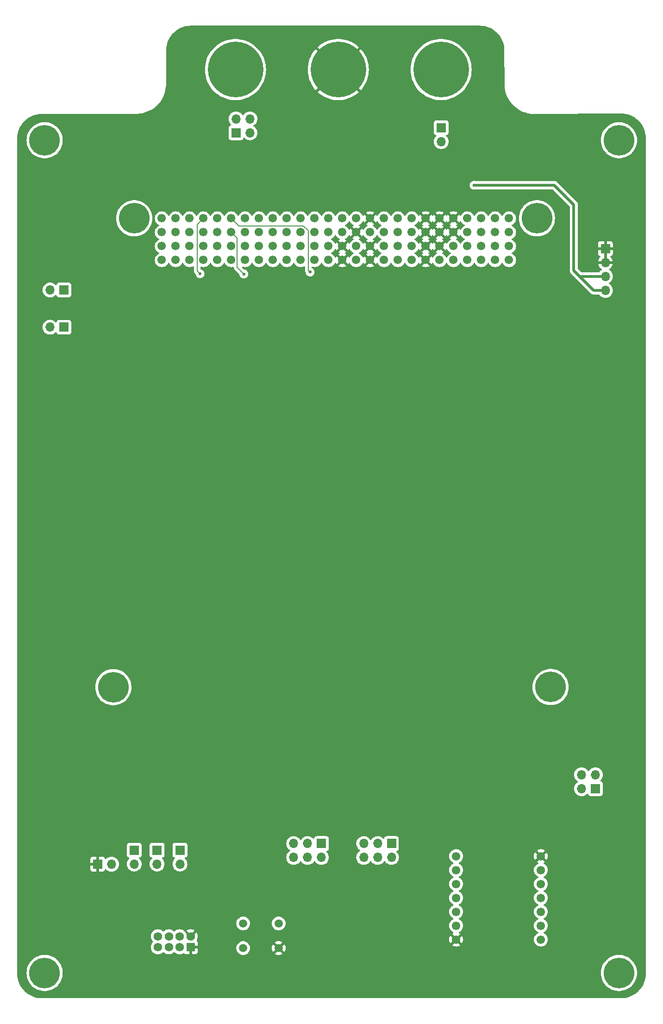
<source format=gbr>
%TF.GenerationSoftware,KiCad,Pcbnew,8.0.6*%
%TF.CreationDate,2024-11-11T12:52:55+02:00*%
%TF.ProjectId,Universal_Adaptor,556e6976-6572-4736-916c-5f4164617074,rev?*%
%TF.SameCoordinates,Original*%
%TF.FileFunction,Copper,L2,Bot*%
%TF.FilePolarity,Positive*%
%FSLAX46Y46*%
G04 Gerber Fmt 4.6, Leading zero omitted, Abs format (unit mm)*
G04 Created by KiCad (PCBNEW 8.0.6) date 2024-11-11 12:52:55*
%MOMM*%
%LPD*%
G01*
G04 APERTURE LIST*
%TA.AperFunction,ComponentPad*%
%ADD10R,1.700000X1.700000*%
%TD*%
%TA.AperFunction,ComponentPad*%
%ADD11O,1.700000X1.700000*%
%TD*%
%TA.AperFunction,ComponentPad*%
%ADD12C,5.600000*%
%TD*%
%TA.AperFunction,ComponentPad*%
%ADD13C,1.550000*%
%TD*%
%TA.AperFunction,ComponentPad*%
%ADD14R,1.575000X1.575000*%
%TD*%
%TA.AperFunction,ComponentPad*%
%ADD15C,1.575000*%
%TD*%
%TA.AperFunction,ComponentPad*%
%ADD16C,10.160000*%
%TD*%
%TA.AperFunction,ComponentPad*%
%ADD17C,1.500000*%
%TD*%
%TA.AperFunction,ViaPad*%
%ADD18C,0.600000*%
%TD*%
%TA.AperFunction,Conductor*%
%ADD19C,0.200000*%
%TD*%
%TA.AperFunction,Conductor*%
%ADD20C,0.500000*%
%TD*%
G04 APERTURE END LIST*
D10*
%TO.P,J13,1,Pin_1*%
%TO.N,/COMMS_Tx*%
X114200000Y-164700000D03*
D11*
%TO.P,J13,2,Pin_2*%
%TO.N,/UART_Tx*%
X114200000Y-167240000D03*
%TO.P,J13,3,Pin_3*%
%TO.N,/RED_OBC_Tx*%
X111660000Y-164700000D03*
%TO.P,J13,4,Pin_4*%
%TO.N,/UART_Tx*%
X111660000Y-167240000D03*
%TO.P,J13,5,Pin_5*%
%TO.N,/OBC_Tx*%
X109120000Y-164700000D03*
%TO.P,J13,6,Pin_6*%
%TO.N,/UART_Tx*%
X109120000Y-167240000D03*
%TD*%
%TO.P,J6,4,Pin_4*%
%TO.N,/LDO_OUT*%
X161760000Y-152110000D03*
%TO.P,J6,3,Pin_3*%
%TO.N,/3V3_OBC*%
X164300000Y-152110000D03*
%TO.P,J6,2,Pin_2*%
%TO.N,/LDO_OUT*%
X161760000Y-154650000D03*
D10*
%TO.P,J6,1,Pin_1*%
%TO.N,/3V3_RED_OBC*%
X164300000Y-154650000D03*
%TD*%
D11*
%TO.P,J12,4,Pin_4*%
%TO.N,/COMMS_12V*%
X101115000Y-32210000D03*
%TO.P,J12,3,Pin_3*%
%TO.N,/VBAT*%
X101115000Y-34750000D03*
%TO.P,J12,2,Pin_2*%
%TO.N,/COMMS_12V*%
X98575000Y-32210000D03*
D10*
%TO.P,J12,1,Pin_1*%
%TO.N,/3V3_OBC*%
X98575000Y-34750000D03*
%TD*%
%TO.P,J11,1,Pin_1*%
%TO.N,/OBC_Rx*%
X127000000Y-164700000D03*
D11*
%TO.P,J11,2,Pin_2*%
%TO.N,/UART_Rx*%
X127000000Y-167240000D03*
%TO.P,J11,3,Pin_3*%
%TO.N,/RED_OBC_Rx*%
X124460000Y-164700000D03*
%TO.P,J11,4,Pin_4*%
%TO.N,/UART_Rx*%
X124460000Y-167240000D03*
%TO.P,J11,5,Pin_5*%
%TO.N,/COMMS_Rx*%
X121920000Y-164700000D03*
%TO.P,J11,6,Pin_6*%
%TO.N,/UART_Rx*%
X121920000Y-167240000D03*
%TD*%
D10*
%TO.P,J14,1,Pin_1*%
%TO.N,/COMMS_RST*%
X88318750Y-165900000D03*
D11*
%TO.P,J14,2,Pin_2*%
%TO.N,/SWRST*%
X88318750Y-168440000D03*
%TD*%
D10*
%TO.P,J26,1,Pin_1*%
%TO.N,GND*%
X73260000Y-168450000D03*
D11*
%TO.P,J26,2,Pin_2*%
%TO.N,/COMMS_SWOTRACE*%
X75800000Y-168450000D03*
%TD*%
D10*
%TO.P,J17,1,Pin_1*%
%TO.N,/COMMS_SWD*%
X79956250Y-165900000D03*
D11*
%TO.P,J17,2,Pin_2*%
%TO.N,/SWDIO*%
X79956250Y-168440000D03*
%TD*%
D10*
%TO.P,J16,1,Pin_1*%
%TO.N,/COMMS_SWCLK*%
X84137500Y-165900000D03*
D11*
%TO.P,J16,2,Pin_2*%
%TO.N,/SWCLK*%
X84137500Y-168440000D03*
%TD*%
D10*
%TO.P,J7,1,Pin_1*%
%TO.N,Net-(J5-Pin_1)*%
X136100000Y-33825000D03*
D11*
%TO.P,J7,2,Pin_2*%
%TO.N,/3V3_RED_OBC*%
X136100000Y-36365000D03*
%TD*%
D10*
%TO.P,J20,1,Pin_1*%
%TO.N,/CANH_A*%
X67100000Y-70300000D03*
D11*
%TO.P,J20,2,Pin_2*%
%TO.N,/CANL_A*%
X64560000Y-70300000D03*
%TD*%
D12*
%TO.P,H7,1,1*%
%TO.N,unconnected-(H7-Pad1)*%
X76137000Y-136109000D03*
%TD*%
D13*
%TO.P,J9,1,1*%
%TO.N,unconnected-(J9-Pad1)*%
X154325000Y-182240000D03*
%TO.P,J9,2,2*%
%TO.N,unconnected-(J9-Pad2)*%
X154325000Y-179700000D03*
%TO.P,J9,3,3*%
%TO.N,unconnected-(J9-Pad3)*%
X154325000Y-177160000D03*
%TO.P,J9,4,4*%
%TO.N,/USB_5V*%
X154325000Y-174620000D03*
%TO.P,J9,5,5*%
%TO.N,unconnected-(J9-Pad5)*%
X154325000Y-172080000D03*
%TO.P,J9,6,6*%
%TO.N,unconnected-(J9-Pad6)*%
X154325000Y-169540000D03*
%TO.P,J9,7,7*%
%TO.N,GND*%
X154325000Y-167000000D03*
%TD*%
D12*
%TO.P,H6,1,1*%
%TO.N,unconnected-(H6-Pad1)*%
X153600000Y-50385000D03*
%TD*%
D14*
%TO.P,J8,1,1*%
%TO.N,GND*%
X90275000Y-183650000D03*
D15*
%TO.P,J8,2,2*%
X90275000Y-181650000D03*
%TO.P,J8,3,3*%
%TO.N,unconnected-(J8-Pad3)*%
X88275000Y-183650000D03*
%TO.P,J8,4,4*%
%TO.N,/SWRST*%
X88275000Y-181650000D03*
%TO.P,J8,5,5*%
%TO.N,unconnected-(J8-Pad5)*%
X86275000Y-183650000D03*
%TO.P,J8,6,6*%
%TO.N,/SWCLK*%
X86275000Y-181650000D03*
%TO.P,J8,7,7*%
%TO.N,unconnected-(J8-Pad7)*%
X84275000Y-183650000D03*
%TO.P,J8,8,8*%
%TO.N,/SWDIO*%
X84275000Y-181650000D03*
%TD*%
D12*
%TO.P,H8,1,1*%
%TO.N,unconnected-(H8-Pad1)*%
X156107000Y-136069000D03*
%TD*%
D16*
%TO.P,J4,1,Pin_1*%
%TO.N,GND*%
X117275000Y-23200000D03*
%TD*%
D12*
%TO.P,H3,1,1*%
%TO.N,unconnected-(H3-Pad1)*%
X168600000Y-36125000D03*
%TD*%
%TO.P,H5,1,1*%
%TO.N,unconnected-(H5-Pad1)*%
X79960000Y-50385000D03*
%TD*%
D10*
%TO.P,J10,1,Pin_1*%
%TO.N,GND*%
X166125000Y-55930000D03*
D11*
%TO.P,J10,2,Pin_2*%
X166125000Y-58470000D03*
%TO.P,J10,3,Pin_3*%
%TO.N,/COMMS_12V*%
X166125000Y-61010000D03*
%TO.P,J10,4,Pin_4*%
X166125000Y-63550000D03*
%TD*%
D13*
%TO.P,J2,1,1*%
%TO.N,GND*%
X138825000Y-182240000D03*
%TO.P,J2,2,2*%
%TO.N,unconnected-(J2-Pad2)*%
X138825000Y-179700000D03*
%TO.P,J2,3,3*%
%TO.N,/UART_Tx*%
X138825000Y-177160000D03*
%TO.P,J2,4,4*%
%TO.N,unconnected-(J2-Pad4)*%
X138825000Y-174620000D03*
%TO.P,J2,5,5*%
%TO.N,unconnected-(J2-Pad5)*%
X138825000Y-172080000D03*
%TO.P,J2,6,6*%
%TO.N,unconnected-(J2-Pad6)*%
X138825000Y-169540000D03*
%TO.P,J2,7,7*%
%TO.N,/UART_Rx*%
X138825000Y-167000000D03*
%TD*%
D12*
%TO.P,H4,1,1*%
%TO.N,unconnected-(H4-Pad1)*%
X168600000Y-188350000D03*
%TD*%
D10*
%TO.P,J21,1,Pin_1*%
%TO.N,/CANH_B*%
X67100000Y-63500000D03*
D11*
%TO.P,J21,2,Pin_2*%
%TO.N,/CANL_B*%
X64560000Y-63500000D03*
%TD*%
D13*
%TO.P,J1,1,1*%
%TO.N,unconnected-(J1-Pad1)*%
X84998000Y-50401000D03*
%TO.P,J1,2,2*%
%TO.N,/CANL_B*%
X84998000Y-52941000D03*
%TO.P,J1,3,3*%
%TO.N,unconnected-(J1-Pad3)*%
X87538000Y-50401000D03*
%TO.P,J1,4,4*%
%TO.N,/CANH_B*%
X87538000Y-52941000D03*
%TO.P,J1,5,5*%
%TO.N,/COMMS_SWOTRACE*%
X90078000Y-50401000D03*
%TO.P,J1,6,6*%
%TO.N,unconnected-(J1-Pad6)*%
X90078000Y-52941000D03*
%TO.P,J1,7,7*%
%TO.N,/COMMS_SWCLK*%
X92618000Y-50401000D03*
%TO.P,J1,8,8*%
%TO.N,/COMMS_SWD*%
X92618000Y-52941000D03*
%TO.P,J1,9,9*%
%TO.N,/COMMS_3V3_REF*%
X95158000Y-50401000D03*
%TO.P,J1,10,10*%
%TO.N,/COMMS_RST*%
X95158000Y-52941000D03*
%TO.P,J1,11,11*%
%TO.N,/RED_OBC_Rx*%
X97698000Y-50401000D03*
%TO.P,J1,12,12*%
%TO.N,/RED_OBC_Tx*%
X97698000Y-52941000D03*
%TO.P,J1,13,13*%
%TO.N,/OBC_Rx*%
X100238000Y-50401000D03*
%TO.P,J1,14,14*%
%TO.N,/OBC_Tx*%
X100238000Y-52941000D03*
%TO.P,J1,15,15*%
%TO.N,unconnected-(J1-Pad15)*%
X102778000Y-50401000D03*
%TO.P,J1,16,16*%
%TO.N,unconnected-(J1-Pad16)*%
X102778000Y-52941000D03*
%TO.P,J1,17,17*%
%TO.N,unconnected-(J1-Pad17)*%
X105318000Y-50401000D03*
%TO.P,J1,18,18*%
%TO.N,unconnected-(J1-Pad18)*%
X105318000Y-52941000D03*
%TO.P,J1,19,19*%
%TO.N,unconnected-(J1-Pad19)*%
X107858000Y-50401000D03*
%TO.P,J1,20,20*%
%TO.N,unconnected-(J1-Pad20)*%
X107858000Y-52941000D03*
%TO.P,J1,21,21*%
%TO.N,/COMMS_Rx*%
X110398000Y-50401000D03*
%TO.P,J1,22,22*%
%TO.N,/COMMS_Tx*%
X110398000Y-52941000D03*
%TO.P,J1,23,23*%
%TO.N,unconnected-(J1-Pad23)*%
X112938000Y-50401000D03*
%TO.P,J1,24,24*%
%TO.N,unconnected-(J1-Pad24)*%
X112938000Y-52941000D03*
%TO.P,J1,25,25*%
%TO.N,unconnected-(J1-Pad25)*%
X115478000Y-50401000D03*
%TO.P,J1,26,26*%
%TO.N,unconnected-(J1-Pad26)*%
X115478000Y-52941000D03*
%TO.P,J1,27,27*%
%TO.N,unconnected-(J1-Pad27)*%
X118018000Y-50401000D03*
%TO.P,J1,28,28*%
%TO.N,unconnected-(J1-Pad28)*%
X118018000Y-52941000D03*
%TO.P,J1,29,29*%
%TO.N,unconnected-(J1-Pad29)*%
X120558000Y-50401000D03*
%TO.P,J1,30,30*%
%TO.N,GND*%
X120558000Y-52941000D03*
%TO.P,J1,31,31*%
X123098000Y-50401000D03*
%TO.P,J1,32,32*%
%TO.N,unconnected-(J1-Pad32)*%
X123098000Y-52941000D03*
%TO.P,J1,33,33*%
%TO.N,unconnected-(J1-Pad33)*%
X125638000Y-50401000D03*
%TO.P,J1,34,34*%
%TO.N,unconnected-(J1-Pad34)*%
X125638000Y-52941000D03*
%TO.P,J1,35,35*%
%TO.N,unconnected-(J1-Pad35)*%
X128178000Y-50401000D03*
%TO.P,J1,36,36*%
%TO.N,unconnected-(J1-Pad36)*%
X128178000Y-52941000D03*
%TO.P,J1,37,37*%
%TO.N,unconnected-(J1-Pad37)*%
X130718000Y-50401000D03*
%TO.P,J1,38,38*%
%TO.N,unconnected-(J1-Pad38)*%
X130718000Y-52941000D03*
%TO.P,J1,39,39*%
%TO.N,GND*%
X133258000Y-50401000D03*
%TO.P,J1,40,40*%
X133258000Y-52941000D03*
%TO.P,J1,41,41*%
X135798000Y-50401000D03*
%TO.P,J1,42,42*%
X135798000Y-52941000D03*
%TO.P,J1,43,43*%
X138338000Y-50401000D03*
%TO.P,J1,44,44*%
X138338000Y-52941000D03*
%TO.P,J1,45,45*%
%TO.N,/VBAT*%
X140878000Y-50401000D03*
%TO.P,J1,46,46*%
X140878000Y-52941000D03*
%TO.P,J1,47,47*%
%TO.N,unconnected-(J1-Pad47)*%
X143418000Y-50401000D03*
%TO.P,J1,48,48*%
%TO.N,unconnected-(J1-Pad48)*%
X143418000Y-52941000D03*
%TO.P,J1,49,49*%
%TO.N,unconnected-(J1-Pad49)*%
X145958000Y-50401000D03*
%TO.P,J1,50,50*%
%TO.N,unconnected-(J1-Pad50)*%
X145958000Y-52941000D03*
%TO.P,J1,51,51*%
%TO.N,unconnected-(J1-Pad51)*%
X148498000Y-50401000D03*
%TO.P,J1,52,52*%
%TO.N,unconnected-(J1-Pad52)*%
X148498000Y-52941000D03*
%TD*%
%TO.P,J22,1,1*%
%TO.N,unconnected-(J22-Pad1)*%
X84998000Y-55481000D03*
%TO.P,J22,2,2*%
%TO.N,/CANL_A*%
X84998000Y-58021000D03*
%TO.P,J22,3,3*%
%TO.N,unconnected-(J22-Pad3)*%
X87538000Y-55481000D03*
%TO.P,J22,4,4*%
%TO.N,/CANH_A*%
X87538000Y-58021000D03*
%TO.P,J22,5,5*%
%TO.N,unconnected-(J22-Pad5)*%
X90078000Y-55481000D03*
%TO.P,J22,6,6*%
%TO.N,unconnected-(J22-Pad6)*%
X90078000Y-58021000D03*
%TO.P,J22,7,7*%
%TO.N,unconnected-(J22-Pad7)*%
X92618000Y-55481000D03*
%TO.P,J22,8,8*%
%TO.N,unconnected-(J22-Pad8)*%
X92618000Y-58021000D03*
%TO.P,J22,9,9*%
%TO.N,unconnected-(J22-Pad9)*%
X95158000Y-55481000D03*
%TO.P,J22,10,10*%
%TO.N,unconnected-(J22-Pad10)*%
X95158000Y-58021000D03*
%TO.P,J22,11,11*%
%TO.N,unconnected-(J22-Pad11)*%
X97698000Y-55481000D03*
%TO.P,J22,12,12*%
%TO.N,unconnected-(J22-Pad12)*%
X97698000Y-58021000D03*
%TO.P,J22,13,13*%
%TO.N,unconnected-(J22-Pad13)*%
X100238000Y-55481000D03*
%TO.P,J22,14,14*%
%TO.N,unconnected-(J22-Pad14)*%
X100238000Y-58021000D03*
%TO.P,J22,15,15*%
%TO.N,unconnected-(J22-Pad15)*%
X102778000Y-55481000D03*
%TO.P,J22,16,16*%
%TO.N,unconnected-(J22-Pad16)*%
X102778000Y-58021000D03*
%TO.P,J22,17,17*%
%TO.N,unconnected-(J22-Pad17)*%
X105318000Y-55481000D03*
%TO.P,J22,18,18*%
%TO.N,unconnected-(J22-Pad18)*%
X105318000Y-58021000D03*
%TO.P,J22,19,19*%
%TO.N,unconnected-(J22-Pad19)*%
X107858000Y-55481000D03*
%TO.P,J22,20,20*%
%TO.N,unconnected-(J22-Pad20)*%
X107858000Y-58021000D03*
%TO.P,J22,21,21*%
%TO.N,unconnected-(J22-Pad21)*%
X110398000Y-55481000D03*
%TO.P,J22,22,22*%
%TO.N,unconnected-(J22-Pad22)*%
X110398000Y-58021000D03*
%TO.P,J22,23,23*%
%TO.N,unconnected-(J22-Pad23)*%
X112938000Y-55481000D03*
%TO.P,J22,24,24*%
%TO.N,unconnected-(J22-Pad24)*%
X112938000Y-58021000D03*
%TO.P,J22,25,25*%
%TO.N,unconnected-(J22-Pad25)*%
X115478000Y-55481000D03*
%TO.P,J22,26,26*%
%TO.N,unconnected-(J22-Pad26)*%
X115478000Y-58021000D03*
%TO.P,J22,27,27*%
%TO.N,GND*%
X118018000Y-55481000D03*
%TO.P,J22,28,28*%
X118018000Y-58021000D03*
%TO.P,J22,29,29*%
%TO.N,unconnected-(J22-Pad29)*%
X120558000Y-55481000D03*
%TO.P,J22,30,30*%
%TO.N,unconnected-(J22-Pad30)*%
X120558000Y-58021000D03*
%TO.P,J22,31,31*%
%TO.N,GND*%
X123098000Y-55481000D03*
%TO.P,J22,32,32*%
X123098000Y-58021000D03*
%TO.P,J22,33,33*%
%TO.N,unconnected-(J22-Pad33)*%
X125638000Y-55481000D03*
%TO.P,J22,34,34*%
%TO.N,unconnected-(J22-Pad34)*%
X125638000Y-58021000D03*
%TO.P,J22,35,35*%
%TO.N,unconnected-(J22-Pad35)*%
X128178000Y-55481000D03*
%TO.P,J22,36,36*%
%TO.N,unconnected-(J22-Pad36)*%
X128178000Y-58021000D03*
%TO.P,J22,37,37*%
%TO.N,unconnected-(J22-Pad37)*%
X130718000Y-55481000D03*
%TO.P,J22,38,38*%
%TO.N,unconnected-(J22-Pad38)*%
X130718000Y-58021000D03*
%TO.P,J22,39,39*%
%TO.N,GND*%
X133258000Y-55481000D03*
%TO.P,J22,40,40*%
X133258000Y-58021000D03*
%TO.P,J22,41,41*%
X135798000Y-55481000D03*
%TO.P,J22,42,42*%
%TO.N,unconnected-(J22-Pad42)*%
X135798000Y-58021000D03*
%TO.P,J22,43,43*%
%TO.N,unconnected-(J22-Pad43)*%
X138338000Y-55481000D03*
%TO.P,J22,44,44*%
%TO.N,unconnected-(J22-Pad44)*%
X138338000Y-58021000D03*
%TO.P,J22,45,45*%
%TO.N,unconnected-(J22-Pad45)*%
X140878000Y-55481000D03*
%TO.P,J22,46,46*%
%TO.N,unconnected-(J22-Pad46)*%
X140878000Y-58021000D03*
%TO.P,J22,47,47*%
%TO.N,/3V3_OBC*%
X143418000Y-55481000D03*
%TO.P,J22,48,48*%
%TO.N,unconnected-(J22-Pad48)*%
X143418000Y-58021000D03*
%TO.P,J22,49,49*%
%TO.N,/3V3_RED_OBC*%
X145958000Y-55481000D03*
%TO.P,J22,50,50*%
%TO.N,unconnected-(J22-Pad50)*%
X145958000Y-58021000D03*
%TO.P,J22,51,51*%
%TO.N,unconnected-(J22-Pad51)*%
X148498000Y-55481000D03*
%TO.P,J22,52,52*%
%TO.N,unconnected-(J22-Pad52)*%
X148498000Y-58021000D03*
%TD*%
D12*
%TO.P,H1,1,1*%
%TO.N,unconnected-(H1-Pad1)*%
X63575000Y-36125000D03*
%TD*%
D16*
%TO.P,J5,1,Pin_1*%
%TO.N,Net-(J5-Pin_1)*%
X136075000Y-23200000D03*
%TD*%
%TO.P,J3,1,Pin_1*%
%TO.N,/COMMS_12V*%
X98475000Y-23200000D03*
%TD*%
D17*
%TO.P,S1,1,1*%
%TO.N,/SWRST*%
X99875000Y-179300000D03*
%TO.P,S1,2,2*%
%TO.N,unconnected-(S1-Pad2)*%
X106375000Y-179300000D03*
%TO.P,S1,3,3*%
%TO.N,unconnected-(S1-Pad3)*%
X99875000Y-183800000D03*
%TO.P,S1,4,4*%
%TO.N,GND*%
X106375000Y-183800000D03*
%TD*%
D12*
%TO.P,H2,1,1*%
%TO.N,unconnected-(H2-Pad1)*%
X63575000Y-188350000D03*
%TD*%
D18*
%TO.N,/RED_OBC_Tx*%
X100000000Y-60575000D03*
%TO.N,GND*%
X154145000Y-154838000D03*
X159000000Y-159900000D03*
X155125000Y-155550000D03*
X153225000Y-155550000D03*
X153225000Y-154125000D03*
X157700000Y-161250000D03*
X152250000Y-159225000D03*
X155125000Y-154125000D03*
%TO.N,/COMMS_SWCLK*%
X92000000Y-60525000D03*
%TO.N,/RED_OBC_Rx*%
X112125000Y-60225000D03*
%TO.N,/COMMS_12V*%
X142100000Y-44350000D03*
%TD*%
D19*
%TO.N,/RED_OBC_Tx*%
X100000000Y-60575000D02*
X98773000Y-59348000D01*
X98773000Y-59348000D02*
X98773000Y-54016000D01*
X98773000Y-54016000D02*
X97698000Y-52941000D01*
%TO.N,/COMMS_SWCLK*%
X92000000Y-60525000D02*
X91450000Y-59975000D01*
X91450000Y-59975000D02*
X91450000Y-51569000D01*
X91450000Y-51569000D02*
X92618000Y-50401000D01*
%TO.N,/RED_OBC_Rx*%
X111800000Y-59900000D02*
X111800000Y-52675000D01*
X110900000Y-51775000D02*
X99072000Y-51775000D01*
X112125000Y-60225000D02*
X111800000Y-59900000D01*
X99072000Y-51775000D02*
X97698000Y-50401000D01*
X111800000Y-52675000D02*
X110900000Y-51775000D01*
D20*
%TO.N,/COMMS_12V*%
X160350000Y-47875000D02*
X160350000Y-59925000D01*
X166125000Y-63550000D02*
X163975000Y-63550000D01*
X161287500Y-60862500D02*
X161435000Y-61010000D01*
X163975000Y-63550000D02*
X161287500Y-60862500D01*
X142100000Y-44350000D02*
X142125000Y-44325000D01*
X160350000Y-59925000D02*
X161287500Y-60862500D01*
X142125000Y-44325000D02*
X156800000Y-44325000D01*
X161435000Y-61010000D02*
X166125000Y-61010000D01*
X156800000Y-44325000D02*
X160350000Y-47875000D01*
%TD*%
%TA.AperFunction,Conductor*%
%TO.N,GND*%
G36*
X166375000Y-58036988D02*
G01*
X166317993Y-58004075D01*
X166190826Y-57970000D01*
X166059174Y-57970000D01*
X165932007Y-58004075D01*
X165875000Y-58036988D01*
X165875000Y-56363012D01*
X165932007Y-56395925D01*
X166059174Y-56430000D01*
X166190826Y-56430000D01*
X166317993Y-56395925D01*
X166375000Y-56363012D01*
X166375000Y-58036988D01*
G37*
%TD.AperFunction*%
%TA.AperFunction,Conductor*%
G36*
X117542755Y-55677853D02*
G01*
X117609898Y-55794147D01*
X117704853Y-55889102D01*
X117821147Y-55956245D01*
X117880424Y-55972128D01*
X117310476Y-56542074D01*
X117310477Y-56542075D01*
X117378061Y-56589397D01*
X117483614Y-56638618D01*
X117536053Y-56684790D01*
X117555205Y-56751984D01*
X117534989Y-56818865D01*
X117483614Y-56863382D01*
X117378065Y-56912600D01*
X117310477Y-56959924D01*
X117880424Y-57529871D01*
X117821147Y-57545755D01*
X117704853Y-57612898D01*
X117609898Y-57707853D01*
X117542755Y-57824147D01*
X117526871Y-57883424D01*
X116956924Y-57313477D01*
X116909600Y-57381065D01*
X116860658Y-57486022D01*
X116814486Y-57538461D01*
X116747292Y-57557613D01*
X116680411Y-57537397D01*
X116635894Y-57486022D01*
X116586835Y-57380814D01*
X116562081Y-57345462D01*
X116458822Y-57197993D01*
X116301007Y-57040178D01*
X116118186Y-56912165D01*
X116013569Y-56863381D01*
X115961130Y-56817210D01*
X115941978Y-56750017D01*
X115962193Y-56683135D01*
X116013570Y-56638618D01*
X116015500Y-56637718D01*
X116118186Y-56589835D01*
X116301007Y-56461822D01*
X116458822Y-56304007D01*
X116586835Y-56121186D01*
X116635894Y-56015977D01*
X116682066Y-55963538D01*
X116749259Y-55944386D01*
X116816141Y-55964601D01*
X116860658Y-56015978D01*
X116909600Y-56120935D01*
X116909601Y-56120937D01*
X116956923Y-56188521D01*
X116956924Y-56188522D01*
X117526871Y-55618574D01*
X117542755Y-55677853D01*
G37*
%TD.AperFunction*%
%TA.AperFunction,Conductor*%
G36*
X122622755Y-55677853D02*
G01*
X122689898Y-55794147D01*
X122784853Y-55889102D01*
X122901147Y-55956245D01*
X122960424Y-55972128D01*
X122390476Y-56542074D01*
X122390477Y-56542075D01*
X122458061Y-56589397D01*
X122563614Y-56638618D01*
X122616053Y-56684790D01*
X122635205Y-56751984D01*
X122614989Y-56818865D01*
X122563614Y-56863382D01*
X122458065Y-56912600D01*
X122390477Y-56959924D01*
X122960424Y-57529871D01*
X122901147Y-57545755D01*
X122784853Y-57612898D01*
X122689898Y-57707853D01*
X122622755Y-57824147D01*
X122606871Y-57883424D01*
X122036924Y-57313477D01*
X121989600Y-57381065D01*
X121940658Y-57486022D01*
X121894486Y-57538461D01*
X121827292Y-57557613D01*
X121760411Y-57537397D01*
X121715894Y-57486022D01*
X121666835Y-57380814D01*
X121642081Y-57345462D01*
X121538822Y-57197993D01*
X121381007Y-57040178D01*
X121198186Y-56912165D01*
X121093569Y-56863381D01*
X121041130Y-56817210D01*
X121021978Y-56750017D01*
X121042193Y-56683135D01*
X121093570Y-56638618D01*
X121095500Y-56637718D01*
X121198186Y-56589835D01*
X121381007Y-56461822D01*
X121538822Y-56304007D01*
X121666835Y-56121186D01*
X121715894Y-56015977D01*
X121762066Y-55963538D01*
X121829259Y-55944386D01*
X121896141Y-55964601D01*
X121940658Y-56015978D01*
X121989600Y-56120935D01*
X121989601Y-56120937D01*
X122036923Y-56188521D01*
X122036924Y-56188522D01*
X122606871Y-55618574D01*
X122622755Y-55677853D01*
G37*
%TD.AperFunction*%
%TA.AperFunction,Conductor*%
G36*
X132782755Y-55677853D02*
G01*
X132849898Y-55794147D01*
X132944853Y-55889102D01*
X133061147Y-55956245D01*
X133120424Y-55972128D01*
X132550476Y-56542074D01*
X132550477Y-56542075D01*
X132618061Y-56589397D01*
X132723614Y-56638618D01*
X132776053Y-56684790D01*
X132795205Y-56751984D01*
X132774989Y-56818865D01*
X132723614Y-56863382D01*
X132618065Y-56912600D01*
X132550477Y-56959924D01*
X133120424Y-57529871D01*
X133061147Y-57545755D01*
X132944853Y-57612898D01*
X132849898Y-57707853D01*
X132782755Y-57824147D01*
X132766871Y-57883424D01*
X132196924Y-57313477D01*
X132149600Y-57381065D01*
X132100658Y-57486022D01*
X132054486Y-57538461D01*
X131987292Y-57557613D01*
X131920411Y-57537397D01*
X131875894Y-57486022D01*
X131826835Y-57380814D01*
X131802081Y-57345462D01*
X131698822Y-57197993D01*
X131541007Y-57040178D01*
X131358186Y-56912165D01*
X131253569Y-56863381D01*
X131201130Y-56817210D01*
X131181978Y-56750017D01*
X131202193Y-56683135D01*
X131253570Y-56638618D01*
X131255500Y-56637718D01*
X131358186Y-56589835D01*
X131541007Y-56461822D01*
X131698822Y-56304007D01*
X131826835Y-56121186D01*
X131875894Y-56015977D01*
X131922066Y-55963538D01*
X131989259Y-55944386D01*
X132056141Y-55964601D01*
X132100658Y-56015978D01*
X132149600Y-56120935D01*
X132149601Y-56120937D01*
X132196923Y-56188521D01*
X132196924Y-56188522D01*
X132766871Y-55618574D01*
X132782755Y-55677853D01*
G37*
%TD.AperFunction*%
%TA.AperFunction,Conductor*%
G36*
X119079074Y-56188522D02*
G01*
X119126399Y-56120934D01*
X119175340Y-56015979D01*
X119221512Y-55963539D01*
X119288705Y-55944386D01*
X119355587Y-55964601D01*
X119400105Y-56015977D01*
X119449164Y-56121185D01*
X119449165Y-56121186D01*
X119577178Y-56304007D01*
X119734993Y-56461822D01*
X119917187Y-56589396D01*
X119917814Y-56589835D01*
X120022430Y-56638618D01*
X120074869Y-56684790D01*
X120094021Y-56751984D01*
X120073805Y-56818865D01*
X120022430Y-56863382D01*
X119917814Y-56912164D01*
X119849607Y-56959924D01*
X119734993Y-57040178D01*
X119734991Y-57040179D01*
X119734988Y-57040182D01*
X119577182Y-57197988D01*
X119449166Y-57380812D01*
X119400105Y-57486023D01*
X119353932Y-57538461D01*
X119286738Y-57557613D01*
X119219857Y-57537397D01*
X119175340Y-57486021D01*
X119126396Y-57381058D01*
X119079075Y-57313477D01*
X119079074Y-57313476D01*
X118509127Y-57883423D01*
X118493245Y-57824147D01*
X118426102Y-57707853D01*
X118331147Y-57612898D01*
X118214853Y-57545755D01*
X118155575Y-57529871D01*
X118725522Y-56959924D01*
X118725521Y-56959923D01*
X118657937Y-56912601D01*
X118657935Y-56912600D01*
X118552386Y-56863382D01*
X118499946Y-56817210D01*
X118480794Y-56750017D01*
X118501009Y-56683135D01*
X118552386Y-56638618D01*
X118657931Y-56589401D01*
X118657933Y-56589400D01*
X118725522Y-56542074D01*
X118155575Y-55972128D01*
X118214853Y-55956245D01*
X118331147Y-55889102D01*
X118426102Y-55794147D01*
X118493245Y-55677853D01*
X118509127Y-55618575D01*
X119079074Y-56188522D01*
G37*
%TD.AperFunction*%
%TA.AperFunction,Conductor*%
G36*
X124159074Y-56188522D02*
G01*
X124206399Y-56120934D01*
X124255340Y-56015979D01*
X124301512Y-55963539D01*
X124368705Y-55944386D01*
X124435587Y-55964601D01*
X124480105Y-56015977D01*
X124529164Y-56121185D01*
X124529165Y-56121186D01*
X124657178Y-56304007D01*
X124814993Y-56461822D01*
X124997187Y-56589396D01*
X124997814Y-56589835D01*
X125102430Y-56638618D01*
X125154869Y-56684790D01*
X125174021Y-56751984D01*
X125153805Y-56818865D01*
X125102430Y-56863382D01*
X124997814Y-56912164D01*
X124929607Y-56959924D01*
X124814993Y-57040178D01*
X124814991Y-57040179D01*
X124814988Y-57040182D01*
X124657182Y-57197988D01*
X124529166Y-57380812D01*
X124480105Y-57486023D01*
X124433932Y-57538461D01*
X124366738Y-57557613D01*
X124299857Y-57537397D01*
X124255340Y-57486021D01*
X124206396Y-57381058D01*
X124159075Y-57313477D01*
X124159074Y-57313476D01*
X123589127Y-57883423D01*
X123573245Y-57824147D01*
X123506102Y-57707853D01*
X123411147Y-57612898D01*
X123294853Y-57545755D01*
X123235575Y-57529871D01*
X123805522Y-56959924D01*
X123805521Y-56959923D01*
X123737937Y-56912601D01*
X123737935Y-56912600D01*
X123632386Y-56863382D01*
X123579946Y-56817210D01*
X123560794Y-56750017D01*
X123581009Y-56683135D01*
X123632386Y-56638618D01*
X123737931Y-56589401D01*
X123737933Y-56589400D01*
X123805522Y-56542074D01*
X123235575Y-55972128D01*
X123294853Y-55956245D01*
X123411147Y-55889102D01*
X123506102Y-55794147D01*
X123573245Y-55677853D01*
X123589127Y-55618575D01*
X124159074Y-56188522D01*
G37*
%TD.AperFunction*%
%TA.AperFunction,Conductor*%
G36*
X135322755Y-55677853D02*
G01*
X135389898Y-55794147D01*
X135484853Y-55889102D01*
X135601147Y-55956245D01*
X135660424Y-55972128D01*
X135090476Y-56542074D01*
X135090477Y-56542075D01*
X135158058Y-56589396D01*
X135263021Y-56638340D01*
X135315461Y-56684512D01*
X135334613Y-56751706D01*
X135314398Y-56818587D01*
X135263023Y-56863105D01*
X135157812Y-56912166D01*
X135157191Y-56912601D01*
X134974993Y-57040178D01*
X134974991Y-57040179D01*
X134974988Y-57040182D01*
X134817182Y-57197988D01*
X134689166Y-57380812D01*
X134640105Y-57486023D01*
X134593932Y-57538461D01*
X134526738Y-57557613D01*
X134459857Y-57537397D01*
X134415340Y-57486021D01*
X134366396Y-57381058D01*
X134319075Y-57313477D01*
X134319074Y-57313476D01*
X133749127Y-57883423D01*
X133733245Y-57824147D01*
X133666102Y-57707853D01*
X133571147Y-57612898D01*
X133454853Y-57545755D01*
X133395575Y-57529871D01*
X133965522Y-56959924D01*
X133965521Y-56959923D01*
X133897937Y-56912601D01*
X133897935Y-56912600D01*
X133792386Y-56863382D01*
X133739946Y-56817210D01*
X133720794Y-56750017D01*
X133741009Y-56683135D01*
X133792386Y-56638618D01*
X133897931Y-56589401D01*
X133897933Y-56589400D01*
X133965522Y-56542074D01*
X133395575Y-55972128D01*
X133454853Y-55956245D01*
X133571147Y-55889102D01*
X133666102Y-55794147D01*
X133733245Y-55677853D01*
X133749128Y-55618575D01*
X134319074Y-56188522D01*
X134366400Y-56120933D01*
X134366401Y-56120931D01*
X134415618Y-56015386D01*
X134461790Y-55962946D01*
X134528983Y-55943794D01*
X134595865Y-55964009D01*
X134640382Y-56015386D01*
X134689600Y-56120935D01*
X134689601Y-56120937D01*
X134736923Y-56188521D01*
X134736924Y-56188522D01*
X135306871Y-55618574D01*
X135322755Y-55677853D01*
G37*
%TD.AperFunction*%
%TA.AperFunction,Conductor*%
G36*
X136859074Y-56188522D02*
G01*
X136906399Y-56120934D01*
X136955340Y-56015979D01*
X137001512Y-55963539D01*
X137068705Y-55944386D01*
X137135587Y-55964601D01*
X137180105Y-56015977D01*
X137229164Y-56121185D01*
X137229165Y-56121186D01*
X137357178Y-56304007D01*
X137514993Y-56461822D01*
X137697187Y-56589396D01*
X137697814Y-56589835D01*
X137802430Y-56638618D01*
X137854869Y-56684790D01*
X137874021Y-56751984D01*
X137853805Y-56818865D01*
X137802430Y-56863382D01*
X137697814Y-56912164D01*
X137629607Y-56959924D01*
X137514993Y-57040178D01*
X137514991Y-57040179D01*
X137514988Y-57040182D01*
X137357182Y-57197988D01*
X137229164Y-57380814D01*
X137180382Y-57485430D01*
X137134210Y-57537869D01*
X137067016Y-57557021D01*
X137000135Y-57536805D01*
X136955618Y-57485430D01*
X136906835Y-57380814D01*
X136882081Y-57345462D01*
X136778822Y-57197993D01*
X136621007Y-57040178D01*
X136438809Y-56912601D01*
X136438185Y-56912164D01*
X136332977Y-56863105D01*
X136280538Y-56816932D01*
X136261386Y-56749739D01*
X136281602Y-56682858D01*
X136332979Y-56638340D01*
X136437934Y-56589399D01*
X136505522Y-56542074D01*
X135935575Y-55972128D01*
X135994853Y-55956245D01*
X136111147Y-55889102D01*
X136206102Y-55794147D01*
X136273245Y-55677853D01*
X136289127Y-55618575D01*
X136859074Y-56188522D01*
G37*
%TD.AperFunction*%
%TA.AperFunction,Conductor*%
G36*
X116815865Y-53425193D02*
G01*
X116860381Y-53476569D01*
X116909165Y-53581186D01*
X117037178Y-53764007D01*
X117194993Y-53921822D01*
X117377814Y-54049835D01*
X117474795Y-54095058D01*
X117483022Y-54098894D01*
X117535461Y-54145066D01*
X117554613Y-54212260D01*
X117534397Y-54279141D01*
X117483022Y-54323658D01*
X117378065Y-54372600D01*
X117310477Y-54419924D01*
X117880424Y-54989871D01*
X117821147Y-55005755D01*
X117704853Y-55072898D01*
X117609898Y-55167853D01*
X117542755Y-55284147D01*
X117526871Y-55343424D01*
X116956924Y-54773477D01*
X116909600Y-54841065D01*
X116860658Y-54946022D01*
X116814486Y-54998461D01*
X116747292Y-55017613D01*
X116680411Y-54997397D01*
X116635894Y-54946022D01*
X116586835Y-54840814D01*
X116584799Y-54837906D01*
X116458822Y-54657993D01*
X116301007Y-54500178D01*
X116118186Y-54372165D01*
X116013569Y-54323381D01*
X115961130Y-54277210D01*
X115941978Y-54210017D01*
X115962193Y-54143135D01*
X116013570Y-54098618D01*
X116021198Y-54095061D01*
X116118186Y-54049835D01*
X116301007Y-53921822D01*
X116458822Y-53764007D01*
X116586835Y-53581186D01*
X116635618Y-53476569D01*
X116681790Y-53424130D01*
X116748983Y-53404978D01*
X116815865Y-53425193D01*
G37*
%TD.AperFunction*%
%TA.AperFunction,Conductor*%
G36*
X121619074Y-53648522D02*
G01*
X121666399Y-53580934D01*
X121715340Y-53475979D01*
X121761512Y-53423539D01*
X121828705Y-53404386D01*
X121895587Y-53424601D01*
X121940105Y-53475977D01*
X121989164Y-53581185D01*
X121989165Y-53581186D01*
X122117178Y-53764007D01*
X122274993Y-53921822D01*
X122457814Y-54049835D01*
X122554795Y-54095058D01*
X122563022Y-54098894D01*
X122615461Y-54145066D01*
X122634613Y-54212260D01*
X122614397Y-54279141D01*
X122563022Y-54323658D01*
X122458065Y-54372600D01*
X122390477Y-54419924D01*
X122960424Y-54989871D01*
X122901147Y-55005755D01*
X122784853Y-55072898D01*
X122689898Y-55167853D01*
X122622755Y-55284147D01*
X122606871Y-55343424D01*
X122036924Y-54773477D01*
X121989600Y-54841065D01*
X121940658Y-54946022D01*
X121894486Y-54998461D01*
X121827292Y-55017613D01*
X121760411Y-54997397D01*
X121715894Y-54946022D01*
X121666835Y-54840814D01*
X121664799Y-54837906D01*
X121538822Y-54657993D01*
X121381007Y-54500178D01*
X121198809Y-54372601D01*
X121198185Y-54372164D01*
X121092977Y-54323105D01*
X121040538Y-54276932D01*
X121021386Y-54209739D01*
X121041602Y-54142858D01*
X121092979Y-54098340D01*
X121197934Y-54049399D01*
X121265522Y-54002074D01*
X120695575Y-53432128D01*
X120754853Y-53416245D01*
X120871147Y-53349102D01*
X120966102Y-53254147D01*
X121033245Y-53137853D01*
X121049128Y-53078575D01*
X121619074Y-53648522D01*
G37*
%TD.AperFunction*%
%TA.AperFunction,Conductor*%
G36*
X132782755Y-53137853D02*
G01*
X132849898Y-53254147D01*
X132944853Y-53349102D01*
X133061147Y-53416245D01*
X133120424Y-53432128D01*
X132550476Y-54002074D01*
X132550477Y-54002075D01*
X132618061Y-54049397D01*
X132723614Y-54098618D01*
X132776053Y-54144790D01*
X132795205Y-54211984D01*
X132774989Y-54278865D01*
X132723614Y-54323382D01*
X132618065Y-54372600D01*
X132550477Y-54419924D01*
X133120424Y-54989871D01*
X133061147Y-55005755D01*
X132944853Y-55072898D01*
X132849898Y-55167853D01*
X132782755Y-55284147D01*
X132766871Y-55343424D01*
X132196924Y-54773477D01*
X132149600Y-54841065D01*
X132100658Y-54946022D01*
X132054486Y-54998461D01*
X131987292Y-55017613D01*
X131920411Y-54997397D01*
X131875894Y-54946022D01*
X131826835Y-54840814D01*
X131824799Y-54837906D01*
X131698822Y-54657993D01*
X131541007Y-54500178D01*
X131358186Y-54372165D01*
X131253569Y-54323381D01*
X131201130Y-54277210D01*
X131181978Y-54210017D01*
X131202193Y-54143135D01*
X131253570Y-54098618D01*
X131261198Y-54095061D01*
X131358186Y-54049835D01*
X131541007Y-53921822D01*
X131698822Y-53764007D01*
X131826835Y-53581186D01*
X131875894Y-53475977D01*
X131922066Y-53423538D01*
X131989259Y-53404386D01*
X132056141Y-53424601D01*
X132100658Y-53475978D01*
X132149600Y-53580935D01*
X132149601Y-53580937D01*
X132196923Y-53648521D01*
X132196924Y-53648522D01*
X132766871Y-53078574D01*
X132782755Y-53137853D01*
G37*
%TD.AperFunction*%
%TA.AperFunction,Conductor*%
G36*
X135322755Y-53137853D02*
G01*
X135389898Y-53254147D01*
X135484853Y-53349102D01*
X135601147Y-53416245D01*
X135660424Y-53432128D01*
X135090476Y-54002074D01*
X135090477Y-54002075D01*
X135158061Y-54049397D01*
X135263614Y-54098618D01*
X135316053Y-54144790D01*
X135335205Y-54211984D01*
X135314989Y-54278865D01*
X135263614Y-54323382D01*
X135158065Y-54372600D01*
X135090477Y-54419924D01*
X135660424Y-54989871D01*
X135601147Y-55005755D01*
X135484853Y-55072898D01*
X135389898Y-55167853D01*
X135322755Y-55284147D01*
X135306871Y-55343424D01*
X134736924Y-54773477D01*
X134689600Y-54841065D01*
X134640382Y-54946614D01*
X134594210Y-54999053D01*
X134527016Y-55018205D01*
X134460135Y-54997989D01*
X134415618Y-54946614D01*
X134366397Y-54841061D01*
X134319075Y-54773477D01*
X134319074Y-54773476D01*
X133749127Y-55343423D01*
X133733245Y-55284147D01*
X133666102Y-55167853D01*
X133571147Y-55072898D01*
X133454853Y-55005755D01*
X133395575Y-54989871D01*
X133965522Y-54419924D01*
X133965521Y-54419923D01*
X133897937Y-54372601D01*
X133897935Y-54372600D01*
X133792386Y-54323382D01*
X133739946Y-54277210D01*
X133720794Y-54210017D01*
X133741009Y-54143135D01*
X133792386Y-54098618D01*
X133897931Y-54049401D01*
X133897933Y-54049400D01*
X133965522Y-54002074D01*
X133395575Y-53432128D01*
X133454853Y-53416245D01*
X133571147Y-53349102D01*
X133666102Y-53254147D01*
X133733245Y-53137853D01*
X133749128Y-53078575D01*
X134319074Y-53648522D01*
X134366400Y-53580933D01*
X134366401Y-53580931D01*
X134415618Y-53475386D01*
X134461790Y-53422946D01*
X134528983Y-53403794D01*
X134595865Y-53424009D01*
X134640382Y-53475386D01*
X134689600Y-53580935D01*
X134689601Y-53580937D01*
X134736923Y-53648521D01*
X134736924Y-53648522D01*
X135306871Y-53078574D01*
X135322755Y-53137853D01*
G37*
%TD.AperFunction*%
%TA.AperFunction,Conductor*%
G36*
X120082755Y-53137853D02*
G01*
X120149898Y-53254147D01*
X120244853Y-53349102D01*
X120361147Y-53416245D01*
X120420424Y-53432128D01*
X119850476Y-54002074D01*
X119850477Y-54002075D01*
X119918058Y-54049396D01*
X120023021Y-54098340D01*
X120075461Y-54144512D01*
X120094613Y-54211706D01*
X120074398Y-54278587D01*
X120023023Y-54323105D01*
X119917812Y-54372166D01*
X119917191Y-54372601D01*
X119734993Y-54500178D01*
X119734991Y-54500179D01*
X119734988Y-54500182D01*
X119577182Y-54657988D01*
X119449166Y-54840812D01*
X119400105Y-54946023D01*
X119353932Y-54998461D01*
X119286738Y-55017613D01*
X119219857Y-54997397D01*
X119175340Y-54946021D01*
X119126396Y-54841058D01*
X119079075Y-54773477D01*
X119079074Y-54773476D01*
X118509127Y-55343423D01*
X118493245Y-55284147D01*
X118426102Y-55167853D01*
X118331147Y-55072898D01*
X118214853Y-55005755D01*
X118155575Y-54989871D01*
X118725522Y-54419924D01*
X118725521Y-54419923D01*
X118657937Y-54372601D01*
X118657935Y-54372600D01*
X118552978Y-54323658D01*
X118500538Y-54277486D01*
X118481386Y-54210293D01*
X118501601Y-54143411D01*
X118552978Y-54098894D01*
X118561198Y-54095061D01*
X118658186Y-54049835D01*
X118841007Y-53921822D01*
X118998822Y-53764007D01*
X119126835Y-53581186D01*
X119175894Y-53475977D01*
X119222066Y-53423538D01*
X119289259Y-53404386D01*
X119356141Y-53424601D01*
X119400658Y-53475978D01*
X119449600Y-53580935D01*
X119449601Y-53580937D01*
X119496923Y-53648521D01*
X119496924Y-53648522D01*
X120066871Y-53078574D01*
X120082755Y-53137853D01*
G37*
%TD.AperFunction*%
%TA.AperFunction,Conductor*%
G36*
X124435865Y-53425193D02*
G01*
X124480381Y-53476569D01*
X124529165Y-53581186D01*
X124657178Y-53764007D01*
X124814993Y-53921822D01*
X124997814Y-54049835D01*
X125094795Y-54095058D01*
X125102430Y-54098618D01*
X125154869Y-54144790D01*
X125174021Y-54211984D01*
X125153805Y-54278865D01*
X125102430Y-54323382D01*
X124997814Y-54372164D01*
X124929607Y-54419924D01*
X124814993Y-54500178D01*
X124814991Y-54500179D01*
X124814988Y-54500182D01*
X124657182Y-54657988D01*
X124529166Y-54840812D01*
X124480105Y-54946023D01*
X124433932Y-54998461D01*
X124366738Y-55017613D01*
X124299857Y-54997397D01*
X124255340Y-54946021D01*
X124206396Y-54841058D01*
X124159075Y-54773477D01*
X124159074Y-54773476D01*
X123589127Y-55343423D01*
X123573245Y-55284147D01*
X123506102Y-55167853D01*
X123411147Y-55072898D01*
X123294853Y-55005755D01*
X123235575Y-54989871D01*
X123805522Y-54419924D01*
X123805521Y-54419923D01*
X123737937Y-54372601D01*
X123737935Y-54372600D01*
X123632978Y-54323658D01*
X123580538Y-54277486D01*
X123561386Y-54210293D01*
X123581601Y-54143411D01*
X123632978Y-54098894D01*
X123641198Y-54095061D01*
X123738186Y-54049835D01*
X123921007Y-53921822D01*
X124078822Y-53764007D01*
X124206835Y-53581186D01*
X124255618Y-53476569D01*
X124301790Y-53424130D01*
X124368983Y-53404978D01*
X124435865Y-53425193D01*
G37*
%TD.AperFunction*%
%TA.AperFunction,Conductor*%
G36*
X137862755Y-53137853D02*
G01*
X137929898Y-53254147D01*
X138024853Y-53349102D01*
X138141147Y-53416245D01*
X138200424Y-53432128D01*
X137630476Y-54002074D01*
X137630477Y-54002075D01*
X137698058Y-54049396D01*
X137803021Y-54098340D01*
X137855461Y-54144512D01*
X137874613Y-54211706D01*
X137854398Y-54278587D01*
X137803023Y-54323105D01*
X137697812Y-54372166D01*
X137697191Y-54372601D01*
X137514993Y-54500178D01*
X137514991Y-54500179D01*
X137514988Y-54500182D01*
X137357182Y-54657988D01*
X137229166Y-54840812D01*
X137180105Y-54946023D01*
X137133932Y-54998461D01*
X137066738Y-55017613D01*
X136999857Y-54997397D01*
X136955340Y-54946021D01*
X136906396Y-54841058D01*
X136859075Y-54773477D01*
X136859074Y-54773476D01*
X136289127Y-55343423D01*
X136273245Y-55284147D01*
X136206102Y-55167853D01*
X136111147Y-55072898D01*
X135994853Y-55005755D01*
X135935575Y-54989871D01*
X136505522Y-54419924D01*
X136505521Y-54419923D01*
X136437937Y-54372601D01*
X136437935Y-54372600D01*
X136332386Y-54323382D01*
X136279946Y-54277210D01*
X136260794Y-54210017D01*
X136281009Y-54143135D01*
X136332386Y-54098618D01*
X136437931Y-54049401D01*
X136437933Y-54049400D01*
X136505522Y-54002074D01*
X135935575Y-53432128D01*
X135994853Y-53416245D01*
X136111147Y-53349102D01*
X136206102Y-53254147D01*
X136273245Y-53137853D01*
X136289127Y-53078575D01*
X136859074Y-53648522D01*
X136906400Y-53580933D01*
X136906401Y-53580931D01*
X136955618Y-53475386D01*
X137001790Y-53422946D01*
X137068983Y-53403794D01*
X137135865Y-53424009D01*
X137180382Y-53475386D01*
X137229600Y-53580935D01*
X137229601Y-53580937D01*
X137276923Y-53648521D01*
X137276924Y-53648522D01*
X137846871Y-53078574D01*
X137862755Y-53137853D01*
G37*
%TD.AperFunction*%
%TA.AperFunction,Conductor*%
G36*
X139399074Y-53648522D02*
G01*
X139446399Y-53580934D01*
X139495340Y-53475979D01*
X139541512Y-53423539D01*
X139608705Y-53404386D01*
X139675587Y-53424601D01*
X139720105Y-53475977D01*
X139769164Y-53581185D01*
X139769165Y-53581186D01*
X139897178Y-53764007D01*
X140054993Y-53921822D01*
X140237814Y-54049835D01*
X140334795Y-54095058D01*
X140342430Y-54098618D01*
X140394869Y-54144790D01*
X140414021Y-54211984D01*
X140393805Y-54278865D01*
X140342430Y-54323382D01*
X140237814Y-54372164D01*
X140169607Y-54419924D01*
X140054993Y-54500178D01*
X140054991Y-54500179D01*
X140054988Y-54500182D01*
X139897182Y-54657988D01*
X139769164Y-54840814D01*
X139720382Y-54945430D01*
X139674210Y-54997869D01*
X139607016Y-55017021D01*
X139540135Y-54996805D01*
X139495618Y-54945430D01*
X139446835Y-54840814D01*
X139444799Y-54837906D01*
X139318822Y-54657993D01*
X139161007Y-54500178D01*
X138978809Y-54372601D01*
X138978185Y-54372164D01*
X138872977Y-54323105D01*
X138820538Y-54276932D01*
X138801386Y-54209739D01*
X138821602Y-54142858D01*
X138872979Y-54098340D01*
X138977934Y-54049399D01*
X139045522Y-54002074D01*
X138475575Y-53432128D01*
X138534853Y-53416245D01*
X138651147Y-53349102D01*
X138746102Y-53254147D01*
X138813245Y-53137853D01*
X138829128Y-53078575D01*
X139399074Y-53648522D01*
G37*
%TD.AperFunction*%
%TA.AperFunction,Conductor*%
G36*
X119355865Y-50885193D02*
G01*
X119400381Y-50936569D01*
X119449165Y-51041186D01*
X119577178Y-51224007D01*
X119734993Y-51381822D01*
X119917187Y-51509396D01*
X119917814Y-51509835D01*
X120023022Y-51558894D01*
X120075461Y-51605066D01*
X120094613Y-51672260D01*
X120074397Y-51739141D01*
X120023022Y-51783658D01*
X119918065Y-51832600D01*
X119850477Y-51879924D01*
X120420424Y-52449871D01*
X120361147Y-52465755D01*
X120244853Y-52532898D01*
X120149898Y-52627853D01*
X120082755Y-52744147D01*
X120066871Y-52803424D01*
X119496924Y-52233477D01*
X119449600Y-52301065D01*
X119400658Y-52406022D01*
X119354486Y-52458461D01*
X119287292Y-52477613D01*
X119220411Y-52457397D01*
X119175894Y-52406022D01*
X119126835Y-52300814D01*
X119126834Y-52300812D01*
X118998822Y-52117993D01*
X118841007Y-51960178D01*
X118658186Y-51832165D01*
X118553569Y-51783381D01*
X118501130Y-51737210D01*
X118481978Y-51670017D01*
X118502193Y-51603135D01*
X118553570Y-51558618D01*
X118554166Y-51558340D01*
X118658186Y-51509835D01*
X118841007Y-51381822D01*
X118998822Y-51224007D01*
X119126835Y-51041186D01*
X119175618Y-50936569D01*
X119221790Y-50884130D01*
X119288983Y-50864978D01*
X119355865Y-50885193D01*
G37*
%TD.AperFunction*%
%TA.AperFunction,Conductor*%
G36*
X132782755Y-50597853D02*
G01*
X132849898Y-50714147D01*
X132944853Y-50809102D01*
X133061147Y-50876245D01*
X133120424Y-50892128D01*
X132550476Y-51462074D01*
X132550477Y-51462075D01*
X132618061Y-51509397D01*
X132723614Y-51558618D01*
X132776053Y-51604790D01*
X132795205Y-51671984D01*
X132774989Y-51738865D01*
X132723614Y-51783382D01*
X132618065Y-51832600D01*
X132550477Y-51879924D01*
X133120424Y-52449871D01*
X133061147Y-52465755D01*
X132944853Y-52532898D01*
X132849898Y-52627853D01*
X132782755Y-52744147D01*
X132766871Y-52803424D01*
X132196924Y-52233477D01*
X132149600Y-52301065D01*
X132100658Y-52406022D01*
X132054486Y-52458461D01*
X131987292Y-52477613D01*
X131920411Y-52457397D01*
X131875894Y-52406022D01*
X131826835Y-52300814D01*
X131826834Y-52300812D01*
X131698822Y-52117993D01*
X131541007Y-51960178D01*
X131358186Y-51832165D01*
X131253569Y-51783381D01*
X131201130Y-51737210D01*
X131181978Y-51670017D01*
X131202193Y-51603135D01*
X131253570Y-51558618D01*
X131254166Y-51558340D01*
X131358186Y-51509835D01*
X131541007Y-51381822D01*
X131698822Y-51224007D01*
X131826835Y-51041186D01*
X131875894Y-50935977D01*
X131922066Y-50883538D01*
X131989259Y-50864386D01*
X132056141Y-50884601D01*
X132100658Y-50935978D01*
X132149600Y-51040935D01*
X132149601Y-51040937D01*
X132196923Y-51108521D01*
X132196924Y-51108522D01*
X132766871Y-50538574D01*
X132782755Y-50597853D01*
G37*
%TD.AperFunction*%
%TA.AperFunction,Conductor*%
G36*
X135322755Y-50597853D02*
G01*
X135389898Y-50714147D01*
X135484853Y-50809102D01*
X135601147Y-50876245D01*
X135660424Y-50892128D01*
X135090476Y-51462074D01*
X135090477Y-51462075D01*
X135158061Y-51509397D01*
X135263614Y-51558618D01*
X135316053Y-51604790D01*
X135335205Y-51671984D01*
X135314989Y-51738865D01*
X135263614Y-51783382D01*
X135158065Y-51832600D01*
X135090477Y-51879924D01*
X135660424Y-52449871D01*
X135601147Y-52465755D01*
X135484853Y-52532898D01*
X135389898Y-52627853D01*
X135322755Y-52744147D01*
X135306871Y-52803424D01*
X134736924Y-52233477D01*
X134689600Y-52301065D01*
X134640382Y-52406614D01*
X134594210Y-52459053D01*
X134527016Y-52478205D01*
X134460135Y-52457989D01*
X134415618Y-52406614D01*
X134366397Y-52301061D01*
X134319075Y-52233477D01*
X134319074Y-52233476D01*
X133749127Y-52803423D01*
X133733245Y-52744147D01*
X133666102Y-52627853D01*
X133571147Y-52532898D01*
X133454853Y-52465755D01*
X133395575Y-52449871D01*
X133965522Y-51879924D01*
X133965521Y-51879923D01*
X133897937Y-51832601D01*
X133897935Y-51832600D01*
X133792386Y-51783382D01*
X133739946Y-51737210D01*
X133720794Y-51670017D01*
X133741009Y-51603135D01*
X133792386Y-51558618D01*
X133897931Y-51509401D01*
X133897933Y-51509400D01*
X133965522Y-51462074D01*
X133395575Y-50892128D01*
X133454853Y-50876245D01*
X133571147Y-50809102D01*
X133666102Y-50714147D01*
X133733245Y-50597853D01*
X133749128Y-50538575D01*
X134319074Y-51108522D01*
X134366400Y-51040933D01*
X134366401Y-51040931D01*
X134415618Y-50935386D01*
X134461790Y-50882946D01*
X134528983Y-50863794D01*
X134595865Y-50884009D01*
X134640382Y-50935386D01*
X134689600Y-51040935D01*
X134689601Y-51040937D01*
X134736923Y-51108521D01*
X134736924Y-51108522D01*
X135306871Y-50538574D01*
X135322755Y-50597853D01*
G37*
%TD.AperFunction*%
%TA.AperFunction,Conductor*%
G36*
X137862755Y-50597853D02*
G01*
X137929898Y-50714147D01*
X138024853Y-50809102D01*
X138141147Y-50876245D01*
X138200424Y-50892128D01*
X137630476Y-51462074D01*
X137630477Y-51462075D01*
X137698061Y-51509397D01*
X137803614Y-51558618D01*
X137856053Y-51604790D01*
X137875205Y-51671984D01*
X137854989Y-51738865D01*
X137803614Y-51783382D01*
X137698065Y-51832600D01*
X137630477Y-51879924D01*
X138200424Y-52449871D01*
X138141147Y-52465755D01*
X138024853Y-52532898D01*
X137929898Y-52627853D01*
X137862755Y-52744147D01*
X137846871Y-52803424D01*
X137276924Y-52233477D01*
X137229600Y-52301065D01*
X137180382Y-52406614D01*
X137134210Y-52459053D01*
X137067016Y-52478205D01*
X137000135Y-52457989D01*
X136955618Y-52406614D01*
X136906397Y-52301061D01*
X136859075Y-52233477D01*
X136859074Y-52233476D01*
X136289127Y-52803423D01*
X136273245Y-52744147D01*
X136206102Y-52627853D01*
X136111147Y-52532898D01*
X135994853Y-52465755D01*
X135935575Y-52449871D01*
X136505522Y-51879924D01*
X136505521Y-51879923D01*
X136437937Y-51832601D01*
X136437935Y-51832600D01*
X136332386Y-51783382D01*
X136279946Y-51737210D01*
X136260794Y-51670017D01*
X136281009Y-51603135D01*
X136332386Y-51558618D01*
X136437931Y-51509401D01*
X136437933Y-51509400D01*
X136505522Y-51462074D01*
X135935575Y-50892128D01*
X135994853Y-50876245D01*
X136111147Y-50809102D01*
X136206102Y-50714147D01*
X136273245Y-50597853D01*
X136289127Y-50538575D01*
X136859074Y-51108522D01*
X136906400Y-51040933D01*
X136906401Y-51040931D01*
X136955618Y-50935386D01*
X137001790Y-50882946D01*
X137068983Y-50863794D01*
X137135865Y-50884009D01*
X137180382Y-50935386D01*
X137229600Y-51040935D01*
X137229601Y-51040937D01*
X137276923Y-51108521D01*
X137276924Y-51108522D01*
X137846871Y-50538574D01*
X137862755Y-50597853D01*
G37*
%TD.AperFunction*%
%TA.AperFunction,Conductor*%
G36*
X122622755Y-50597853D02*
G01*
X122689898Y-50714147D01*
X122784853Y-50809102D01*
X122901147Y-50876245D01*
X122960424Y-50892128D01*
X122390476Y-51462074D01*
X122390477Y-51462075D01*
X122458058Y-51509396D01*
X122563021Y-51558340D01*
X122615461Y-51604512D01*
X122634613Y-51671706D01*
X122614398Y-51738587D01*
X122563023Y-51783105D01*
X122457812Y-51832166D01*
X122457191Y-51832601D01*
X122274993Y-51960178D01*
X122274991Y-51960179D01*
X122274988Y-51960182D01*
X122117182Y-52117988D01*
X121989166Y-52300812D01*
X121940105Y-52406023D01*
X121893932Y-52458461D01*
X121826738Y-52477613D01*
X121759857Y-52457397D01*
X121715340Y-52406021D01*
X121666396Y-52301058D01*
X121619075Y-52233477D01*
X121619074Y-52233476D01*
X121049127Y-52803423D01*
X121033245Y-52744147D01*
X120966102Y-52627853D01*
X120871147Y-52532898D01*
X120754853Y-52465755D01*
X120695575Y-52449871D01*
X121265522Y-51879924D01*
X121265521Y-51879923D01*
X121197937Y-51832601D01*
X121197935Y-51832600D01*
X121092978Y-51783658D01*
X121040538Y-51737486D01*
X121021386Y-51670293D01*
X121041601Y-51603411D01*
X121092978Y-51558894D01*
X121094166Y-51558340D01*
X121198186Y-51509835D01*
X121381007Y-51381822D01*
X121538822Y-51224007D01*
X121666835Y-51041186D01*
X121715894Y-50935977D01*
X121762066Y-50883538D01*
X121829259Y-50864386D01*
X121896141Y-50884601D01*
X121940658Y-50935978D01*
X121989600Y-51040935D01*
X121989601Y-51040937D01*
X122036923Y-51108521D01*
X122036924Y-51108522D01*
X122606871Y-50538574D01*
X122622755Y-50597853D01*
G37*
%TD.AperFunction*%
%TA.AperFunction,Conductor*%
G36*
X139399074Y-51108522D02*
G01*
X139446399Y-51040934D01*
X139495340Y-50935979D01*
X139541512Y-50883539D01*
X139608705Y-50864386D01*
X139675587Y-50884601D01*
X139720105Y-50935977D01*
X139769164Y-51041185D01*
X139769165Y-51041186D01*
X139897178Y-51224007D01*
X140054993Y-51381822D01*
X140237187Y-51509396D01*
X140237814Y-51509835D01*
X140342430Y-51558618D01*
X140394869Y-51604790D01*
X140414021Y-51671984D01*
X140393805Y-51738865D01*
X140342430Y-51783382D01*
X140237814Y-51832164D01*
X140169607Y-51879924D01*
X140054993Y-51960178D01*
X140054991Y-51960179D01*
X140054988Y-51960182D01*
X139897182Y-52117988D01*
X139769166Y-52300812D01*
X139720105Y-52406023D01*
X139673932Y-52458461D01*
X139606738Y-52477613D01*
X139539857Y-52457397D01*
X139495340Y-52406021D01*
X139446396Y-52301058D01*
X139399075Y-52233477D01*
X139399074Y-52233476D01*
X138829127Y-52803423D01*
X138813245Y-52744147D01*
X138746102Y-52627853D01*
X138651147Y-52532898D01*
X138534853Y-52465755D01*
X138475575Y-52449871D01*
X139045522Y-51879924D01*
X139045521Y-51879923D01*
X138977937Y-51832601D01*
X138977935Y-51832600D01*
X138872386Y-51783382D01*
X138819946Y-51737210D01*
X138800794Y-51670017D01*
X138821009Y-51603135D01*
X138872386Y-51558618D01*
X138977931Y-51509401D01*
X138977933Y-51509400D01*
X139045522Y-51462074D01*
X138475575Y-50892128D01*
X138534853Y-50876245D01*
X138651147Y-50809102D01*
X138746102Y-50714147D01*
X138813245Y-50597853D01*
X138829128Y-50538575D01*
X139399074Y-51108522D01*
G37*
%TD.AperFunction*%
%TA.AperFunction,Conductor*%
G36*
X124159074Y-51108522D02*
G01*
X124206399Y-51040934D01*
X124255340Y-50935979D01*
X124301512Y-50883539D01*
X124368705Y-50864386D01*
X124435587Y-50884601D01*
X124480105Y-50935977D01*
X124529164Y-51041185D01*
X124529165Y-51041186D01*
X124657178Y-51224007D01*
X124814993Y-51381822D01*
X124997187Y-51509396D01*
X124997814Y-51509835D01*
X125102430Y-51558618D01*
X125154869Y-51604790D01*
X125174021Y-51671984D01*
X125153805Y-51738865D01*
X125102430Y-51783382D01*
X124997814Y-51832164D01*
X124929607Y-51879924D01*
X124814993Y-51960178D01*
X124814991Y-51960179D01*
X124814988Y-51960182D01*
X124657182Y-52117988D01*
X124529164Y-52300814D01*
X124480382Y-52405430D01*
X124434210Y-52457869D01*
X124367016Y-52477021D01*
X124300135Y-52456805D01*
X124255618Y-52405430D01*
X124206835Y-52300814D01*
X124206834Y-52300812D01*
X124078822Y-52117993D01*
X123921007Y-51960178D01*
X123738809Y-51832601D01*
X123738185Y-51832164D01*
X123632977Y-51783105D01*
X123580538Y-51736932D01*
X123561386Y-51669739D01*
X123581602Y-51602858D01*
X123632979Y-51558340D01*
X123737934Y-51509399D01*
X123805522Y-51462074D01*
X123235575Y-50892128D01*
X123294853Y-50876245D01*
X123411147Y-50809102D01*
X123506102Y-50714147D01*
X123573245Y-50597853D01*
X123589127Y-50538575D01*
X124159074Y-51108522D01*
G37*
%TD.AperFunction*%
%TA.AperFunction,Conductor*%
G36*
X143152702Y-15175617D02*
G01*
X143536778Y-15192387D01*
X143547516Y-15193327D01*
X143925989Y-15243155D01*
X143936616Y-15245028D01*
X144309305Y-15327653D01*
X144319742Y-15330450D01*
X144678873Y-15443687D01*
X144683789Y-15445237D01*
X144693952Y-15448936D01*
X145046630Y-15595023D01*
X145056401Y-15599580D01*
X145394993Y-15775845D01*
X145404361Y-15781253D01*
X145726303Y-15986359D01*
X145735159Y-15992561D01*
X146037986Y-16224936D01*
X146046273Y-16231890D01*
X146327699Y-16489779D01*
X146335348Y-16497429D01*
X146593222Y-16778860D01*
X146600175Y-16787147D01*
X146832538Y-17089981D01*
X146838743Y-17098843D01*
X147043825Y-17420776D01*
X147049234Y-17430144D01*
X147225488Y-17768746D01*
X147230051Y-17778532D01*
X147356855Y-18084689D01*
X147376118Y-18131197D01*
X147379817Y-18141362D01*
X147494590Y-18505411D01*
X147497390Y-18515861D01*
X147579997Y-18888537D01*
X147581875Y-18899190D01*
X147631686Y-19277641D01*
X147632628Y-19288418D01*
X147649381Y-19672464D01*
X147649499Y-19677870D01*
X147649498Y-19747641D01*
X147649668Y-19750197D01*
X147663154Y-25765445D01*
X147663302Y-25831340D01*
X147663463Y-25903274D01*
X147663465Y-25903302D01*
X147663810Y-26058687D01*
X147663810Y-26058697D01*
X147702350Y-26511754D01*
X147778147Y-26960090D01*
X147778151Y-26960107D01*
X147804907Y-27064847D01*
X147890688Y-27400654D01*
X147990936Y-27690752D01*
X148039200Y-27830420D01*
X148039201Y-27830422D01*
X148161676Y-28108152D01*
X148172218Y-28157857D01*
X148172461Y-28249999D01*
X148172461Y-28250000D01*
X148337483Y-28461192D01*
X148348715Y-28478314D01*
X148439845Y-28645940D01*
X148439857Y-28645960D01*
X148662401Y-28985209D01*
X148689256Y-29026147D01*
X148863914Y-29249714D01*
X148969191Y-29384472D01*
X149277729Y-29718461D01*
X149612779Y-30025850D01*
X149612790Y-30025859D01*
X149972071Y-30304555D01*
X150353126Y-30552651D01*
X150753356Y-30768454D01*
X150949566Y-30854175D01*
X151170014Y-30950486D01*
X151170029Y-30950492D01*
X151600294Y-31097521D01*
X151600301Y-31097523D01*
X151600304Y-31097524D01*
X151600308Y-31097525D01*
X151600315Y-31097527D01*
X151741457Y-31133064D01*
X152041244Y-31208546D01*
X152041258Y-31208548D01*
X152041266Y-31208550D01*
X152489830Y-31282799D01*
X152489833Y-31282799D01*
X152489843Y-31282801D01*
X152943039Y-31319782D01*
X153096625Y-31319593D01*
X153101915Y-31319921D01*
X153106904Y-31319890D01*
X153106905Y-31319891D01*
X153171573Y-31319502D01*
X153171657Y-31319501D01*
X153236283Y-31319425D01*
X153236286Y-31319423D01*
X153241272Y-31319418D01*
X153246557Y-31319052D01*
X168991595Y-31224527D01*
X168997656Y-31224639D01*
X169386581Y-31241376D01*
X169397503Y-31242331D01*
X169781118Y-31293048D01*
X169791892Y-31294961D01*
X170169530Y-31379367D01*
X170180111Y-31382228D01*
X170548828Y-31499663D01*
X170559083Y-31503436D01*
X170915985Y-31652981D01*
X170925885Y-31657654D01*
X171044121Y-31719997D01*
X171268165Y-31838130D01*
X171277628Y-31843667D01*
X171562764Y-32027913D01*
X171602629Y-32053672D01*
X171611562Y-32060021D01*
X171916756Y-32297922D01*
X171925080Y-32305024D01*
X171973185Y-32349889D01*
X172208055Y-32568941D01*
X172215735Y-32576766D01*
X172474295Y-32864650D01*
X172481253Y-32873123D01*
X172713365Y-33182708D01*
X172719548Y-33191762D01*
X172923416Y-33520657D01*
X172928774Y-33530222D01*
X173102786Y-33875820D01*
X173107279Y-33885820D01*
X173250087Y-34245444D01*
X173253679Y-34255803D01*
X173364164Y-34626639D01*
X173366827Y-34637274D01*
X173444125Y-35016422D01*
X173445838Y-35027252D01*
X173489341Y-35411736D01*
X173490091Y-35422673D01*
X173499464Y-35809461D01*
X173499500Y-35812465D01*
X173499500Y-35818709D01*
X173499475Y-35821190D01*
X173498280Y-35880864D01*
X173498738Y-35884968D01*
X173499500Y-35898698D01*
X173499500Y-188472293D01*
X173499382Y-188477702D01*
X173482614Y-188861750D01*
X173481671Y-188872526D01*
X173431849Y-189250957D01*
X173429971Y-189261610D01*
X173347354Y-189634272D01*
X173344554Y-189644721D01*
X173229775Y-190008755D01*
X173226075Y-190018921D01*
X173080002Y-190371572D01*
X173075430Y-190381376D01*
X172899183Y-190719942D01*
X172893775Y-190729310D01*
X172688681Y-191051244D01*
X172682476Y-191060105D01*
X172450110Y-191362930D01*
X172443156Y-191371217D01*
X172185284Y-191652635D01*
X172177635Y-191660284D01*
X171896217Y-191918156D01*
X171887930Y-191925110D01*
X171585105Y-192157476D01*
X171576244Y-192163681D01*
X171254310Y-192368775D01*
X171244942Y-192374183D01*
X170906376Y-192550430D01*
X170896572Y-192555002D01*
X170543921Y-192701075D01*
X170533755Y-192704775D01*
X170169721Y-192819554D01*
X170159272Y-192822354D01*
X169786610Y-192904971D01*
X169775957Y-192906849D01*
X169397526Y-192956671D01*
X169386750Y-192957614D01*
X169002703Y-192974382D01*
X168997294Y-192974500D01*
X63052706Y-192974500D01*
X63047297Y-192974382D01*
X62663249Y-192957614D01*
X62652473Y-192956671D01*
X62274042Y-192906849D01*
X62263389Y-192904971D01*
X61890727Y-192822354D01*
X61880278Y-192819554D01*
X61516244Y-192704775D01*
X61506078Y-192701075D01*
X61153427Y-192555002D01*
X61143623Y-192550430D01*
X60805057Y-192374183D01*
X60795689Y-192368775D01*
X60473755Y-192163681D01*
X60464894Y-192157476D01*
X60162069Y-191925110D01*
X60153782Y-191918156D01*
X59872364Y-191660284D01*
X59864715Y-191652635D01*
X59606843Y-191371217D01*
X59599889Y-191362930D01*
X59367523Y-191060105D01*
X59361318Y-191051244D01*
X59156224Y-190729310D01*
X59150816Y-190719942D01*
X58974569Y-190381376D01*
X58969997Y-190371572D01*
X58961194Y-190350319D01*
X58823920Y-190018911D01*
X58820224Y-190008755D01*
X58705442Y-189644710D01*
X58702648Y-189634284D01*
X58620025Y-189261597D01*
X58618152Y-189250971D01*
X58568326Y-188872506D01*
X58567386Y-188861771D01*
X58550618Y-188477702D01*
X58550500Y-188472293D01*
X58550500Y-188349997D01*
X60269652Y-188349997D01*
X60269652Y-188350002D01*
X60289028Y-188707368D01*
X60289029Y-188707385D01*
X60346926Y-189060539D01*
X60346932Y-189060565D01*
X60442672Y-189405392D01*
X60442674Y-189405399D01*
X60575142Y-189737870D01*
X60575151Y-189737888D01*
X60742784Y-190054077D01*
X60742790Y-190054086D01*
X60943634Y-190350309D01*
X60943641Y-190350319D01*
X61050553Y-190476185D01*
X61175332Y-190623086D01*
X61435163Y-190869211D01*
X61720081Y-191085800D01*
X62026747Y-191270315D01*
X62026749Y-191270316D01*
X62026751Y-191270317D01*
X62026755Y-191270319D01*
X62075847Y-191293031D01*
X62351565Y-191420591D01*
X62690726Y-191534868D01*
X63040254Y-191611805D01*
X63396052Y-191650500D01*
X63396058Y-191650500D01*
X63753942Y-191650500D01*
X63753948Y-191650500D01*
X64109746Y-191611805D01*
X64459274Y-191534868D01*
X64798435Y-191420591D01*
X65123253Y-191270315D01*
X65429919Y-191085800D01*
X65714837Y-190869211D01*
X65974668Y-190623086D01*
X66206365Y-190350311D01*
X66407211Y-190054085D01*
X66574853Y-189737880D01*
X66707324Y-189405403D01*
X66803071Y-189060552D01*
X66833896Y-188872526D01*
X66860970Y-188707385D01*
X66860970Y-188707382D01*
X66860972Y-188707371D01*
X66880348Y-188350000D01*
X66880348Y-188349997D01*
X165294652Y-188349997D01*
X165294652Y-188350002D01*
X165314028Y-188707368D01*
X165314029Y-188707385D01*
X165371926Y-189060539D01*
X165371932Y-189060565D01*
X165467672Y-189405392D01*
X165467674Y-189405399D01*
X165600142Y-189737870D01*
X165600151Y-189737888D01*
X165767784Y-190054077D01*
X165767790Y-190054086D01*
X165968634Y-190350309D01*
X165968641Y-190350319D01*
X166075553Y-190476185D01*
X166200332Y-190623086D01*
X166460163Y-190869211D01*
X166745081Y-191085800D01*
X167051747Y-191270315D01*
X167051749Y-191270316D01*
X167051751Y-191270317D01*
X167051755Y-191270319D01*
X167100847Y-191293031D01*
X167376565Y-191420591D01*
X167715726Y-191534868D01*
X168065254Y-191611805D01*
X168421052Y-191650500D01*
X168421058Y-191650500D01*
X168778942Y-191650500D01*
X168778948Y-191650500D01*
X169134746Y-191611805D01*
X169484274Y-191534868D01*
X169823435Y-191420591D01*
X170148253Y-191270315D01*
X170454919Y-191085800D01*
X170739837Y-190869211D01*
X170999668Y-190623086D01*
X171231365Y-190350311D01*
X171432211Y-190054085D01*
X171599853Y-189737880D01*
X171732324Y-189405403D01*
X171828071Y-189060552D01*
X171858896Y-188872526D01*
X171885970Y-188707385D01*
X171885970Y-188707382D01*
X171885972Y-188707371D01*
X171905348Y-188350000D01*
X171885972Y-187992629D01*
X171828071Y-187639448D01*
X171732324Y-187294597D01*
X171599853Y-186962120D01*
X171432211Y-186645915D01*
X171231365Y-186349689D01*
X171231361Y-186349684D01*
X171231358Y-186349680D01*
X170999668Y-186076914D01*
X170739837Y-185830789D01*
X170739830Y-185830783D01*
X170739827Y-185830781D01*
X170672245Y-185779407D01*
X170454919Y-185614200D01*
X170148253Y-185429685D01*
X170148252Y-185429684D01*
X170148248Y-185429682D01*
X170148244Y-185429680D01*
X169823447Y-185279414D01*
X169823441Y-185279411D01*
X169823435Y-185279409D01*
X169653854Y-185222270D01*
X169484273Y-185165131D01*
X169134744Y-185088194D01*
X168778949Y-185049500D01*
X168778948Y-185049500D01*
X168421052Y-185049500D01*
X168421050Y-185049500D01*
X168065255Y-185088194D01*
X167715726Y-185165131D01*
X167459970Y-185251306D01*
X167376565Y-185279409D01*
X167376563Y-185279410D01*
X167376552Y-185279414D01*
X167051755Y-185429680D01*
X167051751Y-185429682D01*
X166823367Y-185567096D01*
X166745081Y-185614200D01*
X166656768Y-185681333D01*
X166460172Y-185830781D01*
X166460163Y-185830789D01*
X166200331Y-186076914D01*
X165968641Y-186349680D01*
X165968634Y-186349690D01*
X165767790Y-186645913D01*
X165767784Y-186645922D01*
X165600151Y-186962111D01*
X165600142Y-186962129D01*
X165467674Y-187294600D01*
X165467672Y-187294607D01*
X165371932Y-187639434D01*
X165371926Y-187639460D01*
X165314029Y-187992614D01*
X165314028Y-187992631D01*
X165294652Y-188349997D01*
X66880348Y-188349997D01*
X66860972Y-187992629D01*
X66803071Y-187639448D01*
X66707324Y-187294597D01*
X66574853Y-186962120D01*
X66407211Y-186645915D01*
X66206365Y-186349689D01*
X66206361Y-186349684D01*
X66206358Y-186349680D01*
X65974668Y-186076914D01*
X65714837Y-185830789D01*
X65714830Y-185830783D01*
X65714827Y-185830781D01*
X65647245Y-185779407D01*
X65429919Y-185614200D01*
X65123253Y-185429685D01*
X65123252Y-185429684D01*
X65123248Y-185429682D01*
X65123244Y-185429680D01*
X64798447Y-185279414D01*
X64798441Y-185279411D01*
X64798435Y-185279409D01*
X64628854Y-185222270D01*
X64459273Y-185165131D01*
X64109744Y-185088194D01*
X63753949Y-185049500D01*
X63753948Y-185049500D01*
X63396052Y-185049500D01*
X63396050Y-185049500D01*
X63040255Y-185088194D01*
X62690726Y-185165131D01*
X62434970Y-185251306D01*
X62351565Y-185279409D01*
X62351563Y-185279410D01*
X62351552Y-185279414D01*
X62026755Y-185429680D01*
X62026751Y-185429682D01*
X61798367Y-185567096D01*
X61720081Y-185614200D01*
X61631768Y-185681333D01*
X61435172Y-185830781D01*
X61435163Y-185830789D01*
X61175331Y-186076914D01*
X60943641Y-186349680D01*
X60943634Y-186349690D01*
X60742790Y-186645913D01*
X60742784Y-186645922D01*
X60575151Y-186962111D01*
X60575142Y-186962129D01*
X60442674Y-187294600D01*
X60442672Y-187294607D01*
X60346932Y-187639434D01*
X60346926Y-187639460D01*
X60289029Y-187992614D01*
X60289028Y-187992631D01*
X60269652Y-188349997D01*
X58550500Y-188349997D01*
X58550500Y-181649997D01*
X82982080Y-181649997D01*
X82982080Y-181650002D01*
X83001721Y-181874507D01*
X83001722Y-181874514D01*
X83060051Y-182092200D01*
X83060055Y-182092211D01*
X83155296Y-182296456D01*
X83155302Y-182296466D01*
X83284566Y-182481073D01*
X83365812Y-182562319D01*
X83399297Y-182623642D01*
X83394313Y-182693334D01*
X83365812Y-182737681D01*
X83284566Y-182818926D01*
X83155302Y-183003533D01*
X83155296Y-183003543D01*
X83060055Y-183207788D01*
X83060051Y-183207799D01*
X83001722Y-183425485D01*
X83001721Y-183425492D01*
X82982080Y-183649997D01*
X82982080Y-183650002D01*
X83001721Y-183874507D01*
X83001722Y-183874514D01*
X83060051Y-184092200D01*
X83060055Y-184092211D01*
X83123991Y-184229322D01*
X83155298Y-184296460D01*
X83284566Y-184481073D01*
X83443927Y-184640434D01*
X83628540Y-184769702D01*
X83751424Y-184827003D01*
X83832788Y-184864944D01*
X83832790Y-184864944D01*
X83832795Y-184864947D01*
X84050487Y-184923278D01*
X84210853Y-184937308D01*
X84274998Y-184942920D01*
X84275000Y-184942920D01*
X84275002Y-184942920D01*
X84336963Y-184937499D01*
X84499513Y-184923278D01*
X84717205Y-184864947D01*
X84921460Y-184769702D01*
X85106073Y-184640434D01*
X85187319Y-184559188D01*
X85248642Y-184525703D01*
X85318334Y-184530687D01*
X85362681Y-184559188D01*
X85443927Y-184640434D01*
X85628540Y-184769702D01*
X85751424Y-184827003D01*
X85832788Y-184864944D01*
X85832790Y-184864944D01*
X85832795Y-184864947D01*
X86050487Y-184923278D01*
X86210853Y-184937308D01*
X86274998Y-184942920D01*
X86275000Y-184942920D01*
X86275002Y-184942920D01*
X86336963Y-184937499D01*
X86499513Y-184923278D01*
X86717205Y-184864947D01*
X86921460Y-184769702D01*
X87106073Y-184640434D01*
X87187319Y-184559188D01*
X87248642Y-184525703D01*
X87318334Y-184530687D01*
X87362681Y-184559188D01*
X87443927Y-184640434D01*
X87628540Y-184769702D01*
X87751424Y-184827003D01*
X87832788Y-184864944D01*
X87832790Y-184864944D01*
X87832795Y-184864947D01*
X88050487Y-184923278D01*
X88210853Y-184937308D01*
X88274998Y-184942920D01*
X88275000Y-184942920D01*
X88275002Y-184942920D01*
X88336963Y-184937499D01*
X88499513Y-184923278D01*
X88717205Y-184864947D01*
X88921460Y-184769702D01*
X88947813Y-184751249D01*
X89014014Y-184728922D01*
X89081782Y-184745930D01*
X89118203Y-184778514D01*
X89130310Y-184794688D01*
X89130314Y-184794691D01*
X89245406Y-184880850D01*
X89245413Y-184880854D01*
X89380120Y-184931096D01*
X89380127Y-184931098D01*
X89439655Y-184937499D01*
X89439672Y-184937500D01*
X90025000Y-184937500D01*
X90025000Y-184111879D01*
X90072358Y-184139222D01*
X90205882Y-184175000D01*
X90344118Y-184175000D01*
X90477642Y-184139222D01*
X90525000Y-184111879D01*
X90525000Y-184937500D01*
X91110328Y-184937500D01*
X91110344Y-184937499D01*
X91169872Y-184931098D01*
X91169879Y-184931096D01*
X91304586Y-184880854D01*
X91304593Y-184880850D01*
X91419687Y-184794690D01*
X91419690Y-184794687D01*
X91505850Y-184679593D01*
X91505854Y-184679586D01*
X91556096Y-184544879D01*
X91556098Y-184544872D01*
X91562499Y-184485344D01*
X91562500Y-184485327D01*
X91562500Y-183900000D01*
X90736880Y-183900000D01*
X90764222Y-183852642D01*
X90778328Y-183799997D01*
X98619723Y-183799997D01*
X98619723Y-183800002D01*
X98638793Y-184017975D01*
X98638793Y-184017979D01*
X98695422Y-184229322D01*
X98695424Y-184229326D01*
X98695425Y-184229330D01*
X98726728Y-184296460D01*
X98787897Y-184427638D01*
X98787898Y-184427639D01*
X98913402Y-184606877D01*
X99068123Y-184761598D01*
X99247361Y-184887102D01*
X99445670Y-184979575D01*
X99657023Y-185036207D01*
X99839926Y-185052208D01*
X99874998Y-185055277D01*
X99875000Y-185055277D01*
X99875002Y-185055277D01*
X99903254Y-185052805D01*
X100092977Y-185036207D01*
X100304330Y-184979575D01*
X100502639Y-184887102D01*
X100681877Y-184761598D01*
X100836598Y-184606877D01*
X100962102Y-184427639D01*
X101054575Y-184229330D01*
X101111207Y-184017977D01*
X101130277Y-183800000D01*
X101130277Y-183799999D01*
X105120225Y-183799999D01*
X105120225Y-183800000D01*
X105139287Y-184017884D01*
X105139289Y-184017894D01*
X105195894Y-184229150D01*
X105195898Y-184229159D01*
X105288333Y-184427387D01*
X105331874Y-184489571D01*
X105892037Y-183929408D01*
X105909075Y-183992993D01*
X105974901Y-184107007D01*
X106067993Y-184200099D01*
X106182007Y-184265925D01*
X106245590Y-184282962D01*
X105685427Y-184843124D01*
X105747612Y-184886666D01*
X105945840Y-184979101D01*
X105945849Y-184979105D01*
X106157105Y-185035710D01*
X106157115Y-185035712D01*
X106374999Y-185054775D01*
X106375001Y-185054775D01*
X106592884Y-185035712D01*
X106592894Y-185035710D01*
X106804150Y-184979105D01*
X106804164Y-184979100D01*
X107002383Y-184886669D01*
X107002385Y-184886668D01*
X107064571Y-184843124D01*
X106504410Y-184282962D01*
X106567993Y-184265925D01*
X106682007Y-184200099D01*
X106775099Y-184107007D01*
X106840925Y-183992993D01*
X106857962Y-183929409D01*
X107418124Y-184489570D01*
X107461668Y-184427385D01*
X107461669Y-184427383D01*
X107554100Y-184229164D01*
X107554105Y-184229150D01*
X107610710Y-184017894D01*
X107610712Y-184017884D01*
X107629775Y-183800000D01*
X107629775Y-183799999D01*
X107610712Y-183582115D01*
X107610710Y-183582105D01*
X107554105Y-183370849D01*
X107554101Y-183370840D01*
X107461667Y-183172614D01*
X107461666Y-183172612D01*
X107418124Y-183110428D01*
X107418124Y-183110427D01*
X106857962Y-183670589D01*
X106840925Y-183607007D01*
X106775099Y-183492993D01*
X106682007Y-183399901D01*
X106567993Y-183334075D01*
X106504409Y-183317037D01*
X107064571Y-182756874D01*
X107002387Y-182713333D01*
X106804159Y-182620898D01*
X106804150Y-182620894D01*
X106592894Y-182564289D01*
X106592884Y-182564287D01*
X106375001Y-182545225D01*
X106374999Y-182545225D01*
X106157115Y-182564287D01*
X106157105Y-182564289D01*
X105945849Y-182620894D01*
X105945840Y-182620898D01*
X105747613Y-182713333D01*
X105685428Y-182756874D01*
X106245591Y-183317037D01*
X106182007Y-183334075D01*
X106067993Y-183399901D01*
X105974901Y-183492993D01*
X105909075Y-183607007D01*
X105892037Y-183670591D01*
X105331874Y-183110428D01*
X105288333Y-183172613D01*
X105195898Y-183370840D01*
X105195894Y-183370849D01*
X105139289Y-183582105D01*
X105139287Y-183582115D01*
X105120225Y-183799999D01*
X101130277Y-183799999D01*
X101111207Y-183582023D01*
X101062434Y-183400000D01*
X101054577Y-183370677D01*
X101054576Y-183370676D01*
X101054575Y-183370670D01*
X100962102Y-183172362D01*
X100962100Y-183172359D01*
X100962099Y-183172357D01*
X100836599Y-182993124D01*
X100790996Y-182947521D01*
X100681877Y-182838402D01*
X100505991Y-182715245D01*
X100502638Y-182712897D01*
X100388268Y-182659566D01*
X100304330Y-182620425D01*
X100304326Y-182620424D01*
X100304322Y-182620422D01*
X100092977Y-182563793D01*
X99875002Y-182544723D01*
X99874998Y-182544723D01*
X99729682Y-182557436D01*
X99657023Y-182563793D01*
X99657020Y-182563793D01*
X99445677Y-182620422D01*
X99445668Y-182620426D01*
X99247361Y-182712898D01*
X99247357Y-182712900D01*
X99068121Y-182838402D01*
X98913402Y-182993121D01*
X98787900Y-183172357D01*
X98787898Y-183172361D01*
X98695426Y-183370668D01*
X98695422Y-183370677D01*
X98638793Y-183582020D01*
X98638793Y-183582024D01*
X98619723Y-183799997D01*
X90778328Y-183799997D01*
X90800000Y-183719118D01*
X90800000Y-183580882D01*
X90764222Y-183447358D01*
X90736880Y-183400000D01*
X91562500Y-183400000D01*
X91562500Y-182814672D01*
X91562499Y-182814655D01*
X91556098Y-182755127D01*
X91556096Y-182755120D01*
X91505854Y-182620413D01*
X91505850Y-182620406D01*
X91419690Y-182505312D01*
X91419688Y-182505310D01*
X91403111Y-182492900D01*
X91361241Y-182436965D01*
X91356259Y-182367273D01*
X91375850Y-182322510D01*
X91394266Y-182296209D01*
X91489474Y-182092034D01*
X91489478Y-182092025D01*
X91547781Y-181874431D01*
X91547783Y-181874421D01*
X91567418Y-181650000D01*
X91567418Y-181649999D01*
X91547783Y-181425578D01*
X91547781Y-181425568D01*
X91489478Y-181207974D01*
X91489474Y-181207965D01*
X91394267Y-181003791D01*
X91345049Y-180933501D01*
X90778374Y-181500175D01*
X90764222Y-181447358D01*
X90695104Y-181327643D01*
X90597357Y-181229896D01*
X90477642Y-181160778D01*
X90424822Y-181146624D01*
X90991497Y-180579949D01*
X90991497Y-180579948D01*
X90921209Y-180530733D01*
X90921207Y-180530732D01*
X90717034Y-180435525D01*
X90717025Y-180435521D01*
X90499431Y-180377218D01*
X90499421Y-180377216D01*
X90275001Y-180357582D01*
X90274999Y-180357582D01*
X90050578Y-180377216D01*
X90050568Y-180377218D01*
X89832974Y-180435521D01*
X89832965Y-180435525D01*
X89628787Y-180530735D01*
X89558502Y-180579948D01*
X89558501Y-180579949D01*
X90125177Y-181146624D01*
X90072358Y-181160778D01*
X89952643Y-181229896D01*
X89854896Y-181327643D01*
X89785778Y-181447358D01*
X89771624Y-181500177D01*
X89514760Y-181243313D01*
X89490059Y-181208036D01*
X89489947Y-181207795D01*
X89394702Y-181003540D01*
X89265434Y-180818927D01*
X89106073Y-180659566D01*
X88929899Y-180536207D01*
X88921466Y-180530302D01*
X88921463Y-180530300D01*
X88921460Y-180530298D01*
X88905833Y-180523011D01*
X88717211Y-180435055D01*
X88717200Y-180435051D01*
X88499514Y-180376722D01*
X88499507Y-180376721D01*
X88275002Y-180357080D01*
X88274998Y-180357080D01*
X88050492Y-180376721D01*
X88050485Y-180376722D01*
X87832799Y-180435051D01*
X87832788Y-180435055D01*
X87628543Y-180530296D01*
X87628533Y-180530302D01*
X87443926Y-180659566D01*
X87362681Y-180740812D01*
X87301358Y-180774297D01*
X87231666Y-180769313D01*
X87187319Y-180740812D01*
X87106073Y-180659566D01*
X86921466Y-180530302D01*
X86921463Y-180530300D01*
X86921460Y-180530298D01*
X86905833Y-180523011D01*
X86717211Y-180435055D01*
X86717200Y-180435051D01*
X86499514Y-180376722D01*
X86499507Y-180376721D01*
X86275002Y-180357080D01*
X86274998Y-180357080D01*
X86050492Y-180376721D01*
X86050485Y-180376722D01*
X85832799Y-180435051D01*
X85832788Y-180435055D01*
X85628543Y-180530296D01*
X85628533Y-180530302D01*
X85443926Y-180659566D01*
X85362681Y-180740812D01*
X85301358Y-180774297D01*
X85231666Y-180769313D01*
X85187319Y-180740812D01*
X85106073Y-180659566D01*
X84921466Y-180530302D01*
X84921463Y-180530300D01*
X84921460Y-180530298D01*
X84905833Y-180523011D01*
X84717211Y-180435055D01*
X84717200Y-180435051D01*
X84499514Y-180376722D01*
X84499507Y-180376721D01*
X84275002Y-180357080D01*
X84274998Y-180357080D01*
X84050492Y-180376721D01*
X84050485Y-180376722D01*
X83832799Y-180435051D01*
X83832788Y-180435055D01*
X83628543Y-180530296D01*
X83628533Y-180530302D01*
X83443926Y-180659566D01*
X83284566Y-180818926D01*
X83155302Y-181003533D01*
X83155296Y-181003543D01*
X83060055Y-181207788D01*
X83060051Y-181207799D01*
X83001722Y-181425485D01*
X83001721Y-181425492D01*
X82982080Y-181649997D01*
X58550500Y-181649997D01*
X58550500Y-179299997D01*
X98619723Y-179299997D01*
X98619723Y-179300002D01*
X98638793Y-179517975D01*
X98638793Y-179517979D01*
X98695422Y-179729322D01*
X98695424Y-179729326D01*
X98695425Y-179729330D01*
X98741661Y-179828484D01*
X98787897Y-179927638D01*
X98787898Y-179927639D01*
X98913402Y-180106877D01*
X99068123Y-180261598D01*
X99247361Y-180387102D01*
X99445670Y-180479575D01*
X99657023Y-180536207D01*
X99839926Y-180552208D01*
X99874998Y-180555277D01*
X99875000Y-180555277D01*
X99875002Y-180555277D01*
X99903254Y-180552805D01*
X100092977Y-180536207D01*
X100304330Y-180479575D01*
X100502639Y-180387102D01*
X100681877Y-180261598D01*
X100836598Y-180106877D01*
X100962102Y-179927639D01*
X101054575Y-179729330D01*
X101111207Y-179517977D01*
X101130277Y-179300000D01*
X101130277Y-179299997D01*
X105119723Y-179299997D01*
X105119723Y-179300002D01*
X105138793Y-179517975D01*
X105138793Y-179517979D01*
X105195422Y-179729322D01*
X105195424Y-179729326D01*
X105195425Y-179729330D01*
X105241661Y-179828484D01*
X105287897Y-179927638D01*
X105287898Y-179927639D01*
X105413402Y-180106877D01*
X105568123Y-180261598D01*
X105747361Y-180387102D01*
X105945670Y-180479575D01*
X106157023Y-180536207D01*
X106339926Y-180552208D01*
X106374998Y-180555277D01*
X106375000Y-180555277D01*
X106375002Y-180555277D01*
X106403254Y-180552805D01*
X106592977Y-180536207D01*
X106804330Y-180479575D01*
X107002639Y-180387102D01*
X107181877Y-180261598D01*
X107336598Y-180106877D01*
X107462102Y-179927639D01*
X107554575Y-179729330D01*
X107611207Y-179517977D01*
X107630277Y-179300000D01*
X107611207Y-179082023D01*
X107554575Y-178870670D01*
X107462102Y-178672362D01*
X107462100Y-178672359D01*
X107462099Y-178672357D01*
X107336599Y-178493124D01*
X107264395Y-178420920D01*
X107181877Y-178338402D01*
X107002639Y-178212898D01*
X107002640Y-178212898D01*
X107002638Y-178212897D01*
X106903484Y-178166661D01*
X106804330Y-178120425D01*
X106804326Y-178120424D01*
X106804322Y-178120422D01*
X106592977Y-178063793D01*
X106375002Y-178044723D01*
X106374998Y-178044723D01*
X106229682Y-178057436D01*
X106157023Y-178063793D01*
X106157020Y-178063793D01*
X105945677Y-178120422D01*
X105945668Y-178120426D01*
X105747361Y-178212898D01*
X105747357Y-178212900D01*
X105568121Y-178338402D01*
X105413402Y-178493121D01*
X105287900Y-178672357D01*
X105287898Y-178672361D01*
X105195426Y-178870668D01*
X105195422Y-178870677D01*
X105138793Y-179082020D01*
X105138793Y-179082024D01*
X105119723Y-179299997D01*
X101130277Y-179299997D01*
X101111207Y-179082023D01*
X101054575Y-178870670D01*
X100962102Y-178672362D01*
X100962100Y-178672359D01*
X100962099Y-178672357D01*
X100836599Y-178493124D01*
X100764395Y-178420920D01*
X100681877Y-178338402D01*
X100502639Y-178212898D01*
X100502640Y-178212898D01*
X100502638Y-178212897D01*
X100403484Y-178166661D01*
X100304330Y-178120425D01*
X100304326Y-178120424D01*
X100304322Y-178120422D01*
X100092977Y-178063793D01*
X99875002Y-178044723D01*
X99874998Y-178044723D01*
X99729682Y-178057436D01*
X99657023Y-178063793D01*
X99657020Y-178063793D01*
X99445677Y-178120422D01*
X99445668Y-178120426D01*
X99247361Y-178212898D01*
X99247357Y-178212900D01*
X99068121Y-178338402D01*
X98913402Y-178493121D01*
X98787900Y-178672357D01*
X98787898Y-178672361D01*
X98695426Y-178870668D01*
X98695422Y-178870677D01*
X98638793Y-179082020D01*
X98638793Y-179082024D01*
X98619723Y-179299997D01*
X58550500Y-179299997D01*
X58550500Y-167552155D01*
X71910000Y-167552155D01*
X71910000Y-168200000D01*
X72826988Y-168200000D01*
X72794075Y-168257007D01*
X72760000Y-168384174D01*
X72760000Y-168515826D01*
X72794075Y-168642993D01*
X72826988Y-168700000D01*
X71910000Y-168700000D01*
X71910000Y-169347844D01*
X71916401Y-169407372D01*
X71916403Y-169407379D01*
X71966645Y-169542086D01*
X71966649Y-169542093D01*
X72052809Y-169657187D01*
X72052812Y-169657190D01*
X72167906Y-169743350D01*
X72167913Y-169743354D01*
X72302620Y-169793596D01*
X72302627Y-169793598D01*
X72362155Y-169799999D01*
X72362172Y-169800000D01*
X73010000Y-169800000D01*
X73010000Y-168883012D01*
X73067007Y-168915925D01*
X73194174Y-168950000D01*
X73325826Y-168950000D01*
X73452993Y-168915925D01*
X73510000Y-168883012D01*
X73510000Y-169800000D01*
X74157828Y-169800000D01*
X74157844Y-169799999D01*
X74217372Y-169793598D01*
X74217379Y-169793596D01*
X74352086Y-169743354D01*
X74352093Y-169743350D01*
X74467187Y-169657190D01*
X74467190Y-169657187D01*
X74553350Y-169542093D01*
X74553354Y-169542086D01*
X74602422Y-169410529D01*
X74644293Y-169354595D01*
X74709757Y-169330178D01*
X74778030Y-169345030D01*
X74806285Y-169366181D01*
X74928599Y-169488495D01*
X75002154Y-169539999D01*
X75122165Y-169624032D01*
X75122167Y-169624033D01*
X75122170Y-169624035D01*
X75336337Y-169723903D01*
X75564592Y-169785063D01*
X75735319Y-169800000D01*
X75799999Y-169805659D01*
X75800000Y-169805659D01*
X75800001Y-169805659D01*
X75864681Y-169800000D01*
X76035408Y-169785063D01*
X76263663Y-169723903D01*
X76477830Y-169624035D01*
X76671401Y-169488495D01*
X76838495Y-169321401D01*
X76974035Y-169127830D01*
X77073903Y-168913663D01*
X77135063Y-168685408D01*
X77155659Y-168450000D01*
X77154784Y-168439999D01*
X78600591Y-168439999D01*
X78600591Y-168440000D01*
X78621186Y-168675403D01*
X78621188Y-168675413D01*
X78682344Y-168903655D01*
X78682346Y-168903659D01*
X78682347Y-168903663D01*
X78774873Y-169102085D01*
X78782215Y-169117830D01*
X78782217Y-169117834D01*
X78890531Y-169272521D01*
X78917755Y-169311401D01*
X79084849Y-169478495D01*
X79099135Y-169488498D01*
X79278415Y-169614032D01*
X79278417Y-169614033D01*
X79278420Y-169614035D01*
X79492587Y-169713903D01*
X79720842Y-169775063D01*
X79909168Y-169791539D01*
X79956249Y-169795659D01*
X79956250Y-169795659D01*
X79956251Y-169795659D01*
X79995484Y-169792226D01*
X80191658Y-169775063D01*
X80419913Y-169713903D01*
X80634080Y-169614035D01*
X80827651Y-169478495D01*
X80994745Y-169311401D01*
X81130285Y-169117830D01*
X81230153Y-168903663D01*
X81291313Y-168675408D01*
X81311909Y-168440000D01*
X81311909Y-168439999D01*
X82781841Y-168439999D01*
X82781841Y-168440000D01*
X82802436Y-168675403D01*
X82802438Y-168675413D01*
X82863594Y-168903655D01*
X82863596Y-168903659D01*
X82863597Y-168903663D01*
X82956123Y-169102085D01*
X82963465Y-169117830D01*
X82963467Y-169117834D01*
X83071781Y-169272521D01*
X83099005Y-169311401D01*
X83266099Y-169478495D01*
X83280385Y-169488498D01*
X83459665Y-169614032D01*
X83459667Y-169614033D01*
X83459670Y-169614035D01*
X83673837Y-169713903D01*
X83902092Y-169775063D01*
X84090418Y-169791539D01*
X84137499Y-169795659D01*
X84137500Y-169795659D01*
X84137501Y-169795659D01*
X84176734Y-169792226D01*
X84372908Y-169775063D01*
X84601163Y-169713903D01*
X84815330Y-169614035D01*
X85008901Y-169478495D01*
X85175995Y-169311401D01*
X85311535Y-169117830D01*
X85411403Y-168903663D01*
X85472563Y-168675408D01*
X85493159Y-168440000D01*
X85493159Y-168439999D01*
X86963091Y-168439999D01*
X86963091Y-168440000D01*
X86983686Y-168675403D01*
X86983688Y-168675413D01*
X87044844Y-168903655D01*
X87044846Y-168903659D01*
X87044847Y-168903663D01*
X87137373Y-169102085D01*
X87144715Y-169117830D01*
X87144717Y-169117834D01*
X87253031Y-169272521D01*
X87280255Y-169311401D01*
X87447349Y-169478495D01*
X87461635Y-169488498D01*
X87640915Y-169614032D01*
X87640917Y-169614033D01*
X87640920Y-169614035D01*
X87855087Y-169713903D01*
X88083342Y-169775063D01*
X88271668Y-169791539D01*
X88318749Y-169795659D01*
X88318750Y-169795659D01*
X88318751Y-169795659D01*
X88357984Y-169792226D01*
X88554158Y-169775063D01*
X88782413Y-169713903D01*
X88996580Y-169614035D01*
X89190151Y-169478495D01*
X89357245Y-169311401D01*
X89492785Y-169117830D01*
X89592653Y-168903663D01*
X89653813Y-168675408D01*
X89674409Y-168440000D01*
X89653813Y-168204592D01*
X89595334Y-167986344D01*
X89592655Y-167976344D01*
X89592654Y-167976343D01*
X89592653Y-167976337D01*
X89492785Y-167762171D01*
X89457677Y-167712032D01*
X89357246Y-167568600D01*
X89298646Y-167510000D01*
X89235317Y-167446671D01*
X89201834Y-167385351D01*
X89206818Y-167315659D01*
X89248689Y-167259725D01*
X89279665Y-167242810D01*
X89411081Y-167193796D01*
X89526296Y-167107546D01*
X89612546Y-166992331D01*
X89662841Y-166857483D01*
X89669250Y-166797873D01*
X89669249Y-165002128D01*
X89662841Y-164942517D01*
X89660191Y-164935413D01*
X89612547Y-164807671D01*
X89612543Y-164807664D01*
X89531944Y-164699999D01*
X107764341Y-164699999D01*
X107764341Y-164700000D01*
X107784936Y-164935403D01*
X107784938Y-164935413D01*
X107846094Y-165163655D01*
X107846096Y-165163659D01*
X107846097Y-165163663D01*
X107850000Y-165172032D01*
X107945965Y-165377830D01*
X107945967Y-165377834D01*
X108054281Y-165532521D01*
X108081501Y-165571396D01*
X108081506Y-165571402D01*
X108248597Y-165738493D01*
X108248603Y-165738498D01*
X108434158Y-165868425D01*
X108477783Y-165923002D01*
X108484977Y-165992500D01*
X108453454Y-166054855D01*
X108434158Y-166071575D01*
X108248597Y-166201505D01*
X108081505Y-166368597D01*
X107945965Y-166562169D01*
X107945964Y-166562171D01*
X107846098Y-166776335D01*
X107846094Y-166776344D01*
X107784938Y-167004586D01*
X107784936Y-167004596D01*
X107764341Y-167239999D01*
X107764341Y-167240000D01*
X107784936Y-167475403D01*
X107784938Y-167475413D01*
X107846094Y-167703655D01*
X107846096Y-167703659D01*
X107846097Y-167703663D01*
X107850000Y-167712032D01*
X107945965Y-167917830D01*
X107945967Y-167917834D01*
X107993934Y-167986337D01*
X108081505Y-168111401D01*
X108248599Y-168278495D01*
X108331930Y-168336844D01*
X108442165Y-168414032D01*
X108442167Y-168414033D01*
X108442170Y-168414035D01*
X108656337Y-168513903D01*
X108656343Y-168513904D01*
X108656344Y-168513905D01*
X108711285Y-168528626D01*
X108884592Y-168575063D01*
X109072918Y-168591539D01*
X109119999Y-168595659D01*
X109120000Y-168595659D01*
X109120001Y-168595659D01*
X109159234Y-168592226D01*
X109355408Y-168575063D01*
X109583663Y-168513903D01*
X109797830Y-168414035D01*
X109991401Y-168278495D01*
X110158495Y-168111401D01*
X110288425Y-167925842D01*
X110343002Y-167882217D01*
X110412500Y-167875023D01*
X110474855Y-167906546D01*
X110491575Y-167925842D01*
X110621500Y-168111395D01*
X110621505Y-168111401D01*
X110788599Y-168278495D01*
X110871930Y-168336844D01*
X110982165Y-168414032D01*
X110982167Y-168414033D01*
X110982170Y-168414035D01*
X111196337Y-168513903D01*
X111196343Y-168513904D01*
X111196344Y-168513905D01*
X111251285Y-168528626D01*
X111424592Y-168575063D01*
X111612918Y-168591539D01*
X111659999Y-168595659D01*
X111660000Y-168595659D01*
X111660001Y-168595659D01*
X111699234Y-168592226D01*
X111895408Y-168575063D01*
X112123663Y-168513903D01*
X112337830Y-168414035D01*
X112531401Y-168278495D01*
X112698495Y-168111401D01*
X112828425Y-167925842D01*
X112883002Y-167882217D01*
X112952500Y-167875023D01*
X113014855Y-167906546D01*
X113031575Y-167925842D01*
X113161500Y-168111395D01*
X113161505Y-168111401D01*
X113328599Y-168278495D01*
X113411930Y-168336844D01*
X113522165Y-168414032D01*
X113522167Y-168414033D01*
X113522170Y-168414035D01*
X113736337Y-168513903D01*
X113736343Y-168513904D01*
X113736344Y-168513905D01*
X113791285Y-168528626D01*
X113964592Y-168575063D01*
X114152918Y-168591539D01*
X114199999Y-168595659D01*
X114200000Y-168595659D01*
X114200001Y-168595659D01*
X114239234Y-168592226D01*
X114435408Y-168575063D01*
X114663663Y-168513903D01*
X114877830Y-168414035D01*
X115071401Y-168278495D01*
X115238495Y-168111401D01*
X115374035Y-167917830D01*
X115473903Y-167703663D01*
X115535063Y-167475408D01*
X115555659Y-167240000D01*
X115535063Y-167004592D01*
X115479674Y-166797876D01*
X115473905Y-166776344D01*
X115473904Y-166776343D01*
X115473903Y-166776337D01*
X115374035Y-166562171D01*
X115373976Y-166562087D01*
X115238496Y-166368600D01*
X115229710Y-166359814D01*
X115116567Y-166246671D01*
X115083084Y-166185351D01*
X115088068Y-166115659D01*
X115129939Y-166059725D01*
X115160915Y-166042810D01*
X115292331Y-165993796D01*
X115407546Y-165907546D01*
X115493796Y-165792331D01*
X115544091Y-165657483D01*
X115550500Y-165597873D01*
X115550499Y-164699999D01*
X120564341Y-164699999D01*
X120564341Y-164700000D01*
X120584936Y-164935403D01*
X120584938Y-164935413D01*
X120646094Y-165163655D01*
X120646096Y-165163659D01*
X120646097Y-165163663D01*
X120650000Y-165172032D01*
X120745965Y-165377830D01*
X120745967Y-165377834D01*
X120854281Y-165532521D01*
X120881501Y-165571396D01*
X120881506Y-165571402D01*
X121048597Y-165738493D01*
X121048603Y-165738498D01*
X121234158Y-165868425D01*
X121277783Y-165923002D01*
X121284977Y-165992500D01*
X121253454Y-166054855D01*
X121234158Y-166071575D01*
X121048597Y-166201505D01*
X120881505Y-166368597D01*
X120745965Y-166562169D01*
X120745964Y-166562171D01*
X120646098Y-166776335D01*
X120646094Y-166776344D01*
X120584938Y-167004586D01*
X120584936Y-167004596D01*
X120564341Y-167239999D01*
X120564341Y-167240000D01*
X120584936Y-167475403D01*
X120584938Y-167475413D01*
X120646094Y-167703655D01*
X120646096Y-167703659D01*
X120646097Y-167703663D01*
X120650000Y-167712032D01*
X120745965Y-167917830D01*
X120745967Y-167917834D01*
X120793934Y-167986337D01*
X120881505Y-168111401D01*
X121048599Y-168278495D01*
X121131930Y-168336844D01*
X121242165Y-168414032D01*
X121242167Y-168414033D01*
X121242170Y-168414035D01*
X121456337Y-168513903D01*
X121456343Y-168513904D01*
X121456344Y-168513905D01*
X121511285Y-168528626D01*
X121684592Y-168575063D01*
X121872918Y-168591539D01*
X121919999Y-168595659D01*
X121920000Y-168595659D01*
X121920001Y-168595659D01*
X121959234Y-168592226D01*
X122155408Y-168575063D01*
X122383663Y-168513903D01*
X122597830Y-168414035D01*
X122791401Y-168278495D01*
X122958495Y-168111401D01*
X123088425Y-167925842D01*
X123143002Y-167882217D01*
X123212500Y-167875023D01*
X123274855Y-167906546D01*
X123291575Y-167925842D01*
X123421500Y-168111395D01*
X123421505Y-168111401D01*
X123588599Y-168278495D01*
X123671930Y-168336844D01*
X123782165Y-168414032D01*
X123782167Y-168414033D01*
X123782170Y-168414035D01*
X123996337Y-168513903D01*
X123996343Y-168513904D01*
X123996344Y-168513905D01*
X124051285Y-168528626D01*
X124224592Y-168575063D01*
X124412918Y-168591539D01*
X124459999Y-168595659D01*
X124460000Y-168595659D01*
X124460001Y-168595659D01*
X124499234Y-168592226D01*
X124695408Y-168575063D01*
X124923663Y-168513903D01*
X125137830Y-168414035D01*
X125331401Y-168278495D01*
X125498495Y-168111401D01*
X125628425Y-167925842D01*
X125683002Y-167882217D01*
X125752500Y-167875023D01*
X125814855Y-167906546D01*
X125831575Y-167925842D01*
X125961500Y-168111395D01*
X125961505Y-168111401D01*
X126128599Y-168278495D01*
X126211930Y-168336844D01*
X126322165Y-168414032D01*
X126322167Y-168414033D01*
X126322170Y-168414035D01*
X126536337Y-168513903D01*
X126536343Y-168513904D01*
X126536344Y-168513905D01*
X126591285Y-168528626D01*
X126764592Y-168575063D01*
X126952918Y-168591539D01*
X126999999Y-168595659D01*
X127000000Y-168595659D01*
X127000001Y-168595659D01*
X127039234Y-168592226D01*
X127235408Y-168575063D01*
X127463663Y-168513903D01*
X127677830Y-168414035D01*
X127871401Y-168278495D01*
X128038495Y-168111401D01*
X128174035Y-167917830D01*
X128273903Y-167703663D01*
X128335063Y-167475408D01*
X128355659Y-167240000D01*
X128335063Y-167004592D01*
X128333832Y-166999999D01*
X137544628Y-166999999D01*
X137544628Y-167000000D01*
X137564079Y-167222329D01*
X137564081Y-167222339D01*
X137621841Y-167437905D01*
X137621843Y-167437909D01*
X137621844Y-167437913D01*
X137716165Y-167640186D01*
X137844178Y-167823007D01*
X138001993Y-167980822D01*
X138184187Y-168108396D01*
X138184814Y-168108835D01*
X138289430Y-168157618D01*
X138341869Y-168203790D01*
X138361021Y-168270984D01*
X138340805Y-168337865D01*
X138289430Y-168382382D01*
X138184814Y-168431164D01*
X138066655Y-168513901D01*
X138001993Y-168559178D01*
X138001991Y-168559179D01*
X138001988Y-168559182D01*
X137844182Y-168716988D01*
X137716165Y-168899814D01*
X137621845Y-169102085D01*
X137621841Y-169102094D01*
X137564081Y-169317660D01*
X137564079Y-169317670D01*
X137544628Y-169539999D01*
X137544628Y-169540000D01*
X137564079Y-169762329D01*
X137564081Y-169762339D01*
X137621841Y-169977905D01*
X137621843Y-169977909D01*
X137621844Y-169977913D01*
X137716165Y-170180186D01*
X137844178Y-170363007D01*
X138001993Y-170520822D01*
X138184814Y-170648835D01*
X138289430Y-170697618D01*
X138341869Y-170743790D01*
X138361021Y-170810984D01*
X138340805Y-170877865D01*
X138289430Y-170922382D01*
X138184814Y-170971164D01*
X138062844Y-171056568D01*
X138001993Y-171099178D01*
X138001991Y-171099179D01*
X138001988Y-171099182D01*
X137844182Y-171256988D01*
X137716165Y-171439814D01*
X137621845Y-171642085D01*
X137621841Y-171642094D01*
X137564081Y-171857660D01*
X137564079Y-171857670D01*
X137544628Y-172079999D01*
X137544628Y-172080000D01*
X137564079Y-172302329D01*
X137564081Y-172302339D01*
X137621841Y-172517905D01*
X137621843Y-172517909D01*
X137621844Y-172517913D01*
X137716165Y-172720186D01*
X137844178Y-172903007D01*
X138001993Y-173060822D01*
X138184814Y-173188835D01*
X138289430Y-173237618D01*
X138341869Y-173283790D01*
X138361021Y-173350984D01*
X138340805Y-173417865D01*
X138289430Y-173462382D01*
X138184814Y-173511164D01*
X138062844Y-173596568D01*
X138001993Y-173639178D01*
X138001991Y-173639179D01*
X138001988Y-173639182D01*
X137844182Y-173796988D01*
X137716165Y-173979814D01*
X137621845Y-174182085D01*
X137621841Y-174182094D01*
X137564081Y-174397660D01*
X137564079Y-174397670D01*
X137544628Y-174619999D01*
X137544628Y-174620000D01*
X137564079Y-174842329D01*
X137564081Y-174842339D01*
X137621841Y-175057905D01*
X137621843Y-175057909D01*
X137621844Y-175057913D01*
X137716165Y-175260186D01*
X137844178Y-175443007D01*
X138001993Y-175600822D01*
X138184814Y-175728835D01*
X138289430Y-175777618D01*
X138341869Y-175823790D01*
X138361021Y-175890984D01*
X138340805Y-175957865D01*
X138289430Y-176002382D01*
X138184814Y-176051164D01*
X138062844Y-176136568D01*
X138001993Y-176179178D01*
X138001991Y-176179179D01*
X138001988Y-176179182D01*
X137844182Y-176336988D01*
X137716165Y-176519814D01*
X137621845Y-176722085D01*
X137621841Y-176722094D01*
X137564081Y-176937660D01*
X137564079Y-176937670D01*
X137544628Y-177159999D01*
X137544628Y-177160000D01*
X137564079Y-177382329D01*
X137564081Y-177382339D01*
X137621841Y-177597905D01*
X137621843Y-177597909D01*
X137621844Y-177597913D01*
X137716165Y-177800186D01*
X137844178Y-177983007D01*
X138001993Y-178140822D01*
X138184814Y-178268835D01*
X138289430Y-178317618D01*
X138341869Y-178363790D01*
X138361021Y-178430984D01*
X138340805Y-178497865D01*
X138289430Y-178542382D01*
X138184814Y-178591164D01*
X138068860Y-178672357D01*
X138001993Y-178719178D01*
X138001991Y-178719179D01*
X138001988Y-178719182D01*
X137844182Y-178876988D01*
X137716165Y-179059814D01*
X137621845Y-179262085D01*
X137621841Y-179262094D01*
X137564081Y-179477660D01*
X137564079Y-179477670D01*
X137544628Y-179699999D01*
X137544628Y-179700000D01*
X137564079Y-179922329D01*
X137564081Y-179922339D01*
X137621841Y-180137905D01*
X137621843Y-180137909D01*
X137621844Y-180137913D01*
X137716165Y-180340186D01*
X137844178Y-180523007D01*
X138001993Y-180680822D01*
X138135489Y-180774297D01*
X138184814Y-180808835D01*
X138290022Y-180857894D01*
X138342461Y-180904066D01*
X138361613Y-180971260D01*
X138341397Y-181038141D01*
X138290022Y-181082658D01*
X138185065Y-181131600D01*
X138117477Y-181178924D01*
X138687424Y-181748871D01*
X138628147Y-181764755D01*
X138511853Y-181831898D01*
X138416898Y-181926853D01*
X138349755Y-182043147D01*
X138333871Y-182102424D01*
X137763924Y-181532477D01*
X137716598Y-181600066D01*
X137622318Y-181802252D01*
X137622314Y-181802263D01*
X137564574Y-182017751D01*
X137564573Y-182017758D01*
X137545130Y-182239998D01*
X137545130Y-182240001D01*
X137564573Y-182462241D01*
X137564574Y-182462248D01*
X137622314Y-182677736D01*
X137622318Y-182677747D01*
X137716600Y-182879935D01*
X137716601Y-182879937D01*
X137763923Y-182947521D01*
X137763924Y-182947522D01*
X138333871Y-182377574D01*
X138349755Y-182436853D01*
X138416898Y-182553147D01*
X138511853Y-182648102D01*
X138628147Y-182715245D01*
X138687424Y-182731128D01*
X138117476Y-183301074D01*
X138117477Y-183301075D01*
X138185062Y-183348398D01*
X138185064Y-183348399D01*
X138387252Y-183442681D01*
X138387263Y-183442685D01*
X138602751Y-183500425D01*
X138602758Y-183500426D01*
X138824998Y-183519870D01*
X138825002Y-183519870D01*
X139047241Y-183500426D01*
X139047248Y-183500425D01*
X139262736Y-183442685D01*
X139262747Y-183442681D01*
X139464931Y-183348401D01*
X139464933Y-183348400D01*
X139532522Y-183301074D01*
X138962575Y-182731128D01*
X139021853Y-182715245D01*
X139138147Y-182648102D01*
X139233102Y-182553147D01*
X139300245Y-182436853D01*
X139316128Y-182377575D01*
X139886074Y-182947522D01*
X139933400Y-182879933D01*
X139933401Y-182879931D01*
X140027681Y-182677747D01*
X140027685Y-182677736D01*
X140085425Y-182462248D01*
X140085426Y-182462241D01*
X140104870Y-182240001D01*
X140104870Y-182239998D01*
X140085426Y-182017758D01*
X140085425Y-182017751D01*
X140027685Y-181802263D01*
X140027681Y-181802252D01*
X139933399Y-181600064D01*
X139933398Y-181600062D01*
X139886075Y-181532477D01*
X139886074Y-181532476D01*
X139316127Y-182102423D01*
X139300245Y-182043147D01*
X139233102Y-181926853D01*
X139138147Y-181831898D01*
X139021853Y-181764755D01*
X138962575Y-181748871D01*
X139532522Y-181178924D01*
X139532521Y-181178923D01*
X139464937Y-181131601D01*
X139464935Y-181131600D01*
X139359978Y-181082658D01*
X139307538Y-181036486D01*
X139288386Y-180969293D01*
X139308601Y-180902411D01*
X139359978Y-180857894D01*
X139360570Y-180857618D01*
X139465186Y-180808835D01*
X139648007Y-180680822D01*
X139805822Y-180523007D01*
X139933835Y-180340186D01*
X140028156Y-180137913D01*
X140085920Y-179922334D01*
X140105372Y-179700000D01*
X140085920Y-179477666D01*
X140028156Y-179262087D01*
X139933835Y-179059814D01*
X139805822Y-178876993D01*
X139648007Y-178719178D01*
X139465186Y-178591165D01*
X139360569Y-178542381D01*
X139308130Y-178496210D01*
X139288978Y-178429017D01*
X139309193Y-178362135D01*
X139360570Y-178317618D01*
X139465186Y-178268835D01*
X139648007Y-178140822D01*
X139805822Y-177983007D01*
X139933835Y-177800186D01*
X140028156Y-177597913D01*
X140085920Y-177382334D01*
X140105372Y-177160000D01*
X140085920Y-176937666D01*
X140028156Y-176722087D01*
X139933835Y-176519814D01*
X139805822Y-176336993D01*
X139648007Y-176179178D01*
X139465186Y-176051165D01*
X139360569Y-176002381D01*
X139308130Y-175956210D01*
X139288978Y-175889017D01*
X139309193Y-175822135D01*
X139360570Y-175777618D01*
X139465186Y-175728835D01*
X139648007Y-175600822D01*
X139805822Y-175443007D01*
X139933835Y-175260186D01*
X140028156Y-175057913D01*
X140085920Y-174842334D01*
X140105372Y-174620000D01*
X140085920Y-174397666D01*
X140028156Y-174182087D01*
X139933835Y-173979814D01*
X139805822Y-173796993D01*
X139648007Y-173639178D01*
X139465186Y-173511165D01*
X139360569Y-173462381D01*
X139308130Y-173416210D01*
X139288978Y-173349017D01*
X139309193Y-173282135D01*
X139360570Y-173237618D01*
X139465186Y-173188835D01*
X139648007Y-173060822D01*
X139805822Y-172903007D01*
X139933835Y-172720186D01*
X140028156Y-172517913D01*
X140085920Y-172302334D01*
X140105372Y-172080000D01*
X140085920Y-171857666D01*
X140028156Y-171642087D01*
X139933835Y-171439814D01*
X139805822Y-171256993D01*
X139648007Y-171099178D01*
X139465186Y-170971165D01*
X139360569Y-170922381D01*
X139308130Y-170876210D01*
X139288978Y-170809017D01*
X139309193Y-170742135D01*
X139360570Y-170697618D01*
X139465186Y-170648835D01*
X139648007Y-170520822D01*
X139805822Y-170363007D01*
X139933835Y-170180186D01*
X140028156Y-169977913D01*
X140085920Y-169762334D01*
X140105372Y-169540000D01*
X140105372Y-169539999D01*
X153044628Y-169539999D01*
X153044628Y-169540000D01*
X153064079Y-169762329D01*
X153064081Y-169762339D01*
X153121841Y-169977905D01*
X153121843Y-169977909D01*
X153121844Y-169977913D01*
X153216165Y-170180186D01*
X153344178Y-170363007D01*
X153501993Y-170520822D01*
X153684814Y-170648835D01*
X153789430Y-170697618D01*
X153841869Y-170743790D01*
X153861021Y-170810984D01*
X153840805Y-170877865D01*
X153789430Y-170922382D01*
X153684814Y-170971164D01*
X153562844Y-171056568D01*
X153501993Y-171099178D01*
X153501991Y-171099179D01*
X153501988Y-171099182D01*
X153344182Y-171256988D01*
X153216165Y-171439814D01*
X153121845Y-171642085D01*
X153121841Y-171642094D01*
X153064081Y-171857660D01*
X153064079Y-171857670D01*
X153044628Y-172079999D01*
X153044628Y-172080000D01*
X153064079Y-172302329D01*
X153064081Y-172302339D01*
X153121841Y-172517905D01*
X153121843Y-172517909D01*
X153121844Y-172517913D01*
X153216165Y-172720186D01*
X153344178Y-172903007D01*
X153501993Y-173060822D01*
X153684814Y-173188835D01*
X153789430Y-173237618D01*
X153841869Y-173283790D01*
X153861021Y-173350984D01*
X153840805Y-173417865D01*
X153789430Y-173462382D01*
X153684814Y-173511164D01*
X153562844Y-173596568D01*
X153501993Y-173639178D01*
X153501991Y-173639179D01*
X153501988Y-173639182D01*
X153344182Y-173796988D01*
X153216165Y-173979814D01*
X153121845Y-174182085D01*
X153121841Y-174182094D01*
X153064081Y-174397660D01*
X153064079Y-174397670D01*
X153044628Y-174619999D01*
X153044628Y-174620000D01*
X153064079Y-174842329D01*
X153064081Y-174842339D01*
X153121841Y-175057905D01*
X153121843Y-175057909D01*
X153121844Y-175057913D01*
X153216165Y-175260186D01*
X153344178Y-175443007D01*
X153501993Y-175600822D01*
X153684814Y-175728835D01*
X153789430Y-175777618D01*
X153841869Y-175823790D01*
X153861021Y-175890984D01*
X153840805Y-175957865D01*
X153789430Y-176002382D01*
X153684814Y-176051164D01*
X153562844Y-176136568D01*
X153501993Y-176179178D01*
X153501991Y-176179179D01*
X153501988Y-176179182D01*
X153344182Y-176336988D01*
X153216165Y-176519814D01*
X153121845Y-176722085D01*
X153121841Y-176722094D01*
X153064081Y-176937660D01*
X153064079Y-176937670D01*
X153044628Y-177159999D01*
X153044628Y-177160000D01*
X153064079Y-177382329D01*
X153064081Y-177382339D01*
X153121841Y-177597905D01*
X153121843Y-177597909D01*
X153121844Y-177597913D01*
X153216165Y-177800186D01*
X153344178Y-177983007D01*
X153501993Y-178140822D01*
X153684814Y-178268835D01*
X153789430Y-178317618D01*
X153841869Y-178363790D01*
X153861021Y-178430984D01*
X153840805Y-178497865D01*
X153789430Y-178542382D01*
X153684814Y-178591164D01*
X153568860Y-178672357D01*
X153501993Y-178719178D01*
X153501991Y-178719179D01*
X153501988Y-178719182D01*
X153344182Y-178876988D01*
X153216165Y-179059814D01*
X153121845Y-179262085D01*
X153121841Y-179262094D01*
X153064081Y-179477660D01*
X153064079Y-179477670D01*
X153044628Y-179699999D01*
X153044628Y-179700000D01*
X153064079Y-179922329D01*
X153064081Y-179922339D01*
X153121841Y-180137905D01*
X153121843Y-180137909D01*
X153121844Y-180137913D01*
X153216165Y-180340186D01*
X153344178Y-180523007D01*
X153501993Y-180680822D01*
X153635489Y-180774297D01*
X153684814Y-180808835D01*
X153789430Y-180857618D01*
X153841869Y-180903790D01*
X153861021Y-180970984D01*
X153840805Y-181037865D01*
X153789430Y-181082382D01*
X153684814Y-181131164D01*
X153575120Y-181207974D01*
X153501993Y-181259178D01*
X153501991Y-181259179D01*
X153501988Y-181259182D01*
X153344182Y-181416988D01*
X153344179Y-181416991D01*
X153344178Y-181416993D01*
X153263316Y-181532476D01*
X153216165Y-181599814D01*
X153121845Y-181802085D01*
X153121841Y-181802094D01*
X153064081Y-182017660D01*
X153064079Y-182017670D01*
X153044628Y-182239999D01*
X153044628Y-182240000D01*
X153064079Y-182462329D01*
X153064081Y-182462339D01*
X153121841Y-182677905D01*
X153121843Y-182677909D01*
X153121844Y-182677913D01*
X153216165Y-182880186D01*
X153344178Y-183063007D01*
X153501993Y-183220822D01*
X153684814Y-183348835D01*
X153887087Y-183443156D01*
X154102666Y-183500920D01*
X154280533Y-183516481D01*
X154324999Y-183520372D01*
X154325000Y-183520372D01*
X154325001Y-183520372D01*
X154362055Y-183517130D01*
X154547334Y-183500920D01*
X154762913Y-183443156D01*
X154965186Y-183348835D01*
X155148007Y-183220822D01*
X155305822Y-183063007D01*
X155433835Y-182880186D01*
X155528156Y-182677913D01*
X155585920Y-182462334D01*
X155605372Y-182240000D01*
X155585920Y-182017666D01*
X155528156Y-181802087D01*
X155433835Y-181599814D01*
X155305822Y-181416993D01*
X155148007Y-181259178D01*
X154965186Y-181131165D01*
X154860569Y-181082381D01*
X154808130Y-181036210D01*
X154788978Y-180969017D01*
X154809193Y-180902135D01*
X154860570Y-180857618D01*
X154965186Y-180808835D01*
X155148007Y-180680822D01*
X155305822Y-180523007D01*
X155433835Y-180340186D01*
X155528156Y-180137913D01*
X155585920Y-179922334D01*
X155605372Y-179700000D01*
X155585920Y-179477666D01*
X155528156Y-179262087D01*
X155433835Y-179059814D01*
X155305822Y-178876993D01*
X155148007Y-178719178D01*
X154965186Y-178591165D01*
X154860569Y-178542381D01*
X154808130Y-178496210D01*
X154788978Y-178429017D01*
X154809193Y-178362135D01*
X154860570Y-178317618D01*
X154965186Y-178268835D01*
X155148007Y-178140822D01*
X155305822Y-177983007D01*
X155433835Y-177800186D01*
X155528156Y-177597913D01*
X155585920Y-177382334D01*
X155605372Y-177160000D01*
X155585920Y-176937666D01*
X155528156Y-176722087D01*
X155433835Y-176519814D01*
X155305822Y-176336993D01*
X155148007Y-176179178D01*
X154965186Y-176051165D01*
X154860569Y-176002381D01*
X154808130Y-175956210D01*
X154788978Y-175889017D01*
X154809193Y-175822135D01*
X154860570Y-175777618D01*
X154965186Y-175728835D01*
X155148007Y-175600822D01*
X155305822Y-175443007D01*
X155433835Y-175260186D01*
X155528156Y-175057913D01*
X155585920Y-174842334D01*
X155605372Y-174620000D01*
X155585920Y-174397666D01*
X155528156Y-174182087D01*
X155433835Y-173979814D01*
X155305822Y-173796993D01*
X155148007Y-173639178D01*
X154965186Y-173511165D01*
X154860569Y-173462381D01*
X154808130Y-173416210D01*
X154788978Y-173349017D01*
X154809193Y-173282135D01*
X154860570Y-173237618D01*
X154965186Y-173188835D01*
X155148007Y-173060822D01*
X155305822Y-172903007D01*
X155433835Y-172720186D01*
X155528156Y-172517913D01*
X155585920Y-172302334D01*
X155605372Y-172080000D01*
X155585920Y-171857666D01*
X155528156Y-171642087D01*
X155433835Y-171439814D01*
X155305822Y-171256993D01*
X155148007Y-171099178D01*
X154965186Y-170971165D01*
X154860569Y-170922381D01*
X154808130Y-170876210D01*
X154788978Y-170809017D01*
X154809193Y-170742135D01*
X154860570Y-170697618D01*
X154965186Y-170648835D01*
X155148007Y-170520822D01*
X155305822Y-170363007D01*
X155433835Y-170180186D01*
X155528156Y-169977913D01*
X155585920Y-169762334D01*
X155605372Y-169540000D01*
X155585920Y-169317666D01*
X155528156Y-169102087D01*
X155433835Y-168899814D01*
X155305822Y-168716993D01*
X155148007Y-168559178D01*
X154977804Y-168440000D01*
X154965185Y-168431164D01*
X154859977Y-168382105D01*
X154807538Y-168335932D01*
X154788386Y-168268739D01*
X154808602Y-168201858D01*
X154859979Y-168157340D01*
X154964934Y-168108399D01*
X155032522Y-168061074D01*
X154462575Y-167491128D01*
X154521853Y-167475245D01*
X154638147Y-167408102D01*
X154733102Y-167313147D01*
X154800245Y-167196853D01*
X154816128Y-167137575D01*
X155386074Y-167707522D01*
X155433400Y-167639933D01*
X155433401Y-167639931D01*
X155527681Y-167437747D01*
X155527685Y-167437736D01*
X155585425Y-167222248D01*
X155585426Y-167222241D01*
X155604870Y-167000001D01*
X155604870Y-166999998D01*
X155585426Y-166777758D01*
X155585425Y-166777751D01*
X155527685Y-166562263D01*
X155527681Y-166562252D01*
X155433399Y-166360064D01*
X155433398Y-166360062D01*
X155386075Y-166292477D01*
X155386074Y-166292476D01*
X154816127Y-166862423D01*
X154800245Y-166803147D01*
X154733102Y-166686853D01*
X154638147Y-166591898D01*
X154521853Y-166524755D01*
X154462575Y-166508871D01*
X155032522Y-165938924D01*
X155032521Y-165938923D01*
X154964937Y-165891601D01*
X154964935Y-165891600D01*
X154762747Y-165797318D01*
X154762736Y-165797314D01*
X154547248Y-165739574D01*
X154547241Y-165739573D01*
X154325002Y-165720130D01*
X154324998Y-165720130D01*
X154102758Y-165739573D01*
X154102751Y-165739574D01*
X153887263Y-165797314D01*
X153887252Y-165797318D01*
X153685066Y-165891598D01*
X153617477Y-165938924D01*
X154187424Y-166508871D01*
X154128147Y-166524755D01*
X154011853Y-166591898D01*
X153916898Y-166686853D01*
X153849755Y-166803147D01*
X153833871Y-166862424D01*
X153263924Y-166292477D01*
X153216598Y-166360066D01*
X153122318Y-166562252D01*
X153122314Y-166562263D01*
X153064574Y-166777751D01*
X153064573Y-166777758D01*
X153045130Y-166999998D01*
X153045130Y-167000001D01*
X153064573Y-167222241D01*
X153064574Y-167222248D01*
X153122314Y-167437736D01*
X153122318Y-167437747D01*
X153216600Y-167639935D01*
X153216601Y-167639937D01*
X153263923Y-167707521D01*
X153263924Y-167707522D01*
X153833871Y-167137574D01*
X153849755Y-167196853D01*
X153916898Y-167313147D01*
X154011853Y-167408102D01*
X154128147Y-167475245D01*
X154187424Y-167491128D01*
X153617476Y-168061074D01*
X153617477Y-168061075D01*
X153685058Y-168108396D01*
X153790021Y-168157340D01*
X153842461Y-168203512D01*
X153861613Y-168270706D01*
X153841398Y-168337587D01*
X153790023Y-168382105D01*
X153684812Y-168431166D01*
X153672196Y-168440000D01*
X153501993Y-168559178D01*
X153501991Y-168559179D01*
X153501988Y-168559182D01*
X153344182Y-168716988D01*
X153216165Y-168899814D01*
X153121845Y-169102085D01*
X153121841Y-169102094D01*
X153064081Y-169317660D01*
X153064079Y-169317670D01*
X153044628Y-169539999D01*
X140105372Y-169539999D01*
X140085920Y-169317666D01*
X140028156Y-169102087D01*
X139933835Y-168899814D01*
X139805822Y-168716993D01*
X139648007Y-168559178D01*
X139465186Y-168431165D01*
X139428450Y-168414035D01*
X139360570Y-168382382D01*
X139308130Y-168336210D01*
X139288978Y-168269017D01*
X139309193Y-168202135D01*
X139360570Y-168157618D01*
X139361166Y-168157340D01*
X139465186Y-168108835D01*
X139648007Y-167980822D01*
X139805822Y-167823007D01*
X139933835Y-167640186D01*
X140028156Y-167437913D01*
X140085920Y-167222334D01*
X140105372Y-167000000D01*
X140085920Y-166777666D01*
X140028156Y-166562087D01*
X139933835Y-166359814D01*
X139805822Y-166176993D01*
X139648007Y-166019178D01*
X139465186Y-165891165D01*
X139262913Y-165796844D01*
X139262909Y-165796843D01*
X139262905Y-165796841D01*
X139047339Y-165739081D01*
X139047329Y-165739079D01*
X138825001Y-165719628D01*
X138824999Y-165719628D01*
X138602670Y-165739079D01*
X138602660Y-165739081D01*
X138387094Y-165796841D01*
X138387087Y-165796843D01*
X138387087Y-165796844D01*
X138184814Y-165891165D01*
X138001993Y-166019178D01*
X138001991Y-166019179D01*
X138001988Y-166019182D01*
X137844182Y-166176988D01*
X137844179Y-166176991D01*
X137844178Y-166176993D01*
X137795387Y-166246674D01*
X137716165Y-166359814D01*
X137621845Y-166562085D01*
X137621841Y-166562094D01*
X137564081Y-166777660D01*
X137564079Y-166777670D01*
X137544628Y-166999999D01*
X128333832Y-166999999D01*
X128279674Y-166797876D01*
X128273905Y-166776344D01*
X128273904Y-166776343D01*
X128273903Y-166776337D01*
X128174035Y-166562171D01*
X128173976Y-166562087D01*
X128038496Y-166368600D01*
X128029710Y-166359814D01*
X127916567Y-166246671D01*
X127883084Y-166185351D01*
X127888068Y-166115659D01*
X127929939Y-166059725D01*
X127960915Y-166042810D01*
X128092331Y-165993796D01*
X128207546Y-165907546D01*
X128293796Y-165792331D01*
X128344091Y-165657483D01*
X128350500Y-165597873D01*
X128350499Y-163802128D01*
X128344091Y-163742517D01*
X128342810Y-163739083D01*
X128293797Y-163607671D01*
X128293793Y-163607664D01*
X128207547Y-163492455D01*
X128207544Y-163492452D01*
X128092335Y-163406206D01*
X128092328Y-163406202D01*
X127957482Y-163355908D01*
X127957483Y-163355908D01*
X127897883Y-163349501D01*
X127897881Y-163349500D01*
X127897873Y-163349500D01*
X127897864Y-163349500D01*
X126102129Y-163349500D01*
X126102123Y-163349501D01*
X126042516Y-163355908D01*
X125907671Y-163406202D01*
X125907664Y-163406206D01*
X125792455Y-163492452D01*
X125792452Y-163492455D01*
X125706206Y-163607664D01*
X125706203Y-163607669D01*
X125657189Y-163739083D01*
X125615317Y-163795016D01*
X125549853Y-163819433D01*
X125481580Y-163804581D01*
X125453326Y-163783430D01*
X125331402Y-163661506D01*
X125331395Y-163661501D01*
X125137834Y-163525967D01*
X125137830Y-163525965D01*
X125137828Y-163525964D01*
X124923663Y-163426097D01*
X124923659Y-163426096D01*
X124923655Y-163426094D01*
X124695413Y-163364938D01*
X124695403Y-163364936D01*
X124460001Y-163344341D01*
X124459999Y-163344341D01*
X124224596Y-163364936D01*
X124224586Y-163364938D01*
X123996344Y-163426094D01*
X123996335Y-163426098D01*
X123782171Y-163525964D01*
X123782169Y-163525965D01*
X123588597Y-163661505D01*
X123421505Y-163828597D01*
X123291575Y-164014158D01*
X123236998Y-164057783D01*
X123167500Y-164064977D01*
X123105145Y-164033454D01*
X123088425Y-164014158D01*
X122958494Y-163828597D01*
X122791402Y-163661506D01*
X122791395Y-163661501D01*
X122597834Y-163525967D01*
X122597830Y-163525965D01*
X122597828Y-163525964D01*
X122383663Y-163426097D01*
X122383659Y-163426096D01*
X122383655Y-163426094D01*
X122155413Y-163364938D01*
X122155403Y-163364936D01*
X121920001Y-163344341D01*
X121919999Y-163344341D01*
X121684596Y-163364936D01*
X121684586Y-163364938D01*
X121456344Y-163426094D01*
X121456335Y-163426098D01*
X121242171Y-163525964D01*
X121242169Y-163525965D01*
X121048597Y-163661505D01*
X120881505Y-163828597D01*
X120745965Y-164022169D01*
X120745964Y-164022171D01*
X120646098Y-164236335D01*
X120646094Y-164236344D01*
X120584938Y-164464586D01*
X120584936Y-164464596D01*
X120564341Y-164699999D01*
X115550499Y-164699999D01*
X115550499Y-163802128D01*
X115544091Y-163742517D01*
X115542810Y-163739083D01*
X115493797Y-163607671D01*
X115493793Y-163607664D01*
X115407547Y-163492455D01*
X115407544Y-163492452D01*
X115292335Y-163406206D01*
X115292328Y-163406202D01*
X115157482Y-163355908D01*
X115157483Y-163355908D01*
X115097883Y-163349501D01*
X115097881Y-163349500D01*
X115097873Y-163349500D01*
X115097864Y-163349500D01*
X113302129Y-163349500D01*
X113302123Y-163349501D01*
X113242516Y-163355908D01*
X113107671Y-163406202D01*
X113107664Y-163406206D01*
X112992455Y-163492452D01*
X112992452Y-163492455D01*
X112906206Y-163607664D01*
X112906203Y-163607669D01*
X112857189Y-163739083D01*
X112815317Y-163795016D01*
X112749853Y-163819433D01*
X112681580Y-163804581D01*
X112653326Y-163783430D01*
X112531402Y-163661506D01*
X112531395Y-163661501D01*
X112337834Y-163525967D01*
X112337830Y-163525965D01*
X112337828Y-163525964D01*
X112123663Y-163426097D01*
X112123659Y-163426096D01*
X112123655Y-163426094D01*
X111895413Y-163364938D01*
X111895403Y-163364936D01*
X111660001Y-163344341D01*
X111659999Y-163344341D01*
X111424596Y-163364936D01*
X111424586Y-163364938D01*
X111196344Y-163426094D01*
X111196335Y-163426098D01*
X110982171Y-163525964D01*
X110982169Y-163525965D01*
X110788597Y-163661505D01*
X110621505Y-163828597D01*
X110491575Y-164014158D01*
X110436998Y-164057783D01*
X110367500Y-164064977D01*
X110305145Y-164033454D01*
X110288425Y-164014158D01*
X110158494Y-163828597D01*
X109991402Y-163661506D01*
X109991395Y-163661501D01*
X109797834Y-163525967D01*
X109797830Y-163525965D01*
X109797828Y-163525964D01*
X109583663Y-163426097D01*
X109583659Y-163426096D01*
X109583655Y-163426094D01*
X109355413Y-163364938D01*
X109355403Y-163364936D01*
X109120001Y-163344341D01*
X109119999Y-163344341D01*
X108884596Y-163364936D01*
X108884586Y-163364938D01*
X108656344Y-163426094D01*
X108656335Y-163426098D01*
X108442171Y-163525964D01*
X108442169Y-163525965D01*
X108248597Y-163661505D01*
X108081505Y-163828597D01*
X107945965Y-164022169D01*
X107945964Y-164022171D01*
X107846098Y-164236335D01*
X107846094Y-164236344D01*
X107784938Y-164464586D01*
X107784936Y-164464596D01*
X107764341Y-164699999D01*
X89531944Y-164699999D01*
X89526297Y-164692455D01*
X89526294Y-164692452D01*
X89411085Y-164606206D01*
X89411078Y-164606202D01*
X89276232Y-164555908D01*
X89276233Y-164555908D01*
X89216633Y-164549501D01*
X89216631Y-164549500D01*
X89216623Y-164549500D01*
X89216614Y-164549500D01*
X87420879Y-164549500D01*
X87420873Y-164549501D01*
X87361266Y-164555908D01*
X87226421Y-164606202D01*
X87226414Y-164606206D01*
X87111205Y-164692452D01*
X87111202Y-164692455D01*
X87024956Y-164807664D01*
X87024952Y-164807671D01*
X86974658Y-164942517D01*
X86968251Y-165002116D01*
X86968251Y-165002123D01*
X86968250Y-165002135D01*
X86968250Y-166797870D01*
X86968251Y-166797876D01*
X86974658Y-166857483D01*
X87024952Y-166992328D01*
X87024956Y-166992335D01*
X87111202Y-167107544D01*
X87111205Y-167107547D01*
X87226414Y-167193793D01*
X87226421Y-167193797D01*
X87357831Y-167242810D01*
X87413765Y-167284681D01*
X87438182Y-167350145D01*
X87423330Y-167418418D01*
X87402180Y-167446673D01*
X87280253Y-167568600D01*
X87144715Y-167762169D01*
X87144714Y-167762171D01*
X87044848Y-167976335D01*
X87044844Y-167976344D01*
X86983688Y-168204586D01*
X86983686Y-168204596D01*
X86963091Y-168439999D01*
X85493159Y-168439999D01*
X85472563Y-168204592D01*
X85414084Y-167986344D01*
X85411405Y-167976344D01*
X85411404Y-167976343D01*
X85411403Y-167976337D01*
X85311535Y-167762171D01*
X85276427Y-167712032D01*
X85175996Y-167568600D01*
X85117396Y-167510000D01*
X85054067Y-167446671D01*
X85020584Y-167385351D01*
X85025568Y-167315659D01*
X85067439Y-167259725D01*
X85098415Y-167242810D01*
X85229831Y-167193796D01*
X85345046Y-167107546D01*
X85431296Y-166992331D01*
X85481591Y-166857483D01*
X85488000Y-166797873D01*
X85487999Y-165002128D01*
X85481591Y-164942517D01*
X85478941Y-164935413D01*
X85431297Y-164807671D01*
X85431293Y-164807664D01*
X85345047Y-164692455D01*
X85345044Y-164692452D01*
X85229835Y-164606206D01*
X85229828Y-164606202D01*
X85094982Y-164555908D01*
X85094983Y-164555908D01*
X85035383Y-164549501D01*
X85035381Y-164549500D01*
X85035373Y-164549500D01*
X85035364Y-164549500D01*
X83239629Y-164549500D01*
X83239623Y-164549501D01*
X83180016Y-164555908D01*
X83045171Y-164606202D01*
X83045164Y-164606206D01*
X82929955Y-164692452D01*
X82929952Y-164692455D01*
X82843706Y-164807664D01*
X82843702Y-164807671D01*
X82793408Y-164942517D01*
X82787001Y-165002116D01*
X82787001Y-165002123D01*
X82787000Y-165002135D01*
X82787000Y-166797870D01*
X82787001Y-166797876D01*
X82793408Y-166857483D01*
X82843702Y-166992328D01*
X82843706Y-166992335D01*
X82929952Y-167107544D01*
X82929955Y-167107547D01*
X83045164Y-167193793D01*
X83045171Y-167193797D01*
X83176581Y-167242810D01*
X83232515Y-167284681D01*
X83256932Y-167350145D01*
X83242080Y-167418418D01*
X83220930Y-167446673D01*
X83099003Y-167568600D01*
X82963465Y-167762169D01*
X82963464Y-167762171D01*
X82863598Y-167976335D01*
X82863594Y-167976344D01*
X82802438Y-168204586D01*
X82802436Y-168204596D01*
X82781841Y-168439999D01*
X81311909Y-168439999D01*
X81291313Y-168204592D01*
X81232834Y-167986344D01*
X81230155Y-167976344D01*
X81230154Y-167976343D01*
X81230153Y-167976337D01*
X81130285Y-167762171D01*
X81095177Y-167712032D01*
X80994746Y-167568600D01*
X80936146Y-167510000D01*
X80872817Y-167446671D01*
X80839334Y-167385351D01*
X80844318Y-167315659D01*
X80886189Y-167259725D01*
X80917165Y-167242810D01*
X81048581Y-167193796D01*
X81163796Y-167107546D01*
X81250046Y-166992331D01*
X81300341Y-166857483D01*
X81306750Y-166797873D01*
X81306749Y-165002128D01*
X81300341Y-164942517D01*
X81297691Y-164935413D01*
X81250047Y-164807671D01*
X81250043Y-164807664D01*
X81163797Y-164692455D01*
X81163794Y-164692452D01*
X81048585Y-164606206D01*
X81048578Y-164606202D01*
X80913732Y-164555908D01*
X80913733Y-164555908D01*
X80854133Y-164549501D01*
X80854131Y-164549500D01*
X80854123Y-164549500D01*
X80854114Y-164549500D01*
X79058379Y-164549500D01*
X79058373Y-164549501D01*
X78998766Y-164555908D01*
X78863921Y-164606202D01*
X78863914Y-164606206D01*
X78748705Y-164692452D01*
X78748702Y-164692455D01*
X78662456Y-164807664D01*
X78662452Y-164807671D01*
X78612158Y-164942517D01*
X78605751Y-165002116D01*
X78605751Y-165002123D01*
X78605750Y-165002135D01*
X78605750Y-166797870D01*
X78605751Y-166797876D01*
X78612158Y-166857483D01*
X78662452Y-166992328D01*
X78662456Y-166992335D01*
X78748702Y-167107544D01*
X78748705Y-167107547D01*
X78863914Y-167193793D01*
X78863921Y-167193797D01*
X78995331Y-167242810D01*
X79051265Y-167284681D01*
X79075682Y-167350145D01*
X79060830Y-167418418D01*
X79039680Y-167446673D01*
X78917753Y-167568600D01*
X78782215Y-167762169D01*
X78782214Y-167762171D01*
X78682348Y-167976335D01*
X78682344Y-167976344D01*
X78621188Y-168204586D01*
X78621186Y-168204596D01*
X78600591Y-168439999D01*
X77154784Y-168439999D01*
X77135063Y-168214592D01*
X77073903Y-167986337D01*
X76974035Y-167772171D01*
X76931926Y-167712032D01*
X76838494Y-167578597D01*
X76671402Y-167411506D01*
X76671395Y-167411501D01*
X76657119Y-167401505D01*
X76583770Y-167350145D01*
X76477834Y-167275967D01*
X76477830Y-167275965D01*
X76400703Y-167240000D01*
X76263663Y-167176097D01*
X76263659Y-167176096D01*
X76263655Y-167176094D01*
X76035413Y-167114938D01*
X76035403Y-167114936D01*
X75800001Y-167094341D01*
X75799999Y-167094341D01*
X75564596Y-167114936D01*
X75564586Y-167114938D01*
X75336344Y-167176094D01*
X75336335Y-167176098D01*
X75122171Y-167275964D01*
X75122169Y-167275965D01*
X74928600Y-167411503D01*
X74806284Y-167533819D01*
X74744961Y-167567303D01*
X74675269Y-167562319D01*
X74619336Y-167520447D01*
X74602421Y-167489470D01*
X74553354Y-167357913D01*
X74553350Y-167357906D01*
X74467190Y-167242812D01*
X74467187Y-167242809D01*
X74352093Y-167156649D01*
X74352086Y-167156645D01*
X74217379Y-167106403D01*
X74217372Y-167106401D01*
X74157844Y-167100000D01*
X73510000Y-167100000D01*
X73510000Y-168016988D01*
X73452993Y-167984075D01*
X73325826Y-167950000D01*
X73194174Y-167950000D01*
X73067007Y-167984075D01*
X73010000Y-168016988D01*
X73010000Y-167100000D01*
X72362155Y-167100000D01*
X72302627Y-167106401D01*
X72302620Y-167106403D01*
X72167913Y-167156645D01*
X72167906Y-167156649D01*
X72052812Y-167242809D01*
X72052809Y-167242812D01*
X71966649Y-167357906D01*
X71966645Y-167357913D01*
X71916403Y-167492620D01*
X71916401Y-167492627D01*
X71910000Y-167552155D01*
X58550500Y-167552155D01*
X58550500Y-152109999D01*
X160404341Y-152109999D01*
X160404341Y-152110000D01*
X160424936Y-152345403D01*
X160424938Y-152345413D01*
X160486094Y-152573655D01*
X160486096Y-152573659D01*
X160486097Y-152573663D01*
X160490000Y-152582032D01*
X160585965Y-152787830D01*
X160585967Y-152787834D01*
X160694281Y-152942521D01*
X160721501Y-152981396D01*
X160721506Y-152981402D01*
X160888597Y-153148493D01*
X160888603Y-153148498D01*
X161074158Y-153278425D01*
X161117783Y-153333002D01*
X161124977Y-153402500D01*
X161093454Y-153464855D01*
X161074158Y-153481575D01*
X160888597Y-153611505D01*
X160721505Y-153778597D01*
X160585965Y-153972169D01*
X160585964Y-153972171D01*
X160486098Y-154186335D01*
X160486094Y-154186344D01*
X160424938Y-154414586D01*
X160424936Y-154414596D01*
X160404341Y-154649999D01*
X160404341Y-154650000D01*
X160424936Y-154885403D01*
X160424938Y-154885413D01*
X160486094Y-155113655D01*
X160486096Y-155113659D01*
X160486097Y-155113663D01*
X160570499Y-155294663D01*
X160585965Y-155327830D01*
X160585967Y-155327834D01*
X160694281Y-155482521D01*
X160721505Y-155521401D01*
X160888599Y-155688495D01*
X160985384Y-155756265D01*
X161082165Y-155824032D01*
X161082167Y-155824033D01*
X161082170Y-155824035D01*
X161296337Y-155923903D01*
X161524592Y-155985063D01*
X161701034Y-156000500D01*
X161759999Y-156005659D01*
X161760000Y-156005659D01*
X161760001Y-156005659D01*
X161818966Y-156000500D01*
X161995408Y-155985063D01*
X162223663Y-155923903D01*
X162437830Y-155824035D01*
X162631401Y-155688495D01*
X162753329Y-155566566D01*
X162814648Y-155533084D01*
X162884340Y-155538068D01*
X162940274Y-155579939D01*
X162957189Y-155610917D01*
X163006202Y-155742328D01*
X163006206Y-155742335D01*
X163092452Y-155857544D01*
X163092455Y-155857547D01*
X163207664Y-155943793D01*
X163207671Y-155943797D01*
X163342517Y-155994091D01*
X163342516Y-155994091D01*
X163349444Y-155994835D01*
X163402127Y-156000500D01*
X165197872Y-156000499D01*
X165257483Y-155994091D01*
X165392331Y-155943796D01*
X165507546Y-155857546D01*
X165593796Y-155742331D01*
X165644091Y-155607483D01*
X165650500Y-155547873D01*
X165650499Y-153752128D01*
X165644091Y-153692517D01*
X165642810Y-153689083D01*
X165593797Y-153557671D01*
X165593793Y-153557664D01*
X165507547Y-153442455D01*
X165507544Y-153442452D01*
X165392335Y-153356206D01*
X165392328Y-153356202D01*
X165260917Y-153307189D01*
X165204983Y-153265318D01*
X165180566Y-153199853D01*
X165195418Y-153131580D01*
X165216563Y-153103332D01*
X165338495Y-152981401D01*
X165474035Y-152787830D01*
X165573903Y-152573663D01*
X165635063Y-152345408D01*
X165655659Y-152110000D01*
X165635063Y-151874592D01*
X165573903Y-151646337D01*
X165474035Y-151432171D01*
X165468425Y-151424158D01*
X165338494Y-151238597D01*
X165171402Y-151071506D01*
X165171395Y-151071501D01*
X164977834Y-150935967D01*
X164977830Y-150935965D01*
X164977828Y-150935964D01*
X164763663Y-150836097D01*
X164763659Y-150836096D01*
X164763655Y-150836094D01*
X164535413Y-150774938D01*
X164535403Y-150774936D01*
X164300001Y-150754341D01*
X164299999Y-150754341D01*
X164064596Y-150774936D01*
X164064586Y-150774938D01*
X163836344Y-150836094D01*
X163836335Y-150836098D01*
X163622171Y-150935964D01*
X163622169Y-150935965D01*
X163428597Y-151071505D01*
X163261505Y-151238597D01*
X163131575Y-151424158D01*
X163076998Y-151467783D01*
X163007500Y-151474977D01*
X162945145Y-151443454D01*
X162928425Y-151424158D01*
X162798494Y-151238597D01*
X162631402Y-151071506D01*
X162631395Y-151071501D01*
X162437834Y-150935967D01*
X162437830Y-150935965D01*
X162437828Y-150935964D01*
X162223663Y-150836097D01*
X162223659Y-150836096D01*
X162223655Y-150836094D01*
X161995413Y-150774938D01*
X161995403Y-150774936D01*
X161760001Y-150754341D01*
X161759999Y-150754341D01*
X161524596Y-150774936D01*
X161524586Y-150774938D01*
X161296344Y-150836094D01*
X161296335Y-150836098D01*
X161082171Y-150935964D01*
X161082169Y-150935965D01*
X160888597Y-151071505D01*
X160721505Y-151238597D01*
X160585965Y-151432169D01*
X160585964Y-151432171D01*
X160486098Y-151646335D01*
X160486094Y-151646344D01*
X160424938Y-151874586D01*
X160424936Y-151874596D01*
X160404341Y-152109999D01*
X58550500Y-152109999D01*
X58550500Y-136108997D01*
X72831652Y-136108997D01*
X72831652Y-136109002D01*
X72851028Y-136466368D01*
X72851029Y-136466385D01*
X72908926Y-136819539D01*
X72908932Y-136819565D01*
X73004672Y-137164392D01*
X73004674Y-137164399D01*
X73137142Y-137496870D01*
X73137151Y-137496888D01*
X73304784Y-137813077D01*
X73304787Y-137813082D01*
X73304789Y-137813085D01*
X73478514Y-138069311D01*
X73505634Y-138109309D01*
X73505641Y-138109319D01*
X73737331Y-138382085D01*
X73737332Y-138382086D01*
X73997163Y-138628211D01*
X74282081Y-138844800D01*
X74588747Y-139029315D01*
X74588749Y-139029316D01*
X74588751Y-139029317D01*
X74588755Y-139029319D01*
X74827106Y-139139591D01*
X74913565Y-139179591D01*
X75252726Y-139293868D01*
X75602254Y-139370805D01*
X75958052Y-139409500D01*
X75958058Y-139409500D01*
X76315942Y-139409500D01*
X76315948Y-139409500D01*
X76671746Y-139370805D01*
X77021274Y-139293868D01*
X77360435Y-139179591D01*
X77685253Y-139029315D01*
X77991919Y-138844800D01*
X78276837Y-138628211D01*
X78536668Y-138382086D01*
X78768365Y-138109311D01*
X78969211Y-137813085D01*
X79136853Y-137496880D01*
X79269324Y-137164403D01*
X79365071Y-136819552D01*
X79422972Y-136466371D01*
X79442348Y-136109000D01*
X79440179Y-136068997D01*
X152801652Y-136068997D01*
X152801652Y-136069002D01*
X152821028Y-136426368D01*
X152821029Y-136426385D01*
X152878926Y-136779539D01*
X152878932Y-136779565D01*
X152974672Y-137124392D01*
X152974674Y-137124399D01*
X153107142Y-137456870D01*
X153107151Y-137456888D01*
X153274784Y-137773077D01*
X153274787Y-137773082D01*
X153274789Y-137773085D01*
X153301910Y-137813086D01*
X153475634Y-138069309D01*
X153475641Y-138069319D01*
X153707331Y-138342085D01*
X153707332Y-138342086D01*
X153967163Y-138588211D01*
X154252081Y-138804800D01*
X154558747Y-138989315D01*
X154558749Y-138989316D01*
X154558751Y-138989317D01*
X154558755Y-138989319D01*
X154883552Y-139139585D01*
X154883565Y-139139591D01*
X155222726Y-139253868D01*
X155572254Y-139330805D01*
X155928052Y-139369500D01*
X155928058Y-139369500D01*
X156285942Y-139369500D01*
X156285948Y-139369500D01*
X156641746Y-139330805D01*
X156991274Y-139253868D01*
X157330435Y-139139591D01*
X157655253Y-138989315D01*
X157961919Y-138804800D01*
X158246837Y-138588211D01*
X158506668Y-138342086D01*
X158738365Y-138069311D01*
X158939211Y-137773085D01*
X159106853Y-137456880D01*
X159239324Y-137124403D01*
X159335071Y-136779552D01*
X159386412Y-136466385D01*
X159392970Y-136426385D01*
X159392970Y-136426382D01*
X159392972Y-136426371D01*
X159412348Y-136069000D01*
X159392972Y-135711629D01*
X159335071Y-135358448D01*
X159239324Y-135013597D01*
X159122794Y-134721129D01*
X159106857Y-134681129D01*
X159106848Y-134681111D01*
X158939215Y-134364922D01*
X158939213Y-134364919D01*
X158939211Y-134364915D01*
X158738365Y-134068689D01*
X158738361Y-134068684D01*
X158738358Y-134068680D01*
X158506668Y-133795914D01*
X158289064Y-133589789D01*
X158246837Y-133549789D01*
X158246830Y-133549783D01*
X158246827Y-133549781D01*
X158179245Y-133498407D01*
X157961919Y-133333200D01*
X157655253Y-133148685D01*
X157655252Y-133148684D01*
X157655248Y-133148682D01*
X157655244Y-133148680D01*
X157330447Y-132998414D01*
X157330441Y-132998411D01*
X157330435Y-132998409D01*
X157160854Y-132941270D01*
X156991273Y-132884131D01*
X156641744Y-132807194D01*
X156285949Y-132768500D01*
X156285948Y-132768500D01*
X155928052Y-132768500D01*
X155928050Y-132768500D01*
X155572255Y-132807194D01*
X155222726Y-132884131D01*
X154966970Y-132970306D01*
X154883565Y-132998409D01*
X154883563Y-132998410D01*
X154883552Y-132998414D01*
X154558755Y-133148680D01*
X154558751Y-133148682D01*
X154330367Y-133286096D01*
X154252081Y-133333200D01*
X154199463Y-133373199D01*
X153967172Y-133549781D01*
X153967163Y-133549789D01*
X153707331Y-133795914D01*
X153475641Y-134068680D01*
X153475634Y-134068690D01*
X153274790Y-134364913D01*
X153274784Y-134364922D01*
X153107151Y-134681111D01*
X153107142Y-134681129D01*
X152974674Y-135013600D01*
X152974672Y-135013607D01*
X152878932Y-135358434D01*
X152878926Y-135358460D01*
X152821029Y-135711614D01*
X152821028Y-135711631D01*
X152801652Y-136068997D01*
X79440179Y-136068997D01*
X79422972Y-135751629D01*
X79416414Y-135711629D01*
X79365073Y-135398460D01*
X79365072Y-135398459D01*
X79365071Y-135398448D01*
X79269324Y-135053597D01*
X79136853Y-134721120D01*
X78969211Y-134404915D01*
X78768365Y-134108689D01*
X78768361Y-134108684D01*
X78768358Y-134108680D01*
X78536668Y-133835914D01*
X78276837Y-133589789D01*
X78276830Y-133589783D01*
X78276827Y-133589781D01*
X78209245Y-133538407D01*
X77991919Y-133373200D01*
X77685253Y-133188685D01*
X77685252Y-133188684D01*
X77685248Y-133188682D01*
X77685244Y-133188680D01*
X77360447Y-133038414D01*
X77360441Y-133038411D01*
X77360435Y-133038409D01*
X77190854Y-132981270D01*
X77021273Y-132924131D01*
X76671744Y-132847194D01*
X76315949Y-132808500D01*
X76315948Y-132808500D01*
X75958052Y-132808500D01*
X75958050Y-132808500D01*
X75602255Y-132847194D01*
X75252726Y-132924131D01*
X74996970Y-133010306D01*
X74913565Y-133038409D01*
X74913563Y-133038410D01*
X74913552Y-133038414D01*
X74588755Y-133188680D01*
X74588751Y-133188682D01*
X74360367Y-133326096D01*
X74282081Y-133373200D01*
X74193768Y-133440333D01*
X73997172Y-133589781D01*
X73997163Y-133589789D01*
X73737331Y-133835914D01*
X73505641Y-134108680D01*
X73505634Y-134108690D01*
X73304790Y-134404913D01*
X73304784Y-134404922D01*
X73137151Y-134721111D01*
X73137142Y-134721129D01*
X73004674Y-135053600D01*
X73004672Y-135053607D01*
X72908932Y-135398434D01*
X72908926Y-135398460D01*
X72851029Y-135751614D01*
X72851028Y-135751631D01*
X72831652Y-136108997D01*
X58550500Y-136108997D01*
X58550500Y-70299999D01*
X63204341Y-70299999D01*
X63204341Y-70300000D01*
X63224936Y-70535403D01*
X63224938Y-70535413D01*
X63286094Y-70763655D01*
X63286096Y-70763659D01*
X63286097Y-70763663D01*
X63370499Y-70944663D01*
X63385965Y-70977830D01*
X63385967Y-70977834D01*
X63494281Y-71132521D01*
X63521505Y-71171401D01*
X63688599Y-71338495D01*
X63785384Y-71406265D01*
X63882165Y-71474032D01*
X63882167Y-71474033D01*
X63882170Y-71474035D01*
X64096337Y-71573903D01*
X64324592Y-71635063D01*
X64501034Y-71650500D01*
X64559999Y-71655659D01*
X64560000Y-71655659D01*
X64560001Y-71655659D01*
X64618966Y-71650500D01*
X64795408Y-71635063D01*
X65023663Y-71573903D01*
X65237830Y-71474035D01*
X65431401Y-71338495D01*
X65553329Y-71216566D01*
X65614648Y-71183084D01*
X65684340Y-71188068D01*
X65740274Y-71229939D01*
X65757189Y-71260917D01*
X65806202Y-71392328D01*
X65806206Y-71392335D01*
X65892452Y-71507544D01*
X65892455Y-71507547D01*
X66007664Y-71593793D01*
X66007671Y-71593797D01*
X66142517Y-71644091D01*
X66142516Y-71644091D01*
X66149444Y-71644835D01*
X66202127Y-71650500D01*
X67997872Y-71650499D01*
X68057483Y-71644091D01*
X68192331Y-71593796D01*
X68307546Y-71507546D01*
X68393796Y-71392331D01*
X68444091Y-71257483D01*
X68450500Y-71197873D01*
X68450499Y-69402128D01*
X68444091Y-69342517D01*
X68442810Y-69339083D01*
X68393797Y-69207671D01*
X68393793Y-69207664D01*
X68307547Y-69092455D01*
X68307544Y-69092452D01*
X68192335Y-69006206D01*
X68192328Y-69006202D01*
X68057482Y-68955908D01*
X68057483Y-68955908D01*
X67997883Y-68949501D01*
X67997881Y-68949500D01*
X67997873Y-68949500D01*
X67997864Y-68949500D01*
X66202129Y-68949500D01*
X66202123Y-68949501D01*
X66142516Y-68955908D01*
X66007671Y-69006202D01*
X66007664Y-69006206D01*
X65892455Y-69092452D01*
X65892452Y-69092455D01*
X65806206Y-69207664D01*
X65806203Y-69207669D01*
X65757189Y-69339083D01*
X65715317Y-69395016D01*
X65649853Y-69419433D01*
X65581580Y-69404581D01*
X65553326Y-69383430D01*
X65431402Y-69261506D01*
X65431395Y-69261501D01*
X65237834Y-69125967D01*
X65237830Y-69125965D01*
X65237828Y-69125964D01*
X65023663Y-69026097D01*
X65023659Y-69026096D01*
X65023655Y-69026094D01*
X64795413Y-68964938D01*
X64795403Y-68964936D01*
X64560001Y-68944341D01*
X64559999Y-68944341D01*
X64324596Y-68964936D01*
X64324586Y-68964938D01*
X64096344Y-69026094D01*
X64096335Y-69026098D01*
X63882171Y-69125964D01*
X63882169Y-69125965D01*
X63688597Y-69261505D01*
X63521505Y-69428597D01*
X63385965Y-69622169D01*
X63385964Y-69622171D01*
X63286098Y-69836335D01*
X63286094Y-69836344D01*
X63224938Y-70064586D01*
X63224936Y-70064596D01*
X63204341Y-70299999D01*
X58550500Y-70299999D01*
X58550500Y-63499999D01*
X63204341Y-63499999D01*
X63204341Y-63500000D01*
X63224936Y-63735403D01*
X63224938Y-63735413D01*
X63286094Y-63963655D01*
X63286096Y-63963659D01*
X63286097Y-63963663D01*
X63309413Y-64013664D01*
X63385965Y-64177830D01*
X63385967Y-64177834D01*
X63485643Y-64320185D01*
X63521505Y-64371401D01*
X63688599Y-64538495D01*
X63785384Y-64606265D01*
X63882165Y-64674032D01*
X63882167Y-64674033D01*
X63882170Y-64674035D01*
X64096337Y-64773903D01*
X64324592Y-64835063D01*
X64501034Y-64850500D01*
X64559999Y-64855659D01*
X64560000Y-64855659D01*
X64560001Y-64855659D01*
X64618966Y-64850500D01*
X64795408Y-64835063D01*
X65023663Y-64773903D01*
X65237830Y-64674035D01*
X65431401Y-64538495D01*
X65553329Y-64416566D01*
X65614648Y-64383084D01*
X65684340Y-64388068D01*
X65740274Y-64429939D01*
X65757189Y-64460917D01*
X65806202Y-64592328D01*
X65806206Y-64592335D01*
X65892452Y-64707544D01*
X65892455Y-64707547D01*
X66007664Y-64793793D01*
X66007671Y-64793797D01*
X66142517Y-64844091D01*
X66142516Y-64844091D01*
X66149444Y-64844835D01*
X66202127Y-64850500D01*
X67997872Y-64850499D01*
X68057483Y-64844091D01*
X68192331Y-64793796D01*
X68307546Y-64707546D01*
X68393796Y-64592331D01*
X68444091Y-64457483D01*
X68450500Y-64397873D01*
X68450499Y-62602128D01*
X68444091Y-62542517D01*
X68442810Y-62539083D01*
X68393797Y-62407671D01*
X68393793Y-62407664D01*
X68307547Y-62292455D01*
X68307544Y-62292452D01*
X68192335Y-62206206D01*
X68192328Y-62206202D01*
X68057482Y-62155908D01*
X68057483Y-62155908D01*
X67997883Y-62149501D01*
X67997881Y-62149500D01*
X67997873Y-62149500D01*
X67997864Y-62149500D01*
X66202129Y-62149500D01*
X66202123Y-62149501D01*
X66142516Y-62155908D01*
X66007671Y-62206202D01*
X66007664Y-62206206D01*
X65892455Y-62292452D01*
X65892452Y-62292455D01*
X65806206Y-62407664D01*
X65806203Y-62407669D01*
X65757189Y-62539083D01*
X65715317Y-62595016D01*
X65649853Y-62619433D01*
X65581580Y-62604581D01*
X65553326Y-62583430D01*
X65431402Y-62461506D01*
X65431395Y-62461501D01*
X65237834Y-62325967D01*
X65237830Y-62325965D01*
X65187509Y-62302500D01*
X65023663Y-62226097D01*
X65023659Y-62226096D01*
X65023655Y-62226094D01*
X64795413Y-62164938D01*
X64795403Y-62164936D01*
X64560001Y-62144341D01*
X64559999Y-62144341D01*
X64324596Y-62164936D01*
X64324586Y-62164938D01*
X64096344Y-62226094D01*
X64096335Y-62226098D01*
X63882171Y-62325964D01*
X63882169Y-62325965D01*
X63688597Y-62461505D01*
X63521505Y-62628597D01*
X63385965Y-62822169D01*
X63385964Y-62822171D01*
X63286098Y-63036335D01*
X63286094Y-63036344D01*
X63224938Y-63264586D01*
X63224936Y-63264596D01*
X63204341Y-63499999D01*
X58550500Y-63499999D01*
X58550500Y-50384997D01*
X76654652Y-50384997D01*
X76654652Y-50385002D01*
X76659160Y-50468143D01*
X76666192Y-50597853D01*
X76674028Y-50742368D01*
X76674029Y-50742385D01*
X76731926Y-51095539D01*
X76731932Y-51095565D01*
X76827672Y-51440392D01*
X76827674Y-51440399D01*
X76960142Y-51772870D01*
X76960151Y-51772888D01*
X77127784Y-52089077D01*
X77127787Y-52089082D01*
X77127789Y-52089085D01*
X77284788Y-52320642D01*
X77328634Y-52385309D01*
X77328641Y-52385319D01*
X77534652Y-52627853D01*
X77560332Y-52658086D01*
X77820163Y-52904211D01*
X78105081Y-53120800D01*
X78411747Y-53305315D01*
X78411749Y-53305316D01*
X78411751Y-53305317D01*
X78411755Y-53305319D01*
X78667283Y-53423538D01*
X78736565Y-53455591D01*
X79075726Y-53569868D01*
X79425254Y-53646805D01*
X79781052Y-53685500D01*
X79781058Y-53685500D01*
X80138942Y-53685500D01*
X80138948Y-53685500D01*
X80494746Y-53646805D01*
X80844274Y-53569868D01*
X81183435Y-53455591D01*
X81508253Y-53305315D01*
X81814919Y-53120800D01*
X82099837Y-52904211D01*
X82359668Y-52658086D01*
X82591365Y-52385311D01*
X82792211Y-52089085D01*
X82959853Y-51772880D01*
X83092324Y-51440403D01*
X83188071Y-51095552D01*
X83245972Y-50742371D01*
X83263694Y-50415488D01*
X83264480Y-50400999D01*
X83717628Y-50400999D01*
X83717628Y-50401000D01*
X83737079Y-50623329D01*
X83737081Y-50623339D01*
X83794841Y-50838905D01*
X83794843Y-50838909D01*
X83794844Y-50838913D01*
X83889165Y-51041186D01*
X84017178Y-51224007D01*
X84174993Y-51381822D01*
X84357187Y-51509396D01*
X84357814Y-51509835D01*
X84462430Y-51558618D01*
X84514869Y-51604790D01*
X84534021Y-51671984D01*
X84513805Y-51738865D01*
X84462430Y-51783382D01*
X84357814Y-51832164D01*
X84289607Y-51879924D01*
X84174993Y-51960178D01*
X84174991Y-51960179D01*
X84174988Y-51960182D01*
X84017182Y-52117988D01*
X84017179Y-52117991D01*
X84017178Y-52117993D01*
X83889165Y-52300814D01*
X83816150Y-52457397D01*
X83794845Y-52503085D01*
X83794841Y-52503094D01*
X83737081Y-52718660D01*
X83737079Y-52718670D01*
X83717628Y-52940999D01*
X83717628Y-52941000D01*
X83737079Y-53163329D01*
X83737081Y-53163339D01*
X83794841Y-53378905D01*
X83794843Y-53378909D01*
X83794844Y-53378913D01*
X83889165Y-53581186D01*
X84017178Y-53764007D01*
X84174993Y-53921822D01*
X84357814Y-54049835D01*
X84454795Y-54095058D01*
X84462430Y-54098618D01*
X84514869Y-54144790D01*
X84534021Y-54211984D01*
X84513805Y-54278865D01*
X84462430Y-54323382D01*
X84357814Y-54372164D01*
X84289607Y-54419924D01*
X84174993Y-54500178D01*
X84174991Y-54500179D01*
X84174988Y-54500182D01*
X84017182Y-54657988D01*
X84017179Y-54657991D01*
X84017178Y-54657993D01*
X83889165Y-54840814D01*
X83816150Y-54997397D01*
X83794845Y-55043085D01*
X83794841Y-55043094D01*
X83737081Y-55258660D01*
X83737079Y-55258670D01*
X83717628Y-55480999D01*
X83717628Y-55481000D01*
X83737079Y-55703329D01*
X83737081Y-55703339D01*
X83794841Y-55918905D01*
X83794843Y-55918909D01*
X83794844Y-55918913D01*
X83889165Y-56121186D01*
X84017178Y-56304007D01*
X84174993Y-56461822D01*
X84357187Y-56589396D01*
X84357814Y-56589835D01*
X84462430Y-56638618D01*
X84514869Y-56684790D01*
X84534021Y-56751984D01*
X84513805Y-56818865D01*
X84462430Y-56863382D01*
X84357814Y-56912164D01*
X84289607Y-56959924D01*
X84174993Y-57040178D01*
X84174991Y-57040179D01*
X84174988Y-57040182D01*
X84017182Y-57197988D01*
X84017179Y-57197991D01*
X84017178Y-57197993D01*
X83889165Y-57380814D01*
X83816150Y-57537397D01*
X83794845Y-57583085D01*
X83794841Y-57583094D01*
X83737081Y-57798660D01*
X83737079Y-57798670D01*
X83717628Y-58020999D01*
X83717628Y-58021000D01*
X83737079Y-58243329D01*
X83737081Y-58243339D01*
X83794841Y-58458905D01*
X83794843Y-58458909D01*
X83794844Y-58458913D01*
X83889165Y-58661186D01*
X84017178Y-58844007D01*
X84174993Y-59001822D01*
X84357814Y-59129835D01*
X84560087Y-59224156D01*
X84775666Y-59281920D01*
X84953533Y-59297481D01*
X84997999Y-59301372D01*
X84998000Y-59301372D01*
X84998001Y-59301372D01*
X85035055Y-59298130D01*
X85220334Y-59281920D01*
X85435913Y-59224156D01*
X85638186Y-59129835D01*
X85821007Y-59001822D01*
X85978822Y-58844007D01*
X86106835Y-58661186D01*
X86155618Y-58556569D01*
X86201790Y-58504130D01*
X86268983Y-58484978D01*
X86335865Y-58505193D01*
X86380381Y-58556569D01*
X86429165Y-58661186D01*
X86557178Y-58844007D01*
X86714993Y-59001822D01*
X86897814Y-59129835D01*
X87100087Y-59224156D01*
X87315666Y-59281920D01*
X87493533Y-59297481D01*
X87537999Y-59301372D01*
X87538000Y-59301372D01*
X87538001Y-59301372D01*
X87575055Y-59298130D01*
X87760334Y-59281920D01*
X87975913Y-59224156D01*
X88178186Y-59129835D01*
X88361007Y-59001822D01*
X88518822Y-58844007D01*
X88646835Y-58661186D01*
X88695618Y-58556569D01*
X88741790Y-58504130D01*
X88808983Y-58484978D01*
X88875865Y-58505193D01*
X88920381Y-58556569D01*
X88969165Y-58661186D01*
X89097178Y-58844007D01*
X89254993Y-59001822D01*
X89437814Y-59129835D01*
X89640087Y-59224156D01*
X89855666Y-59281920D01*
X90033533Y-59297481D01*
X90077999Y-59301372D01*
X90078000Y-59301372D01*
X90078001Y-59301372D01*
X90115055Y-59298130D01*
X90300334Y-59281920D01*
X90515913Y-59224156D01*
X90673098Y-59150859D01*
X90742172Y-59140368D01*
X90805956Y-59168888D01*
X90844196Y-59227364D01*
X90849500Y-59263242D01*
X90849500Y-59888330D01*
X90849499Y-59888348D01*
X90849499Y-60054054D01*
X90849498Y-60054054D01*
X90890423Y-60206786D01*
X90898716Y-60221148D01*
X90900940Y-60225000D01*
X90962815Y-60332171D01*
X90969479Y-60343714D01*
X90969481Y-60343717D01*
X91088349Y-60462585D01*
X91088355Y-60462590D01*
X91169298Y-60543533D01*
X91202783Y-60604856D01*
X91204837Y-60617330D01*
X91214630Y-60704249D01*
X91274210Y-60874521D01*
X91322132Y-60950788D01*
X91370184Y-61027262D01*
X91497738Y-61154816D01*
X91650478Y-61250789D01*
X91793367Y-61300788D01*
X91820745Y-61310368D01*
X91820750Y-61310369D01*
X91999996Y-61330565D01*
X92000000Y-61330565D01*
X92000004Y-61330565D01*
X92179249Y-61310369D01*
X92179252Y-61310368D01*
X92179255Y-61310368D01*
X92349522Y-61250789D01*
X92502262Y-61154816D01*
X92629816Y-61027262D01*
X92725789Y-60874522D01*
X92785368Y-60704255D01*
X92785369Y-60704249D01*
X92805565Y-60525003D01*
X92805565Y-60524996D01*
X92785369Y-60345750D01*
X92785368Y-60345745D01*
X92762536Y-60280495D01*
X92725789Y-60175478D01*
X92705955Y-60143913D01*
X92629815Y-60022737D01*
X92502262Y-59895184D01*
X92349521Y-59799210D01*
X92179249Y-59739630D01*
X92160615Y-59737531D01*
X92096202Y-59710464D01*
X92056647Y-59652869D01*
X92050500Y-59614311D01*
X92050500Y-59351033D01*
X92070185Y-59283994D01*
X92122989Y-59238239D01*
X92192147Y-59228295D01*
X92206586Y-59231256D01*
X92395666Y-59281920D01*
X92573533Y-59297481D01*
X92617999Y-59301372D01*
X92618000Y-59301372D01*
X92618001Y-59301372D01*
X92655055Y-59298130D01*
X92840334Y-59281920D01*
X93055913Y-59224156D01*
X93258186Y-59129835D01*
X93441007Y-59001822D01*
X93598822Y-58844007D01*
X93726835Y-58661186D01*
X93775618Y-58556569D01*
X93821790Y-58504130D01*
X93888983Y-58484978D01*
X93955865Y-58505193D01*
X94000381Y-58556569D01*
X94049165Y-58661186D01*
X94177178Y-58844007D01*
X94334993Y-59001822D01*
X94517814Y-59129835D01*
X94720087Y-59224156D01*
X94935666Y-59281920D01*
X95113533Y-59297481D01*
X95157999Y-59301372D01*
X95158000Y-59301372D01*
X95158001Y-59301372D01*
X95195055Y-59298130D01*
X95380334Y-59281920D01*
X95595913Y-59224156D01*
X95798186Y-59129835D01*
X95981007Y-59001822D01*
X96138822Y-58844007D01*
X96266835Y-58661186D01*
X96315618Y-58556569D01*
X96361790Y-58504130D01*
X96428983Y-58484978D01*
X96495865Y-58505193D01*
X96540381Y-58556569D01*
X96589165Y-58661186D01*
X96717178Y-58844007D01*
X96874993Y-59001822D01*
X97057814Y-59129835D01*
X97260087Y-59224156D01*
X97475666Y-59281920D01*
X97653533Y-59297481D01*
X97697999Y-59301372D01*
X97698000Y-59301372D01*
X97698001Y-59301372D01*
X97735055Y-59298130D01*
X97920334Y-59281920D01*
X98016408Y-59256177D01*
X98086255Y-59257840D01*
X98144117Y-59297002D01*
X98171622Y-59361230D01*
X98172499Y-59375952D01*
X98172499Y-59427054D01*
X98172498Y-59427054D01*
X98213424Y-59579787D01*
X98232197Y-59612302D01*
X98232198Y-59612304D01*
X98292477Y-59716712D01*
X98292481Y-59716717D01*
X98411349Y-59835585D01*
X98411355Y-59835590D01*
X99169298Y-60593533D01*
X99202783Y-60654856D01*
X99204837Y-60667330D01*
X99214630Y-60754249D01*
X99274210Y-60924521D01*
X99327920Y-61009999D01*
X99370184Y-61077262D01*
X99497738Y-61204816D01*
X99650478Y-61300789D01*
X99820745Y-61360368D01*
X99820750Y-61360369D01*
X99999996Y-61380565D01*
X100000000Y-61380565D01*
X100000004Y-61380565D01*
X100179249Y-61360369D01*
X100179252Y-61360368D01*
X100179255Y-61360368D01*
X100349522Y-61300789D01*
X100502262Y-61204816D01*
X100629816Y-61077262D01*
X100725789Y-60924522D01*
X100785368Y-60754255D01*
X100785369Y-60754249D01*
X100805565Y-60575003D01*
X100805565Y-60574996D01*
X100785369Y-60395750D01*
X100785368Y-60395745D01*
X100767162Y-60343716D01*
X100725789Y-60225478D01*
X100725487Y-60224998D01*
X100629815Y-60072737D01*
X100502262Y-59945184D01*
X100349521Y-59849210D01*
X100179249Y-59789630D01*
X100092330Y-59779837D01*
X100027916Y-59752770D01*
X100018533Y-59744298D01*
X99715193Y-59440958D01*
X99681708Y-59379635D01*
X99686692Y-59309943D01*
X99728564Y-59254010D01*
X99794028Y-59229593D01*
X99834966Y-59233501D01*
X100015666Y-59281920D01*
X100193533Y-59297481D01*
X100237999Y-59301372D01*
X100238000Y-59301372D01*
X100238001Y-59301372D01*
X100275055Y-59298130D01*
X100460334Y-59281920D01*
X100675913Y-59224156D01*
X100878186Y-59129835D01*
X101061007Y-59001822D01*
X101218822Y-58844007D01*
X101346835Y-58661186D01*
X101395618Y-58556569D01*
X101441790Y-58504130D01*
X101508983Y-58484978D01*
X101575865Y-58505193D01*
X101620381Y-58556569D01*
X101669165Y-58661186D01*
X101797178Y-58844007D01*
X101954993Y-59001822D01*
X102137814Y-59129835D01*
X102340087Y-59224156D01*
X102555666Y-59281920D01*
X102733533Y-59297481D01*
X102777999Y-59301372D01*
X102778000Y-59301372D01*
X102778001Y-59301372D01*
X102815055Y-59298130D01*
X103000334Y-59281920D01*
X103215913Y-59224156D01*
X103418186Y-59129835D01*
X103601007Y-59001822D01*
X103758822Y-58844007D01*
X103886835Y-58661186D01*
X103935618Y-58556569D01*
X103981790Y-58504130D01*
X104048983Y-58484978D01*
X104115865Y-58505193D01*
X104160381Y-58556569D01*
X104209165Y-58661186D01*
X104337178Y-58844007D01*
X104494993Y-59001822D01*
X104677814Y-59129835D01*
X104880087Y-59224156D01*
X105095666Y-59281920D01*
X105273533Y-59297481D01*
X105317999Y-59301372D01*
X105318000Y-59301372D01*
X105318001Y-59301372D01*
X105355055Y-59298130D01*
X105540334Y-59281920D01*
X105755913Y-59224156D01*
X105958186Y-59129835D01*
X106141007Y-59001822D01*
X106298822Y-58844007D01*
X106426835Y-58661186D01*
X106475618Y-58556569D01*
X106521790Y-58504130D01*
X106588983Y-58484978D01*
X106655865Y-58505193D01*
X106700381Y-58556569D01*
X106749165Y-58661186D01*
X106877178Y-58844007D01*
X107034993Y-59001822D01*
X107217814Y-59129835D01*
X107420087Y-59224156D01*
X107635666Y-59281920D01*
X107813533Y-59297481D01*
X107857999Y-59301372D01*
X107858000Y-59301372D01*
X107858001Y-59301372D01*
X107895055Y-59298130D01*
X108080334Y-59281920D01*
X108295913Y-59224156D01*
X108498186Y-59129835D01*
X108681007Y-59001822D01*
X108838822Y-58844007D01*
X108966835Y-58661186D01*
X109015618Y-58556569D01*
X109061790Y-58504130D01*
X109128983Y-58484978D01*
X109195865Y-58505193D01*
X109240381Y-58556569D01*
X109289165Y-58661186D01*
X109417178Y-58844007D01*
X109574993Y-59001822D01*
X109757814Y-59129835D01*
X109960087Y-59224156D01*
X110175666Y-59281920D01*
X110353533Y-59297481D01*
X110397999Y-59301372D01*
X110398000Y-59301372D01*
X110398001Y-59301372D01*
X110435055Y-59298130D01*
X110620334Y-59281920D01*
X110835913Y-59224156D01*
X111023098Y-59136870D01*
X111092173Y-59126379D01*
X111155957Y-59154899D01*
X111194196Y-59213375D01*
X111199500Y-59249253D01*
X111199500Y-59813330D01*
X111199499Y-59813348D01*
X111199499Y-59979054D01*
X111199498Y-59979054D01*
X111240423Y-60131785D01*
X111269358Y-60181900D01*
X111269359Y-60181904D01*
X111269360Y-60181904D01*
X111312608Y-60256813D01*
X111328440Y-60304929D01*
X111339630Y-60404249D01*
X111399210Y-60574521D01*
X111399511Y-60575000D01*
X111495184Y-60727262D01*
X111622738Y-60854816D01*
X111775478Y-60950789D01*
X111944690Y-61009999D01*
X111945745Y-61010368D01*
X111945750Y-61010369D01*
X112124996Y-61030565D01*
X112125000Y-61030565D01*
X112125004Y-61030565D01*
X112304249Y-61010369D01*
X112304252Y-61010368D01*
X112304255Y-61010368D01*
X112474522Y-60950789D01*
X112627262Y-60854816D01*
X112754816Y-60727262D01*
X112850789Y-60574522D01*
X112910368Y-60404255D01*
X112910463Y-60403416D01*
X112930565Y-60225003D01*
X112930565Y-60224996D01*
X112910369Y-60045750D01*
X112910368Y-60045745D01*
X112850789Y-59875478D01*
X112754816Y-59722738D01*
X112627262Y-59595184D01*
X112474522Y-59499211D01*
X112474521Y-59499210D01*
X112474520Y-59499210D01*
X112470698Y-59497369D01*
X112468654Y-59495523D01*
X112468626Y-59495506D01*
X112468629Y-59495501D01*
X112418838Y-59450546D01*
X112400500Y-59385649D01*
X112400500Y-59359071D01*
X112420185Y-59292032D01*
X112472989Y-59246277D01*
X112542147Y-59236333D01*
X112556578Y-59239292D01*
X112715666Y-59281920D01*
X112893533Y-59297481D01*
X112937999Y-59301372D01*
X112938000Y-59301372D01*
X112938001Y-59301372D01*
X112975055Y-59298130D01*
X113160334Y-59281920D01*
X113375913Y-59224156D01*
X113578186Y-59129835D01*
X113761007Y-59001822D01*
X113918822Y-58844007D01*
X114046835Y-58661186D01*
X114095618Y-58556569D01*
X114141790Y-58504130D01*
X114208983Y-58484978D01*
X114275865Y-58505193D01*
X114320381Y-58556569D01*
X114369165Y-58661186D01*
X114497178Y-58844007D01*
X114654993Y-59001822D01*
X114837814Y-59129835D01*
X115040087Y-59224156D01*
X115255666Y-59281920D01*
X115433533Y-59297481D01*
X115477999Y-59301372D01*
X115478000Y-59301372D01*
X115478001Y-59301372D01*
X115515055Y-59298130D01*
X115700334Y-59281920D01*
X115915913Y-59224156D01*
X116118186Y-59129835D01*
X116301007Y-59001822D01*
X116458822Y-58844007D01*
X116586835Y-58661186D01*
X116635894Y-58555977D01*
X116682066Y-58503538D01*
X116749259Y-58484386D01*
X116816141Y-58504601D01*
X116860658Y-58555978D01*
X116909599Y-58660933D01*
X116909601Y-58660937D01*
X116956923Y-58728521D01*
X116956924Y-58728522D01*
X117526871Y-58158574D01*
X117542755Y-58217853D01*
X117609898Y-58334147D01*
X117704853Y-58429102D01*
X117821147Y-58496245D01*
X117880424Y-58512128D01*
X117310476Y-59082074D01*
X117310477Y-59082075D01*
X117378062Y-59129398D01*
X117378064Y-59129399D01*
X117580252Y-59223681D01*
X117580263Y-59223685D01*
X117795751Y-59281425D01*
X117795758Y-59281426D01*
X118017998Y-59300870D01*
X118018002Y-59300870D01*
X118240241Y-59281426D01*
X118240248Y-59281425D01*
X118455736Y-59223685D01*
X118455747Y-59223681D01*
X118657931Y-59129401D01*
X118657933Y-59129400D01*
X118725522Y-59082074D01*
X118155575Y-58512128D01*
X118214853Y-58496245D01*
X118331147Y-58429102D01*
X118426102Y-58334147D01*
X118493245Y-58217853D01*
X118509127Y-58158575D01*
X119079074Y-58728522D01*
X119126400Y-58660933D01*
X119126401Y-58660933D01*
X119175340Y-58555979D01*
X119221512Y-58503539D01*
X119288705Y-58484386D01*
X119355587Y-58504601D01*
X119400105Y-58555977D01*
X119449164Y-58661185D01*
X119449165Y-58661186D01*
X119577178Y-58844007D01*
X119734993Y-59001822D01*
X119917814Y-59129835D01*
X120120087Y-59224156D01*
X120335666Y-59281920D01*
X120513533Y-59297481D01*
X120557999Y-59301372D01*
X120558000Y-59301372D01*
X120558001Y-59301372D01*
X120595055Y-59298130D01*
X120780334Y-59281920D01*
X120995913Y-59224156D01*
X121198186Y-59129835D01*
X121381007Y-59001822D01*
X121538822Y-58844007D01*
X121666835Y-58661186D01*
X121715894Y-58555977D01*
X121762066Y-58503538D01*
X121829259Y-58484386D01*
X121896141Y-58504601D01*
X121940658Y-58555978D01*
X121989599Y-58660933D01*
X121989601Y-58660937D01*
X122036923Y-58728521D01*
X122036924Y-58728522D01*
X122606871Y-58158574D01*
X122622755Y-58217853D01*
X122689898Y-58334147D01*
X122784853Y-58429102D01*
X122901147Y-58496245D01*
X122960424Y-58512128D01*
X122390476Y-59082074D01*
X122390477Y-59082075D01*
X122458062Y-59129398D01*
X122458064Y-59129399D01*
X122660252Y-59223681D01*
X122660263Y-59223685D01*
X122875751Y-59281425D01*
X122875758Y-59281426D01*
X123097998Y-59300870D01*
X123098002Y-59300870D01*
X123320241Y-59281426D01*
X123320248Y-59281425D01*
X123535736Y-59223685D01*
X123535747Y-59223681D01*
X123737931Y-59129401D01*
X123737933Y-59129400D01*
X123805522Y-59082074D01*
X123235575Y-58512128D01*
X123294853Y-58496245D01*
X123411147Y-58429102D01*
X123506102Y-58334147D01*
X123573245Y-58217853D01*
X123589127Y-58158575D01*
X124159074Y-58728522D01*
X124206400Y-58660933D01*
X124206401Y-58660933D01*
X124255340Y-58555979D01*
X124301512Y-58503539D01*
X124368705Y-58484386D01*
X124435587Y-58504601D01*
X124480105Y-58555977D01*
X124529164Y-58661185D01*
X124529165Y-58661186D01*
X124657178Y-58844007D01*
X124814993Y-59001822D01*
X124997814Y-59129835D01*
X125200087Y-59224156D01*
X125415666Y-59281920D01*
X125593533Y-59297481D01*
X125637999Y-59301372D01*
X125638000Y-59301372D01*
X125638001Y-59301372D01*
X125675055Y-59298130D01*
X125860334Y-59281920D01*
X126075913Y-59224156D01*
X126278186Y-59129835D01*
X126461007Y-59001822D01*
X126618822Y-58844007D01*
X126746835Y-58661186D01*
X126795618Y-58556569D01*
X126841790Y-58504130D01*
X126908983Y-58484978D01*
X126975865Y-58505193D01*
X127020381Y-58556569D01*
X127069165Y-58661186D01*
X127197178Y-58844007D01*
X127354993Y-59001822D01*
X127537814Y-59129835D01*
X127740087Y-59224156D01*
X127955666Y-59281920D01*
X128133533Y-59297481D01*
X128177999Y-59301372D01*
X128178000Y-59301372D01*
X128178001Y-59301372D01*
X128215055Y-59298130D01*
X128400334Y-59281920D01*
X128615913Y-59224156D01*
X128818186Y-59129835D01*
X129001007Y-59001822D01*
X129158822Y-58844007D01*
X129286835Y-58661186D01*
X129335618Y-58556569D01*
X129381790Y-58504130D01*
X129448983Y-58484978D01*
X129515865Y-58505193D01*
X129560381Y-58556569D01*
X129609165Y-58661186D01*
X129737178Y-58844007D01*
X129894993Y-59001822D01*
X130077814Y-59129835D01*
X130280087Y-59224156D01*
X130495666Y-59281920D01*
X130673533Y-59297481D01*
X130717999Y-59301372D01*
X130718000Y-59301372D01*
X130718001Y-59301372D01*
X130755055Y-59298130D01*
X130940334Y-59281920D01*
X131155913Y-59224156D01*
X131358186Y-59129835D01*
X131541007Y-59001822D01*
X131698822Y-58844007D01*
X131826835Y-58661186D01*
X131875894Y-58555977D01*
X131922066Y-58503538D01*
X131989259Y-58484386D01*
X132056141Y-58504601D01*
X132100658Y-58555978D01*
X132149599Y-58660933D01*
X132149601Y-58660937D01*
X132196923Y-58728521D01*
X132196924Y-58728522D01*
X132766871Y-58158574D01*
X132782755Y-58217853D01*
X132849898Y-58334147D01*
X132944853Y-58429102D01*
X133061147Y-58496245D01*
X133120424Y-58512128D01*
X132550476Y-59082074D01*
X132550477Y-59082075D01*
X132618062Y-59129398D01*
X132618064Y-59129399D01*
X132820252Y-59223681D01*
X132820263Y-59223685D01*
X133035751Y-59281425D01*
X133035758Y-59281426D01*
X133257998Y-59300870D01*
X133258002Y-59300870D01*
X133480241Y-59281426D01*
X133480248Y-59281425D01*
X133695736Y-59223685D01*
X133695747Y-59223681D01*
X133897931Y-59129401D01*
X133897933Y-59129400D01*
X133965522Y-59082074D01*
X133395575Y-58512128D01*
X133454853Y-58496245D01*
X133571147Y-58429102D01*
X133666102Y-58334147D01*
X133733245Y-58217853D01*
X133749128Y-58158575D01*
X134319074Y-58728522D01*
X134366400Y-58660933D01*
X134366401Y-58660933D01*
X134415340Y-58555979D01*
X134461512Y-58503539D01*
X134528705Y-58484386D01*
X134595587Y-58504601D01*
X134640105Y-58555977D01*
X134689164Y-58661185D01*
X134689165Y-58661186D01*
X134817178Y-58844007D01*
X134974993Y-59001822D01*
X135157814Y-59129835D01*
X135360087Y-59224156D01*
X135575666Y-59281920D01*
X135753533Y-59297481D01*
X135797999Y-59301372D01*
X135798000Y-59301372D01*
X135798001Y-59301372D01*
X135835055Y-59298130D01*
X136020334Y-59281920D01*
X136235913Y-59224156D01*
X136438186Y-59129835D01*
X136621007Y-59001822D01*
X136778822Y-58844007D01*
X136906835Y-58661186D01*
X136955618Y-58556569D01*
X137001790Y-58504130D01*
X137068983Y-58484978D01*
X137135865Y-58505193D01*
X137180381Y-58556569D01*
X137229165Y-58661186D01*
X137357178Y-58844007D01*
X137514993Y-59001822D01*
X137697814Y-59129835D01*
X137900087Y-59224156D01*
X138115666Y-59281920D01*
X138293533Y-59297481D01*
X138337999Y-59301372D01*
X138338000Y-59301372D01*
X138338001Y-59301372D01*
X138375055Y-59298130D01*
X138560334Y-59281920D01*
X138775913Y-59224156D01*
X138978186Y-59129835D01*
X139161007Y-59001822D01*
X139318822Y-58844007D01*
X139446835Y-58661186D01*
X139495618Y-58556569D01*
X139541790Y-58504130D01*
X139608983Y-58484978D01*
X139675865Y-58505193D01*
X139720381Y-58556569D01*
X139769165Y-58661186D01*
X139897178Y-58844007D01*
X140054993Y-59001822D01*
X140237814Y-59129835D01*
X140440087Y-59224156D01*
X140655666Y-59281920D01*
X140833533Y-59297481D01*
X140877999Y-59301372D01*
X140878000Y-59301372D01*
X140878001Y-59301372D01*
X140915055Y-59298130D01*
X141100334Y-59281920D01*
X141315913Y-59224156D01*
X141518186Y-59129835D01*
X141701007Y-59001822D01*
X141858822Y-58844007D01*
X141986835Y-58661186D01*
X142035618Y-58556569D01*
X142081790Y-58504130D01*
X142148983Y-58484978D01*
X142215865Y-58505193D01*
X142260381Y-58556569D01*
X142309165Y-58661186D01*
X142437178Y-58844007D01*
X142594993Y-59001822D01*
X142777814Y-59129835D01*
X142980087Y-59224156D01*
X143195666Y-59281920D01*
X143373533Y-59297481D01*
X143417999Y-59301372D01*
X143418000Y-59301372D01*
X143418001Y-59301372D01*
X143455055Y-59298130D01*
X143640334Y-59281920D01*
X143855913Y-59224156D01*
X144058186Y-59129835D01*
X144241007Y-59001822D01*
X144398822Y-58844007D01*
X144526835Y-58661186D01*
X144575618Y-58556569D01*
X144621790Y-58504130D01*
X144688983Y-58484978D01*
X144755865Y-58505193D01*
X144800381Y-58556569D01*
X144849165Y-58661186D01*
X144977178Y-58844007D01*
X145134993Y-59001822D01*
X145317814Y-59129835D01*
X145520087Y-59224156D01*
X145735666Y-59281920D01*
X145913533Y-59297481D01*
X145957999Y-59301372D01*
X145958000Y-59301372D01*
X145958001Y-59301372D01*
X145995055Y-59298130D01*
X146180334Y-59281920D01*
X146395913Y-59224156D01*
X146598186Y-59129835D01*
X146781007Y-59001822D01*
X146938822Y-58844007D01*
X147066835Y-58661186D01*
X147115618Y-58556569D01*
X147161790Y-58504130D01*
X147228983Y-58484978D01*
X147295865Y-58505193D01*
X147340381Y-58556569D01*
X147389165Y-58661186D01*
X147517178Y-58844007D01*
X147674993Y-59001822D01*
X147857814Y-59129835D01*
X148060087Y-59224156D01*
X148275666Y-59281920D01*
X148453533Y-59297481D01*
X148497999Y-59301372D01*
X148498000Y-59301372D01*
X148498001Y-59301372D01*
X148535055Y-59298130D01*
X148720334Y-59281920D01*
X148935913Y-59224156D01*
X149138186Y-59129835D01*
X149321007Y-59001822D01*
X149478822Y-58844007D01*
X149606835Y-58661186D01*
X149701156Y-58458913D01*
X149758920Y-58243334D01*
X149778372Y-58021000D01*
X149758920Y-57798666D01*
X149705400Y-57598926D01*
X149701158Y-57583094D01*
X149701157Y-57583093D01*
X149701156Y-57583087D01*
X149606835Y-57380814D01*
X149478822Y-57197993D01*
X149321007Y-57040178D01*
X149138186Y-56912165D01*
X149033569Y-56863381D01*
X148981130Y-56817210D01*
X148961978Y-56750017D01*
X148982193Y-56683135D01*
X149033570Y-56638618D01*
X149035500Y-56637718D01*
X149138186Y-56589835D01*
X149321007Y-56461822D01*
X149478822Y-56304007D01*
X149606835Y-56121186D01*
X149701156Y-55918913D01*
X149758920Y-55703334D01*
X149778372Y-55481000D01*
X149758920Y-55258666D01*
X149701156Y-55043087D01*
X149606835Y-54840814D01*
X149478822Y-54657993D01*
X149321007Y-54500178D01*
X149138186Y-54372165D01*
X149033569Y-54323381D01*
X148981130Y-54277210D01*
X148961978Y-54210017D01*
X148982193Y-54143135D01*
X149033570Y-54098618D01*
X149041198Y-54095061D01*
X149138186Y-54049835D01*
X149321007Y-53921822D01*
X149478822Y-53764007D01*
X149606835Y-53581186D01*
X149701156Y-53378913D01*
X149758920Y-53163334D01*
X149778372Y-52941000D01*
X149758920Y-52718666D01*
X149701156Y-52503087D01*
X149606835Y-52300814D01*
X149478822Y-52117993D01*
X149321007Y-51960178D01*
X149138186Y-51832165D01*
X149033569Y-51783381D01*
X148981130Y-51737210D01*
X148961978Y-51670017D01*
X148982193Y-51603135D01*
X149033570Y-51558618D01*
X149034166Y-51558340D01*
X149138186Y-51509835D01*
X149321007Y-51381822D01*
X149478822Y-51224007D01*
X149606835Y-51041186D01*
X149701156Y-50838913D01*
X149758920Y-50623334D01*
X149778372Y-50401000D01*
X149776972Y-50384997D01*
X150294652Y-50384997D01*
X150294652Y-50385002D01*
X150299160Y-50468143D01*
X150306192Y-50597853D01*
X150314028Y-50742368D01*
X150314029Y-50742385D01*
X150371926Y-51095539D01*
X150371932Y-51095565D01*
X150467672Y-51440392D01*
X150467674Y-51440399D01*
X150600142Y-51772870D01*
X150600151Y-51772888D01*
X150767784Y-52089077D01*
X150767787Y-52089082D01*
X150767789Y-52089085D01*
X150924788Y-52320642D01*
X150968634Y-52385309D01*
X150968641Y-52385319D01*
X151174652Y-52627853D01*
X151200332Y-52658086D01*
X151460163Y-52904211D01*
X151745081Y-53120800D01*
X152051747Y-53305315D01*
X152051749Y-53305316D01*
X152051751Y-53305317D01*
X152051755Y-53305319D01*
X152307283Y-53423538D01*
X152376565Y-53455591D01*
X152715726Y-53569868D01*
X153065254Y-53646805D01*
X153421052Y-53685500D01*
X153421058Y-53685500D01*
X153778942Y-53685500D01*
X153778948Y-53685500D01*
X154134746Y-53646805D01*
X154484274Y-53569868D01*
X154823435Y-53455591D01*
X155148253Y-53305315D01*
X155454919Y-53120800D01*
X155739837Y-52904211D01*
X155999668Y-52658086D01*
X156231365Y-52385311D01*
X156432211Y-52089085D01*
X156599853Y-51772880D01*
X156732324Y-51440403D01*
X156828071Y-51095552D01*
X156885972Y-50742371D01*
X156903694Y-50415488D01*
X156905348Y-50385002D01*
X156905348Y-50384997D01*
X156894161Y-50178670D01*
X156885972Y-50027629D01*
X156880278Y-49992898D01*
X156828073Y-49674460D01*
X156828072Y-49674459D01*
X156828071Y-49674448D01*
X156732324Y-49329597D01*
X156656814Y-49140081D01*
X156599857Y-48997129D01*
X156599848Y-48997111D01*
X156432215Y-48680922D01*
X156432213Y-48680919D01*
X156432211Y-48680915D01*
X156231365Y-48384689D01*
X156231361Y-48384684D01*
X156231358Y-48384680D01*
X155999668Y-48111914D01*
X155739837Y-47865789D01*
X155739830Y-47865783D01*
X155739827Y-47865781D01*
X155654712Y-47801079D01*
X155454919Y-47649200D01*
X155148253Y-47464685D01*
X155148252Y-47464684D01*
X155148248Y-47464682D01*
X155148244Y-47464680D01*
X154823447Y-47314414D01*
X154823441Y-47314411D01*
X154823435Y-47314409D01*
X154653854Y-47257270D01*
X154484273Y-47200131D01*
X154134744Y-47123194D01*
X153778949Y-47084500D01*
X153778948Y-47084500D01*
X153421052Y-47084500D01*
X153421050Y-47084500D01*
X153065255Y-47123194D01*
X152715726Y-47200131D01*
X152459970Y-47286306D01*
X152376565Y-47314409D01*
X152376563Y-47314410D01*
X152376552Y-47314414D01*
X152051755Y-47464680D01*
X152051751Y-47464682D01*
X151823367Y-47602096D01*
X151745081Y-47649200D01*
X151736015Y-47656092D01*
X151460172Y-47865781D01*
X151460163Y-47865789D01*
X151200331Y-48111914D01*
X150968641Y-48384680D01*
X150968634Y-48384690D01*
X150767790Y-48680913D01*
X150767784Y-48680922D01*
X150600151Y-48997111D01*
X150600142Y-48997129D01*
X150467674Y-49329600D01*
X150467672Y-49329607D01*
X150371932Y-49674434D01*
X150371926Y-49674460D01*
X150314029Y-50027614D01*
X150314028Y-50027631D01*
X150294652Y-50384997D01*
X149776972Y-50384997D01*
X149758920Y-50178666D01*
X149701156Y-49963087D01*
X149606835Y-49760814D01*
X149478822Y-49577993D01*
X149321007Y-49420178D01*
X149138186Y-49292165D01*
X148935913Y-49197844D01*
X148935909Y-49197843D01*
X148935905Y-49197841D01*
X148720339Y-49140081D01*
X148720329Y-49140079D01*
X148498001Y-49120628D01*
X148497999Y-49120628D01*
X148275670Y-49140079D01*
X148275660Y-49140081D01*
X148060094Y-49197841D01*
X148060087Y-49197843D01*
X148060087Y-49197844D01*
X147857814Y-49292165D01*
X147674993Y-49420178D01*
X147674991Y-49420179D01*
X147674988Y-49420182D01*
X147517182Y-49577988D01*
X147389164Y-49760814D01*
X147340382Y-49865430D01*
X147294210Y-49917869D01*
X147227016Y-49937021D01*
X147160135Y-49916805D01*
X147115618Y-49865430D01*
X147066835Y-49760814D01*
X147066834Y-49760812D01*
X146938822Y-49577993D01*
X146781007Y-49420178D01*
X146598186Y-49292165D01*
X146395913Y-49197844D01*
X146395909Y-49197843D01*
X146395905Y-49197841D01*
X146180339Y-49140081D01*
X146180329Y-49140079D01*
X145958001Y-49120628D01*
X145957999Y-49120628D01*
X145735670Y-49140079D01*
X145735660Y-49140081D01*
X145520094Y-49197841D01*
X145520087Y-49197843D01*
X145520087Y-49197844D01*
X145317814Y-49292165D01*
X145134993Y-49420178D01*
X145134991Y-49420179D01*
X145134988Y-49420182D01*
X144977182Y-49577988D01*
X144849164Y-49760814D01*
X144800382Y-49865430D01*
X144754210Y-49917869D01*
X144687016Y-49937021D01*
X144620135Y-49916805D01*
X144575618Y-49865430D01*
X144526835Y-49760814D01*
X144526834Y-49760812D01*
X144398822Y-49577993D01*
X144241007Y-49420178D01*
X144058186Y-49292165D01*
X143855913Y-49197844D01*
X143855909Y-49197843D01*
X143855905Y-49197841D01*
X143640339Y-49140081D01*
X143640329Y-49140079D01*
X143418001Y-49120628D01*
X143417999Y-49120628D01*
X143195670Y-49140079D01*
X143195660Y-49140081D01*
X142980094Y-49197841D01*
X142980087Y-49197843D01*
X142980087Y-49197844D01*
X142777814Y-49292165D01*
X142594993Y-49420178D01*
X142594991Y-49420179D01*
X142594988Y-49420182D01*
X142437182Y-49577988D01*
X142309164Y-49760814D01*
X142260382Y-49865430D01*
X142214210Y-49917869D01*
X142147016Y-49937021D01*
X142080135Y-49916805D01*
X142035618Y-49865430D01*
X141986835Y-49760814D01*
X141986834Y-49760812D01*
X141858822Y-49577993D01*
X141701007Y-49420178D01*
X141518186Y-49292165D01*
X141315913Y-49197844D01*
X141315909Y-49197843D01*
X141315905Y-49197841D01*
X141100339Y-49140081D01*
X141100329Y-49140079D01*
X140878001Y-49120628D01*
X140877999Y-49120628D01*
X140655670Y-49140079D01*
X140655660Y-49140081D01*
X140440094Y-49197841D01*
X140440087Y-49197843D01*
X140440087Y-49197844D01*
X140237814Y-49292165D01*
X140054993Y-49420178D01*
X140054991Y-49420179D01*
X140054988Y-49420182D01*
X139897182Y-49577988D01*
X139769166Y-49760812D01*
X139720105Y-49866023D01*
X139673932Y-49918461D01*
X139606738Y-49937613D01*
X139539857Y-49917397D01*
X139495340Y-49866021D01*
X139446396Y-49761058D01*
X139399075Y-49693477D01*
X139399074Y-49693476D01*
X138829127Y-50263423D01*
X138813245Y-50204147D01*
X138746102Y-50087853D01*
X138651147Y-49992898D01*
X138534853Y-49925755D01*
X138475575Y-49909871D01*
X139045522Y-49339924D01*
X139045521Y-49339923D01*
X138977937Y-49292601D01*
X138977935Y-49292600D01*
X138775747Y-49198318D01*
X138775736Y-49198314D01*
X138560248Y-49140574D01*
X138560241Y-49140573D01*
X138338002Y-49121130D01*
X138337998Y-49121130D01*
X138115758Y-49140573D01*
X138115751Y-49140574D01*
X137900263Y-49198314D01*
X137900252Y-49198318D01*
X137698066Y-49292598D01*
X137630477Y-49339924D01*
X138200424Y-49909871D01*
X138141147Y-49925755D01*
X138024853Y-49992898D01*
X137929898Y-50087853D01*
X137862755Y-50204147D01*
X137846871Y-50263424D01*
X137276924Y-49693477D01*
X137229600Y-49761065D01*
X137180382Y-49866614D01*
X137134210Y-49919053D01*
X137067016Y-49938205D01*
X137000135Y-49917989D01*
X136955618Y-49866614D01*
X136906397Y-49761061D01*
X136859075Y-49693477D01*
X136859074Y-49693476D01*
X136289127Y-50263423D01*
X136273245Y-50204147D01*
X136206102Y-50087853D01*
X136111147Y-49992898D01*
X135994853Y-49925755D01*
X135935575Y-49909871D01*
X136505522Y-49339924D01*
X136505521Y-49339923D01*
X136437937Y-49292601D01*
X136437935Y-49292600D01*
X136235747Y-49198318D01*
X136235736Y-49198314D01*
X136020248Y-49140574D01*
X136020241Y-49140573D01*
X135798002Y-49121130D01*
X135797998Y-49121130D01*
X135575758Y-49140573D01*
X135575751Y-49140574D01*
X135360263Y-49198314D01*
X135360252Y-49198318D01*
X135158066Y-49292598D01*
X135090477Y-49339924D01*
X135660424Y-49909871D01*
X135601147Y-49925755D01*
X135484853Y-49992898D01*
X135389898Y-50087853D01*
X135322755Y-50204147D01*
X135306871Y-50263424D01*
X134736924Y-49693477D01*
X134689600Y-49761065D01*
X134640382Y-49866614D01*
X134594210Y-49919053D01*
X134527016Y-49938205D01*
X134460135Y-49917989D01*
X134415618Y-49866614D01*
X134366397Y-49761061D01*
X134319075Y-49693477D01*
X134319074Y-49693476D01*
X133749127Y-50263423D01*
X133733245Y-50204147D01*
X133666102Y-50087853D01*
X133571147Y-49992898D01*
X133454853Y-49925755D01*
X133395575Y-49909871D01*
X133965522Y-49339924D01*
X133965521Y-49339923D01*
X133897937Y-49292601D01*
X133897935Y-49292600D01*
X133695747Y-49198318D01*
X133695736Y-49198314D01*
X133480248Y-49140574D01*
X133480241Y-49140573D01*
X133258002Y-49121130D01*
X133257998Y-49121130D01*
X133035758Y-49140573D01*
X133035751Y-49140574D01*
X132820263Y-49198314D01*
X132820252Y-49198318D01*
X132618066Y-49292598D01*
X132550477Y-49339924D01*
X133120424Y-49909871D01*
X133061147Y-49925755D01*
X132944853Y-49992898D01*
X132849898Y-50087853D01*
X132782755Y-50204147D01*
X132766871Y-50263424D01*
X132196924Y-49693477D01*
X132149600Y-49761065D01*
X132100658Y-49866022D01*
X132054486Y-49918461D01*
X131987292Y-49937613D01*
X131920411Y-49917397D01*
X131875894Y-49866022D01*
X131826835Y-49760814D01*
X131826834Y-49760812D01*
X131698822Y-49577993D01*
X131541007Y-49420178D01*
X131358186Y-49292165D01*
X131155913Y-49197844D01*
X131155909Y-49197843D01*
X131155905Y-49197841D01*
X130940339Y-49140081D01*
X130940329Y-49140079D01*
X130718001Y-49120628D01*
X130717999Y-49120628D01*
X130495670Y-49140079D01*
X130495660Y-49140081D01*
X130280094Y-49197841D01*
X130280087Y-49197843D01*
X130280087Y-49197844D01*
X130077814Y-49292165D01*
X129894993Y-49420178D01*
X129894991Y-49420179D01*
X129894988Y-49420182D01*
X129737182Y-49577988D01*
X129609164Y-49760814D01*
X129560382Y-49865430D01*
X129514210Y-49917869D01*
X129447016Y-49937021D01*
X129380135Y-49916805D01*
X129335618Y-49865430D01*
X129286835Y-49760814D01*
X129286834Y-49760812D01*
X129158822Y-49577993D01*
X129001007Y-49420178D01*
X128818186Y-49292165D01*
X128615913Y-49197844D01*
X128615909Y-49197843D01*
X128615905Y-49197841D01*
X128400339Y-49140081D01*
X128400329Y-49140079D01*
X128178001Y-49120628D01*
X128177999Y-49120628D01*
X127955670Y-49140079D01*
X127955660Y-49140081D01*
X127740094Y-49197841D01*
X127740087Y-49197843D01*
X127740087Y-49197844D01*
X127537814Y-49292165D01*
X127354993Y-49420178D01*
X127354991Y-49420179D01*
X127354988Y-49420182D01*
X127197182Y-49577988D01*
X127069164Y-49760814D01*
X127020382Y-49865430D01*
X126974210Y-49917869D01*
X126907016Y-49937021D01*
X126840135Y-49916805D01*
X126795618Y-49865430D01*
X126746835Y-49760814D01*
X126746834Y-49760812D01*
X126618822Y-49577993D01*
X126461007Y-49420178D01*
X126278186Y-49292165D01*
X126075913Y-49197844D01*
X126075909Y-49197843D01*
X126075905Y-49197841D01*
X125860339Y-49140081D01*
X125860329Y-49140079D01*
X125638001Y-49120628D01*
X125637999Y-49120628D01*
X125415670Y-49140079D01*
X125415660Y-49140081D01*
X125200094Y-49197841D01*
X125200087Y-49197843D01*
X125200087Y-49197844D01*
X124997814Y-49292165D01*
X124814993Y-49420178D01*
X124814991Y-49420179D01*
X124814988Y-49420182D01*
X124657182Y-49577988D01*
X124529166Y-49760812D01*
X124480105Y-49866023D01*
X124433932Y-49918461D01*
X124366738Y-49937613D01*
X124299857Y-49917397D01*
X124255340Y-49866021D01*
X124206396Y-49761058D01*
X124159075Y-49693477D01*
X124159074Y-49693476D01*
X123589127Y-50263423D01*
X123573245Y-50204147D01*
X123506102Y-50087853D01*
X123411147Y-49992898D01*
X123294853Y-49925755D01*
X123235575Y-49909871D01*
X123805522Y-49339924D01*
X123805521Y-49339923D01*
X123737937Y-49292601D01*
X123737935Y-49292600D01*
X123535747Y-49198318D01*
X123535736Y-49198314D01*
X123320248Y-49140574D01*
X123320241Y-49140573D01*
X123098002Y-49121130D01*
X123097998Y-49121130D01*
X122875758Y-49140573D01*
X122875751Y-49140574D01*
X122660263Y-49198314D01*
X122660252Y-49198318D01*
X122458066Y-49292598D01*
X122390477Y-49339924D01*
X122960424Y-49909871D01*
X122901147Y-49925755D01*
X122784853Y-49992898D01*
X122689898Y-50087853D01*
X122622755Y-50204147D01*
X122606871Y-50263424D01*
X122036924Y-49693477D01*
X121989600Y-49761065D01*
X121940658Y-49866022D01*
X121894486Y-49918461D01*
X121827292Y-49937613D01*
X121760411Y-49917397D01*
X121715894Y-49866022D01*
X121666835Y-49760814D01*
X121666834Y-49760812D01*
X121538822Y-49577993D01*
X121381007Y-49420178D01*
X121198186Y-49292165D01*
X120995913Y-49197844D01*
X120995909Y-49197843D01*
X120995905Y-49197841D01*
X120780339Y-49140081D01*
X120780329Y-49140079D01*
X120558001Y-49120628D01*
X120557999Y-49120628D01*
X120335670Y-49140079D01*
X120335660Y-49140081D01*
X120120094Y-49197841D01*
X120120087Y-49197843D01*
X120120087Y-49197844D01*
X119917814Y-49292165D01*
X119734993Y-49420178D01*
X119734991Y-49420179D01*
X119734988Y-49420182D01*
X119577182Y-49577988D01*
X119449164Y-49760814D01*
X119400382Y-49865430D01*
X119354210Y-49917869D01*
X119287016Y-49937021D01*
X119220135Y-49916805D01*
X119175618Y-49865430D01*
X119126835Y-49760814D01*
X119126834Y-49760812D01*
X118998822Y-49577993D01*
X118841007Y-49420178D01*
X118658186Y-49292165D01*
X118455913Y-49197844D01*
X118455909Y-49197843D01*
X118455905Y-49197841D01*
X118240339Y-49140081D01*
X118240329Y-49140079D01*
X118018001Y-49120628D01*
X118017999Y-49120628D01*
X117795670Y-49140079D01*
X117795660Y-49140081D01*
X117580094Y-49197841D01*
X117580087Y-49197843D01*
X117580087Y-49197844D01*
X117377814Y-49292165D01*
X117194993Y-49420178D01*
X117194991Y-49420179D01*
X117194988Y-49420182D01*
X117037182Y-49577988D01*
X116909164Y-49760814D01*
X116860382Y-49865430D01*
X116814210Y-49917869D01*
X116747016Y-49937021D01*
X116680135Y-49916805D01*
X116635618Y-49865430D01*
X116586835Y-49760814D01*
X116586834Y-49760812D01*
X116458822Y-49577993D01*
X116301007Y-49420178D01*
X116118186Y-49292165D01*
X115915913Y-49197844D01*
X115915909Y-49197843D01*
X115915905Y-49197841D01*
X115700339Y-49140081D01*
X115700329Y-49140079D01*
X115478001Y-49120628D01*
X115477999Y-49120628D01*
X115255670Y-49140079D01*
X115255660Y-49140081D01*
X115040094Y-49197841D01*
X115040087Y-49197843D01*
X115040087Y-49197844D01*
X114837814Y-49292165D01*
X114654993Y-49420178D01*
X114654991Y-49420179D01*
X114654988Y-49420182D01*
X114497182Y-49577988D01*
X114369164Y-49760814D01*
X114320382Y-49865430D01*
X114274210Y-49917869D01*
X114207016Y-49937021D01*
X114140135Y-49916805D01*
X114095618Y-49865430D01*
X114046835Y-49760814D01*
X114046834Y-49760812D01*
X113918822Y-49577993D01*
X113761007Y-49420178D01*
X113578186Y-49292165D01*
X113375913Y-49197844D01*
X113375909Y-49197843D01*
X113375905Y-49197841D01*
X113160339Y-49140081D01*
X113160329Y-49140079D01*
X112938001Y-49120628D01*
X112937999Y-49120628D01*
X112715670Y-49140079D01*
X112715660Y-49140081D01*
X112500094Y-49197841D01*
X112500087Y-49197843D01*
X112500087Y-49197844D01*
X112297814Y-49292165D01*
X112114993Y-49420178D01*
X112114991Y-49420179D01*
X112114988Y-49420182D01*
X111957182Y-49577988D01*
X111829164Y-49760814D01*
X111780382Y-49865430D01*
X111734210Y-49917869D01*
X111667016Y-49937021D01*
X111600135Y-49916805D01*
X111555618Y-49865430D01*
X111506835Y-49760814D01*
X111506834Y-49760812D01*
X111378822Y-49577993D01*
X111221007Y-49420178D01*
X111038186Y-49292165D01*
X110835913Y-49197844D01*
X110835909Y-49197843D01*
X110835905Y-49197841D01*
X110620339Y-49140081D01*
X110620329Y-49140079D01*
X110398001Y-49120628D01*
X110397999Y-49120628D01*
X110175670Y-49140079D01*
X110175660Y-49140081D01*
X109960094Y-49197841D01*
X109960087Y-49197843D01*
X109960087Y-49197844D01*
X109757814Y-49292165D01*
X109574993Y-49420178D01*
X109574991Y-49420179D01*
X109574988Y-49420182D01*
X109417182Y-49577988D01*
X109289164Y-49760814D01*
X109240382Y-49865430D01*
X109194210Y-49917869D01*
X109127016Y-49937021D01*
X109060135Y-49916805D01*
X109015618Y-49865430D01*
X108966835Y-49760814D01*
X108966834Y-49760812D01*
X108838822Y-49577993D01*
X108681007Y-49420178D01*
X108498186Y-49292165D01*
X108295913Y-49197844D01*
X108295909Y-49197843D01*
X108295905Y-49197841D01*
X108080339Y-49140081D01*
X108080329Y-49140079D01*
X107858001Y-49120628D01*
X107857999Y-49120628D01*
X107635670Y-49140079D01*
X107635660Y-49140081D01*
X107420094Y-49197841D01*
X107420087Y-49197843D01*
X107420087Y-49197844D01*
X107217814Y-49292165D01*
X107034993Y-49420178D01*
X107034991Y-49420179D01*
X107034988Y-49420182D01*
X106877182Y-49577988D01*
X106749164Y-49760814D01*
X106700382Y-49865430D01*
X106654210Y-49917869D01*
X106587016Y-49937021D01*
X106520135Y-49916805D01*
X106475618Y-49865430D01*
X106426835Y-49760814D01*
X106426834Y-49760812D01*
X106298822Y-49577993D01*
X106141007Y-49420178D01*
X105958186Y-49292165D01*
X105755913Y-49197844D01*
X105755909Y-49197843D01*
X105755905Y-49197841D01*
X105540339Y-49140081D01*
X105540329Y-49140079D01*
X105318001Y-49120628D01*
X105317999Y-49120628D01*
X105095670Y-49140079D01*
X105095660Y-49140081D01*
X104880094Y-49197841D01*
X104880087Y-49197843D01*
X104880087Y-49197844D01*
X104677814Y-49292165D01*
X104494993Y-49420178D01*
X104494991Y-49420179D01*
X104494988Y-49420182D01*
X104337182Y-49577988D01*
X104209164Y-49760814D01*
X104160382Y-49865430D01*
X104114210Y-49917869D01*
X104047016Y-49937021D01*
X103980135Y-49916805D01*
X103935618Y-49865430D01*
X103886835Y-49760814D01*
X103886834Y-49760812D01*
X103758822Y-49577993D01*
X103601007Y-49420178D01*
X103418186Y-49292165D01*
X103215913Y-49197844D01*
X103215909Y-49197843D01*
X103215905Y-49197841D01*
X103000339Y-49140081D01*
X103000329Y-49140079D01*
X102778001Y-49120628D01*
X102777999Y-49120628D01*
X102555670Y-49140079D01*
X102555660Y-49140081D01*
X102340094Y-49197841D01*
X102340087Y-49197843D01*
X102340087Y-49197844D01*
X102137814Y-49292165D01*
X101954993Y-49420178D01*
X101954991Y-49420179D01*
X101954988Y-49420182D01*
X101797182Y-49577988D01*
X101669164Y-49760814D01*
X101620382Y-49865430D01*
X101574210Y-49917869D01*
X101507016Y-49937021D01*
X101440135Y-49916805D01*
X101395618Y-49865430D01*
X101346835Y-49760814D01*
X101346834Y-49760812D01*
X101218822Y-49577993D01*
X101061007Y-49420178D01*
X100878186Y-49292165D01*
X100675913Y-49197844D01*
X100675909Y-49197843D01*
X100675905Y-49197841D01*
X100460339Y-49140081D01*
X100460329Y-49140079D01*
X100238001Y-49120628D01*
X100237999Y-49120628D01*
X100015670Y-49140079D01*
X100015660Y-49140081D01*
X99800094Y-49197841D01*
X99800087Y-49197843D01*
X99800087Y-49197844D01*
X99597814Y-49292165D01*
X99414993Y-49420178D01*
X99414991Y-49420179D01*
X99414988Y-49420182D01*
X99257182Y-49577988D01*
X99129164Y-49760814D01*
X99080382Y-49865430D01*
X99034210Y-49917869D01*
X98967016Y-49937021D01*
X98900135Y-49916805D01*
X98855618Y-49865430D01*
X98806835Y-49760814D01*
X98806834Y-49760812D01*
X98678822Y-49577993D01*
X98521007Y-49420178D01*
X98338186Y-49292165D01*
X98135913Y-49197844D01*
X98135909Y-49197843D01*
X98135905Y-49197841D01*
X97920339Y-49140081D01*
X97920329Y-49140079D01*
X97698001Y-49120628D01*
X97697999Y-49120628D01*
X97475670Y-49140079D01*
X97475660Y-49140081D01*
X97260094Y-49197841D01*
X97260087Y-49197843D01*
X97260087Y-49197844D01*
X97057814Y-49292165D01*
X96874993Y-49420178D01*
X96874991Y-49420179D01*
X96874988Y-49420182D01*
X96717182Y-49577988D01*
X96589164Y-49760814D01*
X96540382Y-49865430D01*
X96494210Y-49917869D01*
X96427016Y-49937021D01*
X96360135Y-49916805D01*
X96315618Y-49865430D01*
X96266835Y-49760814D01*
X96266834Y-49760812D01*
X96138822Y-49577993D01*
X95981007Y-49420178D01*
X95798186Y-49292165D01*
X95595913Y-49197844D01*
X95595909Y-49197843D01*
X95595905Y-49197841D01*
X95380339Y-49140081D01*
X95380329Y-49140079D01*
X95158001Y-49120628D01*
X95157999Y-49120628D01*
X94935670Y-49140079D01*
X94935660Y-49140081D01*
X94720094Y-49197841D01*
X94720087Y-49197843D01*
X94720087Y-49197844D01*
X94517814Y-49292165D01*
X94334993Y-49420178D01*
X94334991Y-49420179D01*
X94334988Y-49420182D01*
X94177182Y-49577988D01*
X94049164Y-49760814D01*
X94000382Y-49865430D01*
X93954210Y-49917869D01*
X93887016Y-49937021D01*
X93820135Y-49916805D01*
X93775618Y-49865430D01*
X93726835Y-49760814D01*
X93726834Y-49760812D01*
X93598822Y-49577993D01*
X93441007Y-49420178D01*
X93258186Y-49292165D01*
X93055913Y-49197844D01*
X93055909Y-49197843D01*
X93055905Y-49197841D01*
X92840339Y-49140081D01*
X92840329Y-49140079D01*
X92618001Y-49120628D01*
X92617999Y-49120628D01*
X92395670Y-49140079D01*
X92395660Y-49140081D01*
X92180094Y-49197841D01*
X92180087Y-49197843D01*
X92180087Y-49197844D01*
X91977814Y-49292165D01*
X91794993Y-49420178D01*
X91794991Y-49420179D01*
X91794988Y-49420182D01*
X91637182Y-49577988D01*
X91509164Y-49760814D01*
X91460382Y-49865430D01*
X91414210Y-49917869D01*
X91347016Y-49937021D01*
X91280135Y-49916805D01*
X91235618Y-49865430D01*
X91186835Y-49760814D01*
X91186834Y-49760812D01*
X91058822Y-49577993D01*
X90901007Y-49420178D01*
X90718186Y-49292165D01*
X90515913Y-49197844D01*
X90515909Y-49197843D01*
X90515905Y-49197841D01*
X90300339Y-49140081D01*
X90300329Y-49140079D01*
X90078001Y-49120628D01*
X90077999Y-49120628D01*
X89855670Y-49140079D01*
X89855660Y-49140081D01*
X89640094Y-49197841D01*
X89640087Y-49197843D01*
X89640087Y-49197844D01*
X89437814Y-49292165D01*
X89254993Y-49420178D01*
X89254991Y-49420179D01*
X89254988Y-49420182D01*
X89097182Y-49577988D01*
X88969164Y-49760814D01*
X88920382Y-49865430D01*
X88874210Y-49917869D01*
X88807016Y-49937021D01*
X88740135Y-49916805D01*
X88695618Y-49865430D01*
X88646835Y-49760814D01*
X88646834Y-49760812D01*
X88518822Y-49577993D01*
X88361007Y-49420178D01*
X88178186Y-49292165D01*
X87975913Y-49197844D01*
X87975909Y-49197843D01*
X87975905Y-49197841D01*
X87760339Y-49140081D01*
X87760329Y-49140079D01*
X87538001Y-49120628D01*
X87537999Y-49120628D01*
X87315670Y-49140079D01*
X87315660Y-49140081D01*
X87100094Y-49197841D01*
X87100087Y-49197843D01*
X87100087Y-49197844D01*
X86897814Y-49292165D01*
X86714993Y-49420178D01*
X86714991Y-49420179D01*
X86714988Y-49420182D01*
X86557182Y-49577988D01*
X86429164Y-49760814D01*
X86380382Y-49865430D01*
X86334210Y-49917869D01*
X86267016Y-49937021D01*
X86200135Y-49916805D01*
X86155618Y-49865430D01*
X86106835Y-49760814D01*
X86106834Y-49760812D01*
X85978822Y-49577993D01*
X85821007Y-49420178D01*
X85638186Y-49292165D01*
X85435913Y-49197844D01*
X85435909Y-49197843D01*
X85435905Y-49197841D01*
X85220339Y-49140081D01*
X85220329Y-49140079D01*
X84998001Y-49120628D01*
X84997999Y-49120628D01*
X84775670Y-49140079D01*
X84775660Y-49140081D01*
X84560094Y-49197841D01*
X84560087Y-49197843D01*
X84560087Y-49197844D01*
X84357814Y-49292165D01*
X84174993Y-49420178D01*
X84174991Y-49420179D01*
X84174988Y-49420182D01*
X84017182Y-49577988D01*
X84017179Y-49577991D01*
X84017178Y-49577993D01*
X83889165Y-49760814D01*
X83816150Y-49917397D01*
X83794845Y-49963085D01*
X83794841Y-49963094D01*
X83737081Y-50178660D01*
X83737079Y-50178670D01*
X83717628Y-50400999D01*
X83264480Y-50400999D01*
X83265348Y-50385002D01*
X83265348Y-50384997D01*
X83254161Y-50178670D01*
X83245972Y-50027629D01*
X83240278Y-49992898D01*
X83188073Y-49674460D01*
X83188072Y-49674459D01*
X83188071Y-49674448D01*
X83092324Y-49329597D01*
X83016814Y-49140081D01*
X82959857Y-48997129D01*
X82959848Y-48997111D01*
X82792215Y-48680922D01*
X82792213Y-48680919D01*
X82792211Y-48680915D01*
X82591365Y-48384689D01*
X82591361Y-48384684D01*
X82591358Y-48384680D01*
X82359668Y-48111914D01*
X82099837Y-47865789D01*
X82099830Y-47865783D01*
X82099827Y-47865781D01*
X82014712Y-47801079D01*
X81814919Y-47649200D01*
X81508253Y-47464685D01*
X81508252Y-47464684D01*
X81508248Y-47464682D01*
X81508244Y-47464680D01*
X81183447Y-47314414D01*
X81183441Y-47314411D01*
X81183435Y-47314409D01*
X81013854Y-47257270D01*
X80844273Y-47200131D01*
X80494744Y-47123194D01*
X80138949Y-47084500D01*
X80138948Y-47084500D01*
X79781052Y-47084500D01*
X79781050Y-47084500D01*
X79425255Y-47123194D01*
X79075726Y-47200131D01*
X78819970Y-47286306D01*
X78736565Y-47314409D01*
X78736563Y-47314410D01*
X78736552Y-47314414D01*
X78411755Y-47464680D01*
X78411751Y-47464682D01*
X78183367Y-47602096D01*
X78105081Y-47649200D01*
X78096015Y-47656092D01*
X77820172Y-47865781D01*
X77820163Y-47865789D01*
X77560331Y-48111914D01*
X77328641Y-48384680D01*
X77328634Y-48384690D01*
X77127790Y-48680913D01*
X77127784Y-48680922D01*
X76960151Y-48997111D01*
X76960142Y-48997129D01*
X76827674Y-49329600D01*
X76827672Y-49329607D01*
X76731932Y-49674434D01*
X76731926Y-49674460D01*
X76674029Y-50027614D01*
X76674028Y-50027631D01*
X76654652Y-50384997D01*
X58550500Y-50384997D01*
X58550500Y-44349996D01*
X141294435Y-44349996D01*
X141294435Y-44350003D01*
X141314630Y-44529249D01*
X141314631Y-44529254D01*
X141374211Y-44699523D01*
X141470184Y-44852262D01*
X141597738Y-44979816D01*
X141750478Y-45075789D01*
X141805909Y-45095185D01*
X141920745Y-45135368D01*
X141920750Y-45135369D01*
X142099996Y-45155565D01*
X142100000Y-45155565D01*
X142100004Y-45155565D01*
X142279249Y-45135369D01*
X142279251Y-45135368D01*
X142279255Y-45135368D01*
X142279258Y-45135366D01*
X142279262Y-45135366D01*
X142430461Y-45082459D01*
X142471416Y-45075500D01*
X156437770Y-45075500D01*
X156504809Y-45095185D01*
X156525451Y-45111819D01*
X159563181Y-48149548D01*
X159596666Y-48210871D01*
X159599500Y-48237229D01*
X159599500Y-59998918D01*
X159599500Y-59998920D01*
X159599499Y-59998920D01*
X159628340Y-60143907D01*
X159628343Y-60143917D01*
X159684912Y-60280488D01*
X159684914Y-60280492D01*
X159684916Y-60280495D01*
X159700660Y-60304057D01*
X159728514Y-60345745D01*
X159767051Y-60403420D01*
X159767052Y-60403421D01*
X160700207Y-61336574D01*
X160700228Y-61336597D01*
X163496581Y-64132950D01*
X163496584Y-64132952D01*
X163563750Y-64177830D01*
X163619505Y-64215084D01*
X163619506Y-64215084D01*
X163619507Y-64215085D01*
X163650286Y-64227834D01*
X163756087Y-64271658D01*
X163756091Y-64271658D01*
X163756092Y-64271659D01*
X163901079Y-64300500D01*
X163901082Y-64300500D01*
X163901083Y-64300500D01*
X164048917Y-64300500D01*
X164937299Y-64300500D01*
X165004338Y-64320185D01*
X165038873Y-64353376D01*
X165051495Y-64371402D01*
X165086505Y-64421401D01*
X165253599Y-64588495D01*
X165350384Y-64656265D01*
X165447165Y-64724032D01*
X165447167Y-64724033D01*
X165447170Y-64724035D01*
X165661337Y-64823903D01*
X165889592Y-64885063D01*
X166077918Y-64901539D01*
X166124999Y-64905659D01*
X166125000Y-64905659D01*
X166125001Y-64905659D01*
X166164234Y-64902226D01*
X166360408Y-64885063D01*
X166588663Y-64823903D01*
X166802830Y-64724035D01*
X166996401Y-64588495D01*
X167163495Y-64421401D01*
X167299035Y-64227830D01*
X167398903Y-64013663D01*
X167460063Y-63785408D01*
X167480659Y-63550000D01*
X167460063Y-63314592D01*
X167398903Y-63086337D01*
X167299035Y-62872171D01*
X167287247Y-62855335D01*
X167163494Y-62678597D01*
X166996402Y-62511506D01*
X166996396Y-62511501D01*
X166810842Y-62381575D01*
X166767217Y-62326998D01*
X166760023Y-62257500D01*
X166791546Y-62195145D01*
X166810842Y-62178425D01*
X166859519Y-62144341D01*
X166996401Y-62048495D01*
X167163495Y-61881401D01*
X167299035Y-61687830D01*
X167398903Y-61473663D01*
X167460063Y-61245408D01*
X167480659Y-61010000D01*
X167460063Y-60774592D01*
X167398903Y-60546337D01*
X167299035Y-60332171D01*
X167279350Y-60304057D01*
X167163494Y-60138597D01*
X166996402Y-59971506D01*
X166996401Y-59971505D01*
X166810405Y-59841269D01*
X166766781Y-59786692D01*
X166759588Y-59717193D01*
X166791110Y-59654839D01*
X166810405Y-59638119D01*
X166996082Y-59508105D01*
X167163105Y-59341082D01*
X167298600Y-59147578D01*
X167398429Y-58933492D01*
X167398432Y-58933486D01*
X167455636Y-58720000D01*
X166558012Y-58720000D01*
X166590925Y-58662993D01*
X166625000Y-58535826D01*
X166625000Y-58404174D01*
X166590925Y-58277007D01*
X166558012Y-58220000D01*
X167455636Y-58220000D01*
X167455635Y-58219999D01*
X167398432Y-58006513D01*
X167398429Y-58006507D01*
X167298600Y-57792422D01*
X167298599Y-57792420D01*
X167163113Y-57598926D01*
X167163108Y-57598920D01*
X167040665Y-57476477D01*
X167007180Y-57415154D01*
X167012164Y-57345462D01*
X167054036Y-57289529D01*
X167085013Y-57272614D01*
X167217086Y-57223354D01*
X167217093Y-57223350D01*
X167332187Y-57137190D01*
X167332190Y-57137187D01*
X167418350Y-57022093D01*
X167418354Y-57022086D01*
X167468596Y-56887379D01*
X167468598Y-56887372D01*
X167474999Y-56827844D01*
X167475000Y-56827827D01*
X167475000Y-56180000D01*
X166558012Y-56180000D01*
X166590925Y-56122993D01*
X166625000Y-55995826D01*
X166625000Y-55864174D01*
X166590925Y-55737007D01*
X166558012Y-55680000D01*
X167475000Y-55680000D01*
X167475000Y-55032172D01*
X167474999Y-55032155D01*
X167468598Y-54972627D01*
X167468596Y-54972620D01*
X167418354Y-54837913D01*
X167418350Y-54837906D01*
X167332190Y-54722812D01*
X167332187Y-54722809D01*
X167217093Y-54636649D01*
X167217086Y-54636645D01*
X167082379Y-54586403D01*
X167082372Y-54586401D01*
X167022844Y-54580000D01*
X166375000Y-54580000D01*
X166375000Y-55496988D01*
X166317993Y-55464075D01*
X166190826Y-55430000D01*
X166059174Y-55430000D01*
X165932007Y-55464075D01*
X165875000Y-55496988D01*
X165875000Y-54580000D01*
X165227155Y-54580000D01*
X165167627Y-54586401D01*
X165167620Y-54586403D01*
X165032913Y-54636645D01*
X165032906Y-54636649D01*
X164917812Y-54722809D01*
X164917809Y-54722812D01*
X164831649Y-54837906D01*
X164831645Y-54837913D01*
X164781403Y-54972620D01*
X164781401Y-54972627D01*
X164775000Y-55032155D01*
X164775000Y-55680000D01*
X165691988Y-55680000D01*
X165659075Y-55737007D01*
X165625000Y-55864174D01*
X165625000Y-55995826D01*
X165659075Y-56122993D01*
X165691988Y-56180000D01*
X164775000Y-56180000D01*
X164775000Y-56827844D01*
X164781401Y-56887372D01*
X164781403Y-56887379D01*
X164831645Y-57022086D01*
X164831649Y-57022093D01*
X164917809Y-57137187D01*
X164917812Y-57137190D01*
X165032906Y-57223350D01*
X165032913Y-57223354D01*
X165164986Y-57272614D01*
X165220920Y-57314485D01*
X165245337Y-57379949D01*
X165230486Y-57448222D01*
X165209335Y-57476477D01*
X165086886Y-57598926D01*
X164951400Y-57792420D01*
X164951399Y-57792422D01*
X164851570Y-58006507D01*
X164851567Y-58006513D01*
X164794364Y-58219999D01*
X164794364Y-58220000D01*
X165691988Y-58220000D01*
X165659075Y-58277007D01*
X165625000Y-58404174D01*
X165625000Y-58535826D01*
X165659075Y-58662993D01*
X165691988Y-58720000D01*
X164794364Y-58720000D01*
X164851567Y-58933486D01*
X164851570Y-58933492D01*
X164951399Y-59147578D01*
X165086894Y-59341082D01*
X165253917Y-59508105D01*
X165439595Y-59638119D01*
X165483219Y-59692696D01*
X165490412Y-59762195D01*
X165458890Y-59824549D01*
X165439595Y-59841269D01*
X165253594Y-59971508D01*
X165086506Y-60138596D01*
X165038874Y-60206623D01*
X164984297Y-60250248D01*
X164937299Y-60259500D01*
X161797229Y-60259500D01*
X161730190Y-60239815D01*
X161709548Y-60223181D01*
X161136819Y-59650451D01*
X161103334Y-59589128D01*
X161100500Y-59562770D01*
X161100500Y-47801079D01*
X161071659Y-47656092D01*
X161071658Y-47656091D01*
X161071658Y-47656087D01*
X161068805Y-47649199D01*
X161015087Y-47519511D01*
X161015080Y-47519498D01*
X160932952Y-47396585D01*
X160932951Y-47396584D01*
X160828416Y-47292049D01*
X158235890Y-44699522D01*
X157278421Y-43742052D01*
X157278414Y-43742046D01*
X157204729Y-43692812D01*
X157204729Y-43692813D01*
X157155491Y-43659913D01*
X157018917Y-43603343D01*
X157018907Y-43603340D01*
X156873920Y-43574500D01*
X156873918Y-43574500D01*
X142328523Y-43574500D01*
X142287569Y-43567541D01*
X142282400Y-43565732D01*
X142279253Y-43564631D01*
X142279246Y-43564630D01*
X142100004Y-43544435D01*
X142099996Y-43544435D01*
X141920750Y-43564630D01*
X141920745Y-43564631D01*
X141750476Y-43624211D01*
X141597737Y-43720184D01*
X141470184Y-43847737D01*
X141374211Y-44000476D01*
X141314631Y-44170745D01*
X141314630Y-44170750D01*
X141294435Y-44349996D01*
X58550500Y-44349996D01*
X58550500Y-36124997D01*
X60269652Y-36124997D01*
X60269652Y-36125002D01*
X60289028Y-36482368D01*
X60289029Y-36482385D01*
X60346926Y-36835539D01*
X60346932Y-36835565D01*
X60442672Y-37180392D01*
X60442674Y-37180399D01*
X60575142Y-37512870D01*
X60575151Y-37512888D01*
X60742784Y-37829077D01*
X60742790Y-37829086D01*
X60943634Y-38125309D01*
X60943641Y-38125319D01*
X61175331Y-38398085D01*
X61175332Y-38398086D01*
X61435163Y-38644211D01*
X61720081Y-38860800D01*
X62026747Y-39045315D01*
X62026749Y-39045316D01*
X62026751Y-39045317D01*
X62026755Y-39045319D01*
X62351552Y-39195585D01*
X62351565Y-39195591D01*
X62690726Y-39309868D01*
X63040254Y-39386805D01*
X63396052Y-39425500D01*
X63396058Y-39425500D01*
X63753942Y-39425500D01*
X63753948Y-39425500D01*
X64109746Y-39386805D01*
X64459274Y-39309868D01*
X64798435Y-39195591D01*
X65123253Y-39045315D01*
X65429919Y-38860800D01*
X65714837Y-38644211D01*
X65974668Y-38398086D01*
X66206365Y-38125311D01*
X66407211Y-37829085D01*
X66574853Y-37512880D01*
X66707324Y-37180403D01*
X66803071Y-36835552D01*
X66860972Y-36482371D01*
X66867336Y-36364999D01*
X134744341Y-36364999D01*
X134744341Y-36365000D01*
X134764936Y-36600403D01*
X134764938Y-36600413D01*
X134826094Y-36828655D01*
X134826096Y-36828659D01*
X134826097Y-36828663D01*
X134925965Y-37042830D01*
X134925967Y-37042834D01*
X135022287Y-37180392D01*
X135061505Y-37236401D01*
X135228599Y-37403495D01*
X135325384Y-37471265D01*
X135422165Y-37539032D01*
X135422167Y-37539033D01*
X135422170Y-37539035D01*
X135636337Y-37638903D01*
X135864592Y-37700063D01*
X136052918Y-37716539D01*
X136099999Y-37720659D01*
X136100000Y-37720659D01*
X136100001Y-37720659D01*
X136139234Y-37717226D01*
X136335408Y-37700063D01*
X136563663Y-37638903D01*
X136777830Y-37539035D01*
X136971401Y-37403495D01*
X137138495Y-37236401D01*
X137274035Y-37042830D01*
X137373903Y-36828663D01*
X137435063Y-36600408D01*
X137455659Y-36365000D01*
X137435063Y-36129592D01*
X137433832Y-36124997D01*
X165294652Y-36124997D01*
X165294652Y-36125002D01*
X165314028Y-36482368D01*
X165314029Y-36482385D01*
X165371926Y-36835539D01*
X165371932Y-36835565D01*
X165467672Y-37180392D01*
X165467674Y-37180399D01*
X165600142Y-37512870D01*
X165600151Y-37512888D01*
X165767784Y-37829077D01*
X165767790Y-37829086D01*
X165968634Y-38125309D01*
X165968641Y-38125319D01*
X166200331Y-38398085D01*
X166200332Y-38398086D01*
X166460163Y-38644211D01*
X166745081Y-38860800D01*
X167051747Y-39045315D01*
X167051749Y-39045316D01*
X167051751Y-39045317D01*
X167051755Y-39045319D01*
X167376552Y-39195585D01*
X167376565Y-39195591D01*
X167715726Y-39309868D01*
X168065254Y-39386805D01*
X168421052Y-39425500D01*
X168421058Y-39425500D01*
X168778942Y-39425500D01*
X168778948Y-39425500D01*
X169134746Y-39386805D01*
X169484274Y-39309868D01*
X169823435Y-39195591D01*
X170148253Y-39045315D01*
X170454919Y-38860800D01*
X170739837Y-38644211D01*
X170999668Y-38398086D01*
X171231365Y-38125311D01*
X171432211Y-37829085D01*
X171599853Y-37512880D01*
X171732324Y-37180403D01*
X171828071Y-36835552D01*
X171885972Y-36482371D01*
X171905348Y-36125000D01*
X171885972Y-35767629D01*
X171872781Y-35687169D01*
X171828073Y-35414460D01*
X171828072Y-35414459D01*
X171828071Y-35414448D01*
X171764289Y-35184725D01*
X171732327Y-35069607D01*
X171732325Y-35069600D01*
X171717561Y-35032546D01*
X171671656Y-34917331D01*
X171599857Y-34737129D01*
X171599848Y-34737111D01*
X171592299Y-34722873D01*
X171481876Y-34514592D01*
X171432215Y-34420922D01*
X171432213Y-34420919D01*
X171432211Y-34420915D01*
X171231365Y-34124689D01*
X171231361Y-34124684D01*
X171231358Y-34124680D01*
X170999668Y-33851914D01*
X170851441Y-33711506D01*
X170739837Y-33605789D01*
X170739830Y-33605783D01*
X170739827Y-33605781D01*
X170660777Y-33545689D01*
X170454919Y-33389200D01*
X170148253Y-33204685D01*
X170148252Y-33204684D01*
X170148248Y-33204682D01*
X170148244Y-33204680D01*
X169823447Y-33054414D01*
X169823441Y-33054411D01*
X169823435Y-33054409D01*
X169653854Y-32997270D01*
X169484273Y-32940131D01*
X169134744Y-32863194D01*
X168778949Y-32824500D01*
X168778948Y-32824500D01*
X168421052Y-32824500D01*
X168421050Y-32824500D01*
X168065255Y-32863194D01*
X167715726Y-32940131D01*
X167459970Y-33026306D01*
X167376565Y-33054409D01*
X167376563Y-33054410D01*
X167376552Y-33054414D01*
X167051755Y-33204680D01*
X167051751Y-33204682D01*
X166836257Y-33334341D01*
X166745081Y-33389200D01*
X166656941Y-33456202D01*
X166460172Y-33605781D01*
X166460163Y-33605789D01*
X166200331Y-33851914D01*
X165968641Y-34124680D01*
X165968634Y-34124690D01*
X165767790Y-34420913D01*
X165767784Y-34420922D01*
X165600151Y-34737111D01*
X165600142Y-34737129D01*
X165467674Y-35069600D01*
X165467672Y-35069607D01*
X165371932Y-35414434D01*
X165371926Y-35414460D01*
X165314029Y-35767614D01*
X165314028Y-35767627D01*
X165314028Y-35767629D01*
X165312273Y-35800000D01*
X165294652Y-36124997D01*
X137433832Y-36124997D01*
X137373903Y-35901337D01*
X137274035Y-35687171D01*
X137259609Y-35666569D01*
X137138496Y-35493600D01*
X137138495Y-35493599D01*
X137016567Y-35371671D01*
X136983084Y-35310351D01*
X136988068Y-35240659D01*
X137029939Y-35184725D01*
X137060915Y-35167810D01*
X137192331Y-35118796D01*
X137307546Y-35032546D01*
X137393796Y-34917331D01*
X137444091Y-34782483D01*
X137450500Y-34722873D01*
X137450499Y-32927128D01*
X137444091Y-32867517D01*
X137438384Y-32852217D01*
X137393797Y-32732671D01*
X137393793Y-32732664D01*
X137307547Y-32617455D01*
X137307544Y-32617452D01*
X137192335Y-32531206D01*
X137192328Y-32531202D01*
X137057482Y-32480908D01*
X137057483Y-32480908D01*
X136997883Y-32474501D01*
X136997881Y-32474500D01*
X136997873Y-32474500D01*
X136997864Y-32474500D01*
X135202129Y-32474500D01*
X135202123Y-32474501D01*
X135142516Y-32480908D01*
X135007671Y-32531202D01*
X135007664Y-32531206D01*
X134892455Y-32617452D01*
X134892452Y-32617455D01*
X134806206Y-32732664D01*
X134806202Y-32732671D01*
X134755908Y-32867517D01*
X134751580Y-32907777D01*
X134749501Y-32927123D01*
X134749500Y-32927135D01*
X134749500Y-34722870D01*
X134749501Y-34722876D01*
X134755908Y-34782483D01*
X134806202Y-34917328D01*
X134806206Y-34917335D01*
X134892452Y-35032544D01*
X134892455Y-35032547D01*
X135007664Y-35118793D01*
X135007671Y-35118797D01*
X135139081Y-35167810D01*
X135195015Y-35209681D01*
X135219432Y-35275145D01*
X135204580Y-35343418D01*
X135183430Y-35371673D01*
X135061503Y-35493600D01*
X134925965Y-35687169D01*
X134925964Y-35687171D01*
X134826098Y-35901335D01*
X134826094Y-35901344D01*
X134764938Y-36129586D01*
X134764936Y-36129596D01*
X134744341Y-36364999D01*
X66867336Y-36364999D01*
X66880348Y-36125000D01*
X66860972Y-35767629D01*
X66847781Y-35687169D01*
X66803073Y-35414460D01*
X66803072Y-35414459D01*
X66803071Y-35414448D01*
X66739289Y-35184725D01*
X66707327Y-35069607D01*
X66707325Y-35069600D01*
X66692561Y-35032546D01*
X66646656Y-34917331D01*
X66574857Y-34737129D01*
X66574848Y-34737111D01*
X66567299Y-34722873D01*
X66456876Y-34514592D01*
X66407215Y-34420922D01*
X66407213Y-34420919D01*
X66407211Y-34420915D01*
X66206365Y-34124689D01*
X66206361Y-34124684D01*
X66206358Y-34124680D01*
X65974668Y-33851914D01*
X65826441Y-33711506D01*
X65714837Y-33605789D01*
X65714830Y-33605783D01*
X65714827Y-33605781D01*
X65635777Y-33545689D01*
X65429919Y-33389200D01*
X65123253Y-33204685D01*
X65123252Y-33204684D01*
X65123248Y-33204682D01*
X65123244Y-33204680D01*
X64798447Y-33054414D01*
X64798441Y-33054411D01*
X64798435Y-33054409D01*
X64628854Y-32997270D01*
X64459273Y-32940131D01*
X64109744Y-32863194D01*
X63753949Y-32824500D01*
X63753948Y-32824500D01*
X63396052Y-32824500D01*
X63396050Y-32824500D01*
X63040255Y-32863194D01*
X62690726Y-32940131D01*
X62434970Y-33026306D01*
X62351565Y-33054409D01*
X62351563Y-33054410D01*
X62351552Y-33054414D01*
X62026755Y-33204680D01*
X62026751Y-33204682D01*
X61811257Y-33334341D01*
X61720081Y-33389200D01*
X61631941Y-33456202D01*
X61435172Y-33605781D01*
X61435163Y-33605789D01*
X61175331Y-33851914D01*
X60943641Y-34124680D01*
X60943634Y-34124690D01*
X60742790Y-34420913D01*
X60742784Y-34420922D01*
X60575151Y-34737111D01*
X60575142Y-34737129D01*
X60442674Y-35069600D01*
X60442672Y-35069607D01*
X60346932Y-35414434D01*
X60346926Y-35414460D01*
X60289029Y-35767614D01*
X60289028Y-35767627D01*
X60289028Y-35767629D01*
X60287273Y-35800000D01*
X60269652Y-36124997D01*
X58550500Y-36124997D01*
X58550500Y-35802706D01*
X58550618Y-35797297D01*
X58555426Y-35687169D01*
X58567386Y-35413226D01*
X58568326Y-35402495D01*
X58618152Y-35024025D01*
X58620025Y-35013405D01*
X58702649Y-34640709D01*
X58705440Y-34630295D01*
X58820230Y-34266227D01*
X58823917Y-34256095D01*
X58970003Y-33903412D01*
X58974561Y-33893638D01*
X59150822Y-33555045D01*
X59156217Y-33545700D01*
X59361325Y-33223744D01*
X59367515Y-33214905D01*
X59599896Y-32912060D01*
X59606834Y-32903791D01*
X59864726Y-32622352D01*
X59872352Y-32614726D01*
X60153791Y-32356834D01*
X60162060Y-32349896D01*
X60344377Y-32209999D01*
X97219341Y-32209999D01*
X97219341Y-32210000D01*
X97239936Y-32445403D01*
X97239938Y-32445413D01*
X97301094Y-32673655D01*
X97301096Y-32673659D01*
X97301097Y-32673663D01*
X97394107Y-32873123D01*
X97400965Y-32887830D01*
X97400967Y-32887834D01*
X97437587Y-32940132D01*
X97536501Y-33081396D01*
X97536506Y-33081402D01*
X97658430Y-33203326D01*
X97691915Y-33264649D01*
X97686931Y-33334341D01*
X97645059Y-33390274D01*
X97614083Y-33407189D01*
X97482669Y-33456203D01*
X97482664Y-33456206D01*
X97367455Y-33542452D01*
X97367452Y-33542455D01*
X97281206Y-33657664D01*
X97281202Y-33657671D01*
X97230908Y-33792517D01*
X97224501Y-33852116D01*
X97224500Y-33852135D01*
X97224500Y-35647870D01*
X97224501Y-35647876D01*
X97230908Y-35707483D01*
X97281202Y-35842328D01*
X97281206Y-35842335D01*
X97367452Y-35957544D01*
X97367455Y-35957547D01*
X97482664Y-36043793D01*
X97482671Y-36043797D01*
X97617517Y-36094091D01*
X97617516Y-36094091D01*
X97624444Y-36094835D01*
X97677127Y-36100500D01*
X99472872Y-36100499D01*
X99532483Y-36094091D01*
X99667331Y-36043796D01*
X99782546Y-35957546D01*
X99868796Y-35842331D01*
X99917810Y-35710916D01*
X99959681Y-35654984D01*
X100025145Y-35630566D01*
X100093418Y-35645417D01*
X100121673Y-35666569D01*
X100243599Y-35788495D01*
X100340384Y-35856265D01*
X100437165Y-35924032D01*
X100437167Y-35924033D01*
X100437170Y-35924035D01*
X100651337Y-36023903D01*
X100879592Y-36085063D01*
X101056034Y-36100500D01*
X101114999Y-36105659D01*
X101115000Y-36105659D01*
X101115001Y-36105659D01*
X101173966Y-36100500D01*
X101350408Y-36085063D01*
X101578663Y-36023903D01*
X101792830Y-35924035D01*
X101986401Y-35788495D01*
X102153495Y-35621401D01*
X102289035Y-35427830D01*
X102388903Y-35213663D01*
X102450063Y-34985408D01*
X102470659Y-34750000D01*
X102450063Y-34514592D01*
X102388903Y-34286337D01*
X102289035Y-34072171D01*
X102167212Y-33898188D01*
X102153494Y-33878597D01*
X101986402Y-33711506D01*
X101986396Y-33711501D01*
X101800842Y-33581575D01*
X101757217Y-33526998D01*
X101750023Y-33457500D01*
X101781546Y-33395145D01*
X101800842Y-33378425D01*
X101913054Y-33299853D01*
X101986401Y-33248495D01*
X102153495Y-33081401D01*
X102289035Y-32887830D01*
X102388903Y-32673663D01*
X102450063Y-32445408D01*
X102470659Y-32210000D01*
X102450063Y-31974592D01*
X102388903Y-31746337D01*
X102289035Y-31532171D01*
X102283425Y-31524158D01*
X102153494Y-31338597D01*
X101986402Y-31171506D01*
X101986395Y-31171501D01*
X101981059Y-31167765D01*
X101880750Y-31097527D01*
X101792834Y-31035967D01*
X101792830Y-31035965D01*
X101792828Y-31035964D01*
X101578663Y-30936097D01*
X101578659Y-30936096D01*
X101578655Y-30936094D01*
X101350413Y-30874938D01*
X101350403Y-30874936D01*
X101115001Y-30854341D01*
X101114999Y-30854341D01*
X100879596Y-30874936D01*
X100879586Y-30874938D01*
X100651344Y-30936094D01*
X100651337Y-30936096D01*
X100651337Y-30936097D01*
X100637816Y-30942401D01*
X100437171Y-31035964D01*
X100437169Y-31035965D01*
X100243597Y-31171505D01*
X100076505Y-31338597D01*
X99946575Y-31524158D01*
X99891998Y-31567783D01*
X99822500Y-31574977D01*
X99760145Y-31543454D01*
X99743425Y-31524158D01*
X99613494Y-31338597D01*
X99446402Y-31171506D01*
X99446395Y-31171501D01*
X99441059Y-31167765D01*
X99340750Y-31097527D01*
X99252834Y-31035967D01*
X99252830Y-31035965D01*
X99252828Y-31035964D01*
X99038663Y-30936097D01*
X99038659Y-30936096D01*
X99038655Y-30936094D01*
X98810413Y-30874938D01*
X98810403Y-30874936D01*
X98575001Y-30854341D01*
X98574999Y-30854341D01*
X98339596Y-30874936D01*
X98339586Y-30874938D01*
X98111344Y-30936094D01*
X98111337Y-30936096D01*
X98111337Y-30936097D01*
X98097816Y-30942401D01*
X97897171Y-31035964D01*
X97897169Y-31035965D01*
X97703597Y-31171505D01*
X97536505Y-31338597D01*
X97400965Y-31532169D01*
X97400964Y-31532171D01*
X97301098Y-31746335D01*
X97301094Y-31746344D01*
X97239938Y-31974586D01*
X97239936Y-31974596D01*
X97219341Y-32209999D01*
X60344377Y-32209999D01*
X60464905Y-32117515D01*
X60473744Y-32111325D01*
X60795700Y-31906217D01*
X60805045Y-31900822D01*
X61143638Y-31724561D01*
X61153412Y-31720003D01*
X61506095Y-31573917D01*
X61516227Y-31570230D01*
X61880295Y-31455440D01*
X61890709Y-31452649D01*
X62263405Y-31370025D01*
X62274025Y-31368152D01*
X62652495Y-31318326D01*
X62663226Y-31317386D01*
X63047297Y-31300617D01*
X63052706Y-31300500D01*
X63115892Y-31300500D01*
X80220329Y-31300500D01*
X80220333Y-31300501D01*
X80234834Y-31300500D01*
X80234900Y-31300520D01*
X80286225Y-31300522D01*
X80286225Y-31300523D01*
X80513403Y-31300536D01*
X80966210Y-31263067D01*
X81414385Y-31188387D01*
X81854876Y-31077004D01*
X82284682Y-30929677D01*
X82700875Y-30747409D01*
X83100621Y-30531443D01*
X83481196Y-30283248D01*
X83840009Y-30004516D01*
X84070829Y-29792483D01*
X84092671Y-29776442D01*
X84225000Y-29700000D01*
X84366192Y-29491572D01*
X84377699Y-29477059D01*
X84482736Y-29363229D01*
X84482739Y-29363224D01*
X84482742Y-29363222D01*
X84762258Y-29005061D01*
X84762264Y-29005052D01*
X84762272Y-29005042D01*
X85011319Y-28625024D01*
X85228182Y-28225764D01*
X85232046Y-28216993D01*
X85242849Y-28197459D01*
X85275000Y-28150000D01*
X85275014Y-28145218D01*
X85285538Y-28095589D01*
X85411382Y-27809980D01*
X85559673Y-27380506D01*
X85672043Y-26940266D01*
X85747728Y-26492260D01*
X85786212Y-26039538D01*
X85786672Y-25829094D01*
X85792580Y-23199993D01*
X92889467Y-23199993D01*
X92889467Y-23200006D01*
X92909587Y-23673673D01*
X92969810Y-24143961D01*
X93069696Y-24607432D01*
X93069698Y-24607440D01*
X93208527Y-25060765D01*
X93208529Y-25060770D01*
X93385298Y-25500677D01*
X93385302Y-25500688D01*
X93598741Y-25924018D01*
X93598751Y-25924036D01*
X93847332Y-26327758D01*
X94129256Y-26708944D01*
X94129261Y-26708949D01*
X94129262Y-26708951D01*
X94442489Y-27064846D01*
X94784788Y-27392913D01*
X94784790Y-27392914D01*
X95153654Y-27690751D01*
X95153655Y-27690752D01*
X95179457Y-27708191D01*
X95546464Y-27956244D01*
X95724303Y-28055591D01*
X95960362Y-28187462D01*
X95960384Y-28187473D01*
X96391365Y-28382288D01*
X96392398Y-28382755D01*
X96839429Y-28540701D01*
X97298244Y-28660167D01*
X97765538Y-28740293D01*
X97911774Y-28752739D01*
X98237924Y-28780499D01*
X98237941Y-28780499D01*
X98237943Y-28780500D01*
X98237944Y-28780500D01*
X98712056Y-28780500D01*
X98712057Y-28780500D01*
X98712058Y-28780499D01*
X98712075Y-28780499D01*
X98993242Y-28756567D01*
X99184462Y-28740293D01*
X99651756Y-28660167D01*
X100110571Y-28540701D01*
X100557602Y-28382755D01*
X100904901Y-28225766D01*
X100989615Y-28187473D01*
X100989617Y-28187471D01*
X100989628Y-28187467D01*
X101403536Y-27956244D01*
X101796343Y-27690753D01*
X102165209Y-27392914D01*
X102165211Y-27392913D01*
X102165215Y-27392908D01*
X102165220Y-27392905D01*
X102507510Y-27064847D01*
X102820744Y-26708944D01*
X103102668Y-26327758D01*
X103351249Y-25924036D01*
X103564697Y-25500688D01*
X103741473Y-25060763D01*
X103880304Y-24607432D01*
X103980190Y-24143960D01*
X104040411Y-23673686D01*
X104040414Y-23673631D01*
X104060533Y-23200006D01*
X104060533Y-23199993D01*
X111689968Y-23199993D01*
X111689968Y-23200006D01*
X111710086Y-23673631D01*
X111770304Y-24143874D01*
X111870181Y-24607306D01*
X111870183Y-24607314D01*
X112008999Y-25060598D01*
X112009004Y-25060612D01*
X112185755Y-25500471D01*
X112185759Y-25500482D01*
X112399179Y-25923774D01*
X112399189Y-25923794D01*
X112647750Y-26327481D01*
X112929648Y-26708633D01*
X112929654Y-26708641D01*
X113155825Y-26965620D01*
X113155826Y-26965620D01*
X114947818Y-25173627D01*
X114997208Y-25235560D01*
X115239440Y-25477792D01*
X115301371Y-25527180D01*
X113508983Y-27319568D01*
X113585120Y-27392537D01*
X113585122Y-27392538D01*
X113953952Y-27690348D01*
X113953953Y-27690349D01*
X114346716Y-27955809D01*
X114346735Y-27955821D01*
X114760588Y-28187014D01*
X114760610Y-28187025D01*
X115192579Y-28382288D01*
X115192585Y-28382290D01*
X115639579Y-28540223D01*
X116098351Y-28659677D01*
X116565597Y-28739795D01*
X116565605Y-28739796D01*
X117037946Y-28779999D01*
X117037966Y-28780000D01*
X117512034Y-28780000D01*
X117512053Y-28779999D01*
X117984394Y-28739796D01*
X117984402Y-28739795D01*
X118451648Y
... [8469 chars truncated]
</source>
